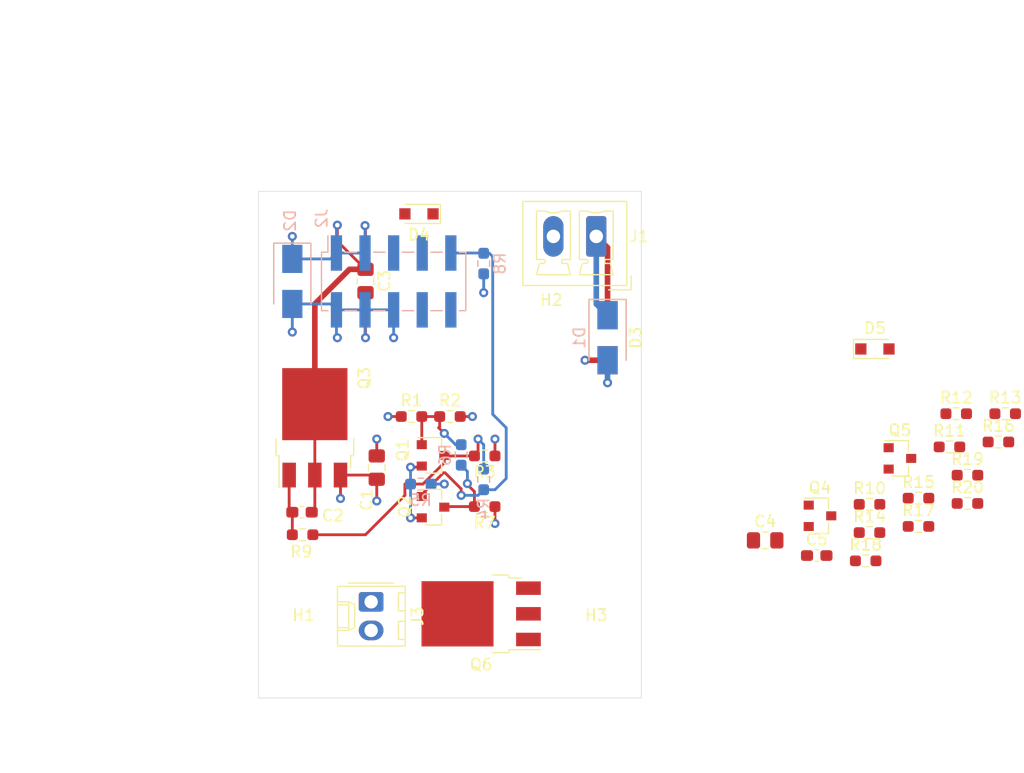
<source format=kicad_pcb>
(kicad_pcb (version 20171130) (host pcbnew 5.1.10-6.fc34)

  (general
    (thickness 1.6)
    (drawings 14)
    (tracks 122)
    (zones 0)
    (modules 42)
    (nets 23)
  )

  (page A4)
  (layers
    (0 F.Cu signal)
    (1 In1.Cu power hide)
    (2 In2.Cu power hide)
    (31 B.Cu signal hide)
    (34 B.Paste user)
    (35 F.Paste user)
    (36 B.SilkS user)
    (37 F.SilkS user)
    (38 B.Mask user)
    (39 F.Mask user)
    (40 Dwgs.User user)
    (41 Cmts.User user hide)
    (44 Edge.Cuts user)
    (45 Margin user hide)
    (46 B.CrtYd user hide)
    (47 F.CrtYd user hide)
    (48 B.Fab user hide)
    (49 F.Fab user hide)
  )

  (setup
    (last_trace_width 0.5)
    (user_trace_width 0.5)
    (trace_clearance 0.2)
    (zone_clearance 0.508)
    (zone_45_only no)
    (trace_min 0.2)
    (via_size 0.8)
    (via_drill 0.4)
    (via_min_size 0.4)
    (via_min_drill 0.3)
    (user_via 0.9 0.5)
    (uvia_size 0.3)
    (uvia_drill 0.1)
    (uvias_allowed no)
    (uvia_min_size 0.2)
    (uvia_min_drill 0.1)
    (edge_width 0.05)
    (segment_width 0.2)
    (pcb_text_width 0.3)
    (pcb_text_size 1.5 1.5)
    (mod_edge_width 0.12)
    (mod_text_size 1 1)
    (mod_text_width 0.15)
    (pad_size 1.524 1.524)
    (pad_drill 0.762)
    (pad_to_mask_clearance 0)
    (aux_axis_origin 0 0)
    (visible_elements FFFFFF7F)
    (pcbplotparams
      (layerselection 0x010fc_ffffffff)
      (usegerberextensions false)
      (usegerberattributes true)
      (usegerberadvancedattributes true)
      (creategerberjobfile true)
      (excludeedgelayer true)
      (linewidth 0.100000)
      (plotframeref false)
      (viasonmask false)
      (mode 1)
      (useauxorigin false)
      (hpglpennumber 1)
      (hpglpenspeed 20)
      (hpglpendiameter 15.000000)
      (psnegative false)
      (psa4output false)
      (plotreference true)
      (plotvalue true)
      (plotinvisibletext false)
      (padsonsilk false)
      (subtractmaskfromsilk false)
      (outputformat 1)
      (mirror false)
      (drillshape 0)
      (scaleselection 1)
      (outputdirectory ""))
  )

  (net 0 "")
  (net 1 /vload)
  (net 2 "Net-(C2-Pad2)")
  (net 3 GND)
  (net 4 "Net-(J2-Pad8)")
  (net 5 "Net-(J2-Pad7)")
  (net 6 "/On When Warm/VD1")
  (net 7 "/On When Warm/vs")
  (net 8 "/On When Warm/vg1")
  (net 9 "/On When Warm/vd2")
  (net 10 VDC)
  (net 11 0)
  (net 12 "/On When Cold/vg3")
  (net 13 "/On When Cold/vload")
  (net 14 /Htr)
  (net 15 "Net-(D4-Pad1)")
  (net 16 "/On When Cold/vd2")
  (net 17 "Net-(D5-Pad1)")
  (net 18 /thermistorOnCold)
  (net 19 /thermistorOnWarm)
  (net 20 "/On When Cold/vd1")
  (net 21 "/On When Cold/vs")
  (net 22 "/On When Cold/vg1")

  (net_class Default "This is the default net class."
    (clearance 0.2)
    (trace_width 0.25)
    (via_dia 0.8)
    (via_drill 0.4)
    (uvia_dia 0.3)
    (uvia_drill 0.1)
    (add_net /Htr)
    (add_net "/On When Cold/vd1")
    (add_net "/On When Cold/vd2")
    (add_net "/On When Cold/vg1")
    (add_net "/On When Cold/vg3")
    (add_net "/On When Cold/vload")
    (add_net "/On When Cold/vs")
    (add_net "/On When Warm/VD1")
    (add_net "/On When Warm/vd2")
    (add_net "/On When Warm/vg1")
    (add_net "/On When Warm/vs")
    (add_net /thermistorOnCold)
    (add_net /thermistorOnWarm)
    (add_net /vload)
    (add_net 0)
    (add_net GND)
    (add_net "Net-(C2-Pad2)")
    (add_net "Net-(D4-Pad1)")
    (add_net "Net-(D5-Pad1)")
    (add_net "Net-(J2-Pad7)")
    (add_net "Net-(J2-Pad8)")
    (add_net VDC)
  )

  (module Resistor_SMD:R_0603_1608Metric_Pad0.98x0.95mm_HandSolder (layer F.Cu) (tedit 5F68FEEE) (tstamp 61550870)
    (at 162.97 127.72)
    (descr "Resistor SMD 0603 (1608 Metric), square (rectangular) end terminal, IPC_7351 nominal with elongated pad for handsoldering. (Body size source: IPC-SM-782 page 72, https://www.pcb-3d.com/wordpress/wp-content/uploads/ipc-sm-782a_amendment_1_and_2.pdf), generated with kicad-footprint-generator")
    (tags "resistor handsolder")
    (path /615691B2/607C3729)
    (attr smd)
    (fp_text reference R20 (at 0 -1.43) (layer F.SilkS)
      (effects (font (size 1 1) (thickness 0.15)))
    )
    (fp_text value 100k (at 0 1.43) (layer F.Fab)
      (effects (font (size 1 1) (thickness 0.15)))
    )
    (fp_text user %R (at 0 0) (layer F.Fab)
      (effects (font (size 0.4 0.4) (thickness 0.06)))
    )
    (fp_line (start -0.8 0.4125) (end -0.8 -0.4125) (layer F.Fab) (width 0.1))
    (fp_line (start -0.8 -0.4125) (end 0.8 -0.4125) (layer F.Fab) (width 0.1))
    (fp_line (start 0.8 -0.4125) (end 0.8 0.4125) (layer F.Fab) (width 0.1))
    (fp_line (start 0.8 0.4125) (end -0.8 0.4125) (layer F.Fab) (width 0.1))
    (fp_line (start -0.254724 -0.5225) (end 0.254724 -0.5225) (layer F.SilkS) (width 0.12))
    (fp_line (start -0.254724 0.5225) (end 0.254724 0.5225) (layer F.SilkS) (width 0.12))
    (fp_line (start -1.65 0.73) (end -1.65 -0.73) (layer F.CrtYd) (width 0.05))
    (fp_line (start -1.65 -0.73) (end 1.65 -0.73) (layer F.CrtYd) (width 0.05))
    (fp_line (start 1.65 -0.73) (end 1.65 0.73) (layer F.CrtYd) (width 0.05))
    (fp_line (start 1.65 0.73) (end -1.65 0.73) (layer F.CrtYd) (width 0.05))
    (pad 2 smd roundrect (at 0.9125 0) (size 0.975 0.95) (layers F.Cu F.Paste F.Mask) (roundrect_rratio 0.25)
      (net 11 0))
    (pad 1 smd roundrect (at -0.9125 0) (size 0.975 0.95) (layers F.Cu F.Paste F.Mask) (roundrect_rratio 0.25)
      (net 12 "/On When Cold/vg3"))
    (model ${KISYS3DMOD}/Resistor_SMD.3dshapes/R_0603_1608Metric.wrl
      (at (xyz 0 0 0))
      (scale (xyz 1 1 1))
      (rotate (xyz 0 0 0))
    )
  )

  (module Resistor_SMD:R_0603_1608Metric_Pad0.98x0.95mm_HandSolder (layer F.Cu) (tedit 5F68FEEE) (tstamp 6155085F)
    (at 162.97 125.21)
    (descr "Resistor SMD 0603 (1608 Metric), square (rectangular) end terminal, IPC_7351 nominal with elongated pad for handsoldering. (Body size source: IPC-SM-782 page 72, https://www.pcb-3d.com/wordpress/wp-content/uploads/ipc-sm-782a_amendment_1_and_2.pdf), generated with kicad-footprint-generator")
    (tags "resistor handsolder")
    (path /615691B2/607712E1)
    (attr smd)
    (fp_text reference R19 (at 0 -1.43) (layer F.SilkS)
      (effects (font (size 1 1) (thickness 0.15)))
    )
    (fp_text value 1k (at 0 1.43) (layer F.Fab)
      (effects (font (size 1 1) (thickness 0.15)))
    )
    (fp_text user %R (at 0 0) (layer F.Fab)
      (effects (font (size 0.4 0.4) (thickness 0.06)))
    )
    (fp_line (start -0.8 0.4125) (end -0.8 -0.4125) (layer F.Fab) (width 0.1))
    (fp_line (start -0.8 -0.4125) (end 0.8 -0.4125) (layer F.Fab) (width 0.1))
    (fp_line (start 0.8 -0.4125) (end 0.8 0.4125) (layer F.Fab) (width 0.1))
    (fp_line (start 0.8 0.4125) (end -0.8 0.4125) (layer F.Fab) (width 0.1))
    (fp_line (start -0.254724 -0.5225) (end 0.254724 -0.5225) (layer F.SilkS) (width 0.12))
    (fp_line (start -0.254724 0.5225) (end 0.254724 0.5225) (layer F.SilkS) (width 0.12))
    (fp_line (start -1.65 0.73) (end -1.65 -0.73) (layer F.CrtYd) (width 0.05))
    (fp_line (start -1.65 -0.73) (end 1.65 -0.73) (layer F.CrtYd) (width 0.05))
    (fp_line (start 1.65 -0.73) (end 1.65 0.73) (layer F.CrtYd) (width 0.05))
    (fp_line (start 1.65 0.73) (end -1.65 0.73) (layer F.CrtYd) (width 0.05))
    (pad 2 smd roundrect (at 0.9125 0) (size 0.975 0.95) (layers F.Cu F.Paste F.Mask) (roundrect_rratio 0.25)
      (net 17 "Net-(D5-Pad1)"))
    (pad 1 smd roundrect (at -0.9125 0) (size 0.975 0.95) (layers F.Cu F.Paste F.Mask) (roundrect_rratio 0.25)
      (net 12 "/On When Cold/vg3"))
    (model ${KISYS3DMOD}/Resistor_SMD.3dshapes/R_0603_1608Metric.wrl
      (at (xyz 0 0 0))
      (scale (xyz 1 1 1))
      (rotate (xyz 0 0 0))
    )
  )

  (module Resistor_SMD:R_0603_1608Metric_Pad0.98x0.95mm_HandSolder (layer F.Cu) (tedit 5F68FEEE) (tstamp 6155084E)
    (at 153.93 132.82)
    (descr "Resistor SMD 0603 (1608 Metric), square (rectangular) end terminal, IPC_7351 nominal with elongated pad for handsoldering. (Body size source: IPC-SM-782 page 72, https://www.pcb-3d.com/wordpress/wp-content/uploads/ipc-sm-782a_amendment_1_and_2.pdf), generated with kicad-footprint-generator")
    (tags "resistor handsolder")
    (path /615691B2/607FC873)
    (attr smd)
    (fp_text reference R18 (at 0 -1.43) (layer F.SilkS)
      (effects (font (size 1 1) (thickness 0.15)))
    )
    (fp_text value 1k (at 0 1.43) (layer F.Fab)
      (effects (font (size 1 1) (thickness 0.15)))
    )
    (fp_text user %R (at 0 0) (layer F.Fab)
      (effects (font (size 0.4 0.4) (thickness 0.06)))
    )
    (fp_line (start -0.8 0.4125) (end -0.8 -0.4125) (layer F.Fab) (width 0.1))
    (fp_line (start -0.8 -0.4125) (end 0.8 -0.4125) (layer F.Fab) (width 0.1))
    (fp_line (start 0.8 -0.4125) (end 0.8 0.4125) (layer F.Fab) (width 0.1))
    (fp_line (start 0.8 0.4125) (end -0.8 0.4125) (layer F.Fab) (width 0.1))
    (fp_line (start -0.254724 -0.5225) (end 0.254724 -0.5225) (layer F.SilkS) (width 0.12))
    (fp_line (start -0.254724 0.5225) (end 0.254724 0.5225) (layer F.SilkS) (width 0.12))
    (fp_line (start -1.65 0.73) (end -1.65 -0.73) (layer F.CrtYd) (width 0.05))
    (fp_line (start -1.65 -0.73) (end 1.65 -0.73) (layer F.CrtYd) (width 0.05))
    (fp_line (start 1.65 -0.73) (end 1.65 0.73) (layer F.CrtYd) (width 0.05))
    (fp_line (start 1.65 0.73) (end -1.65 0.73) (layer F.CrtYd) (width 0.05))
    (pad 2 smd roundrect (at 0.9125 0) (size 0.975 0.95) (layers F.Cu F.Paste F.Mask) (roundrect_rratio 0.25)
      (net 15 "Net-(D4-Pad1)"))
    (pad 1 smd roundrect (at -0.9125 0) (size 0.975 0.95) (layers F.Cu F.Paste F.Mask) (roundrect_rratio 0.25)
      (net 12 "/On When Cold/vg3"))
    (model ${KISYS3DMOD}/Resistor_SMD.3dshapes/R_0603_1608Metric.wrl
      (at (xyz 0 0 0))
      (scale (xyz 1 1 1))
      (rotate (xyz 0 0 0))
    )
  )

  (module Resistor_SMD:R_0603_1608Metric_Pad0.98x0.95mm_HandSolder (layer F.Cu) (tedit 5F68FEEE) (tstamp 6155083D)
    (at 158.62 129.76)
    (descr "Resistor SMD 0603 (1608 Metric), square (rectangular) end terminal, IPC_7351 nominal with elongated pad for handsoldering. (Body size source: IPC-SM-782 page 72, https://www.pcb-3d.com/wordpress/wp-content/uploads/ipc-sm-782a_amendment_1_and_2.pdf), generated with kicad-footprint-generator")
    (tags "resistor handsolder")
    (path /615691B2/60597D14)
    (attr smd)
    (fp_text reference R17 (at 0 -1.43) (layer F.SilkS)
      (effects (font (size 1 1) (thickness 0.15)))
    )
    (fp_text value 10k (at 0 1.43) (layer F.Fab)
      (effects (font (size 1 1) (thickness 0.15)))
    )
    (fp_text user %R (at 0 0) (layer F.Fab)
      (effects (font (size 0.4 0.4) (thickness 0.06)))
    )
    (fp_line (start -0.8 0.4125) (end -0.8 -0.4125) (layer F.Fab) (width 0.1))
    (fp_line (start -0.8 -0.4125) (end 0.8 -0.4125) (layer F.Fab) (width 0.1))
    (fp_line (start 0.8 -0.4125) (end 0.8 0.4125) (layer F.Fab) (width 0.1))
    (fp_line (start 0.8 0.4125) (end -0.8 0.4125) (layer F.Fab) (width 0.1))
    (fp_line (start -0.254724 -0.5225) (end 0.254724 -0.5225) (layer F.SilkS) (width 0.12))
    (fp_line (start -0.254724 0.5225) (end 0.254724 0.5225) (layer F.SilkS) (width 0.12))
    (fp_line (start -1.65 0.73) (end -1.65 -0.73) (layer F.CrtYd) (width 0.05))
    (fp_line (start -1.65 -0.73) (end 1.65 -0.73) (layer F.CrtYd) (width 0.05))
    (fp_line (start 1.65 -0.73) (end 1.65 0.73) (layer F.CrtYd) (width 0.05))
    (fp_line (start 1.65 0.73) (end -1.65 0.73) (layer F.CrtYd) (width 0.05))
    (pad 2 smd roundrect (at 0.9125 0) (size 0.975 0.95) (layers F.Cu F.Paste F.Mask) (roundrect_rratio 0.25)
      (net 18 /thermistorOnCold))
    (pad 1 smd roundrect (at -0.9125 0) (size 0.975 0.95) (layers F.Cu F.Paste F.Mask) (roundrect_rratio 0.25)
      (net 10 VDC))
    (model ${KISYS3DMOD}/Resistor_SMD.3dshapes/R_0603_1608Metric.wrl
      (at (xyz 0 0 0))
      (scale (xyz 1 1 1))
      (rotate (xyz 0 0 0))
    )
  )

  (module Resistor_SMD:R_0603_1608Metric_Pad0.98x0.95mm_HandSolder (layer F.Cu) (tedit 5F68FEEE) (tstamp 6155082C)
    (at 165.72 122.26)
    (descr "Resistor SMD 0603 (1608 Metric), square (rectangular) end terminal, IPC_7351 nominal with elongated pad for handsoldering. (Body size source: IPC-SM-782 page 72, https://www.pcb-3d.com/wordpress/wp-content/uploads/ipc-sm-782a_amendment_1_and_2.pdf), generated with kicad-footprint-generator")
    (tags "resistor handsolder")
    (path /615691B2/60855E6B)
    (attr smd)
    (fp_text reference R16 (at 0 -1.43) (layer F.SilkS)
      (effects (font (size 1 1) (thickness 0.15)))
    )
    (fp_text value 4.7k (at 0 1.43) (layer F.Fab)
      (effects (font (size 1 1) (thickness 0.15)))
    )
    (fp_text user %R (at 0 0) (layer F.Fab)
      (effects (font (size 0.4 0.4) (thickness 0.06)))
    )
    (fp_line (start -0.8 0.4125) (end -0.8 -0.4125) (layer F.Fab) (width 0.1))
    (fp_line (start -0.8 -0.4125) (end 0.8 -0.4125) (layer F.Fab) (width 0.1))
    (fp_line (start 0.8 -0.4125) (end 0.8 0.4125) (layer F.Fab) (width 0.1))
    (fp_line (start 0.8 0.4125) (end -0.8 0.4125) (layer F.Fab) (width 0.1))
    (fp_line (start -0.254724 -0.5225) (end 0.254724 -0.5225) (layer F.SilkS) (width 0.12))
    (fp_line (start -0.254724 0.5225) (end 0.254724 0.5225) (layer F.SilkS) (width 0.12))
    (fp_line (start -1.65 0.73) (end -1.65 -0.73) (layer F.CrtYd) (width 0.05))
    (fp_line (start -1.65 -0.73) (end 1.65 -0.73) (layer F.CrtYd) (width 0.05))
    (fp_line (start 1.65 -0.73) (end 1.65 0.73) (layer F.CrtYd) (width 0.05))
    (fp_line (start 1.65 0.73) (end -1.65 0.73) (layer F.CrtYd) (width 0.05))
    (pad 2 smd roundrect (at 0.9125 0) (size 0.975 0.95) (layers F.Cu F.Paste F.Mask) (roundrect_rratio 0.25)
      (net 16 "/On When Cold/vd2"))
    (pad 1 smd roundrect (at -0.9125 0) (size 0.975 0.95) (layers F.Cu F.Paste F.Mask) (roundrect_rratio 0.25)
      (net 10 VDC))
    (model ${KISYS3DMOD}/Resistor_SMD.3dshapes/R_0603_1608Metric.wrl
      (at (xyz 0 0 0))
      (scale (xyz 1 1 1))
      (rotate (xyz 0 0 0))
    )
  )

  (module Resistor_SMD:R_0603_1608Metric_Pad0.98x0.95mm_HandSolder (layer F.Cu) (tedit 5F68FEEE) (tstamp 6155081B)
    (at 158.62 127.25)
    (descr "Resistor SMD 0603 (1608 Metric), square (rectangular) end terminal, IPC_7351 nominal with elongated pad for handsoldering. (Body size source: IPC-SM-782 page 72, https://www.pcb-3d.com/wordpress/wp-content/uploads/ipc-sm-782a_amendment_1_and_2.pdf), generated with kicad-footprint-generator")
    (tags "resistor handsolder")
    (path /615691B2/605C395B)
    (attr smd)
    (fp_text reference R15 (at 0 -1.43) (layer F.SilkS)
      (effects (font (size 1 1) (thickness 0.15)))
    )
    (fp_text value 20k (at 0 1.43) (layer F.Fab)
      (effects (font (size 1 1) (thickness 0.15)))
    )
    (fp_text user %R (at 0 0) (layer F.Fab)
      (effects (font (size 0.4 0.4) (thickness 0.06)))
    )
    (fp_line (start -0.8 0.4125) (end -0.8 -0.4125) (layer F.Fab) (width 0.1))
    (fp_line (start -0.8 -0.4125) (end 0.8 -0.4125) (layer F.Fab) (width 0.1))
    (fp_line (start 0.8 -0.4125) (end 0.8 0.4125) (layer F.Fab) (width 0.1))
    (fp_line (start 0.8 0.4125) (end -0.8 0.4125) (layer F.Fab) (width 0.1))
    (fp_line (start -0.254724 -0.5225) (end 0.254724 -0.5225) (layer F.SilkS) (width 0.12))
    (fp_line (start -0.254724 0.5225) (end 0.254724 0.5225) (layer F.SilkS) (width 0.12))
    (fp_line (start -1.65 0.73) (end -1.65 -0.73) (layer F.CrtYd) (width 0.05))
    (fp_line (start -1.65 -0.73) (end 1.65 -0.73) (layer F.CrtYd) (width 0.05))
    (fp_line (start 1.65 -0.73) (end 1.65 0.73) (layer F.CrtYd) (width 0.05))
    (fp_line (start 1.65 0.73) (end -1.65 0.73) (layer F.CrtYd) (width 0.05))
    (pad 2 smd roundrect (at 0.9125 0) (size 0.975 0.95) (layers F.Cu F.Paste F.Mask) (roundrect_rratio 0.25)
      (net 16 "/On When Cold/vd2"))
    (pad 1 smd roundrect (at -0.9125 0) (size 0.975 0.95) (layers F.Cu F.Paste F.Mask) (roundrect_rratio 0.25)
      (net 22 "/On When Cold/vg1"))
    (model ${KISYS3DMOD}/Resistor_SMD.3dshapes/R_0603_1608Metric.wrl
      (at (xyz 0 0 0))
      (scale (xyz 1 1 1))
      (rotate (xyz 0 0 0))
    )
  )

  (module Resistor_SMD:R_0603_1608Metric_Pad0.98x0.95mm_HandSolder (layer F.Cu) (tedit 5F68FEEE) (tstamp 6155080A)
    (at 154.27 130.31)
    (descr "Resistor SMD 0603 (1608 Metric), square (rectangular) end terminal, IPC_7351 nominal with elongated pad for handsoldering. (Body size source: IPC-SM-782 page 72, https://www.pcb-3d.com/wordpress/wp-content/uploads/ipc-sm-782a_amendment_1_and_2.pdf), generated with kicad-footprint-generator")
    (tags "resistor handsolder")
    (path /615691B2/60855E69)
    (attr smd)
    (fp_text reference R14 (at 0 -1.43) (layer F.SilkS)
      (effects (font (size 1 1) (thickness 0.15)))
    )
    (fp_text value 1K (at 0 1.43) (layer F.Fab)
      (effects (font (size 1 1) (thickness 0.15)))
    )
    (fp_text user %R (at 0 0) (layer F.Fab)
      (effects (font (size 0.4 0.4) (thickness 0.06)))
    )
    (fp_line (start -0.8 0.4125) (end -0.8 -0.4125) (layer F.Fab) (width 0.1))
    (fp_line (start -0.8 -0.4125) (end 0.8 -0.4125) (layer F.Fab) (width 0.1))
    (fp_line (start 0.8 -0.4125) (end 0.8 0.4125) (layer F.Fab) (width 0.1))
    (fp_line (start 0.8 0.4125) (end -0.8 0.4125) (layer F.Fab) (width 0.1))
    (fp_line (start -0.254724 -0.5225) (end 0.254724 -0.5225) (layer F.SilkS) (width 0.12))
    (fp_line (start -0.254724 0.5225) (end 0.254724 0.5225) (layer F.SilkS) (width 0.12))
    (fp_line (start -1.65 0.73) (end -1.65 -0.73) (layer F.CrtYd) (width 0.05))
    (fp_line (start -1.65 -0.73) (end 1.65 -0.73) (layer F.CrtYd) (width 0.05))
    (fp_line (start 1.65 -0.73) (end 1.65 0.73) (layer F.CrtYd) (width 0.05))
    (fp_line (start 1.65 0.73) (end -1.65 0.73) (layer F.CrtYd) (width 0.05))
    (pad 2 smd roundrect (at 0.9125 0) (size 0.975 0.95) (layers F.Cu F.Paste F.Mask) (roundrect_rratio 0.25)
      (net 11 0))
    (pad 1 smd roundrect (at -0.9125 0) (size 0.975 0.95) (layers F.Cu F.Paste F.Mask) (roundrect_rratio 0.25)
      (net 21 "/On When Cold/vs"))
    (model ${KISYS3DMOD}/Resistor_SMD.3dshapes/R_0603_1608Metric.wrl
      (at (xyz 0 0 0))
      (scale (xyz 1 1 1))
      (rotate (xyz 0 0 0))
    )
  )

  (module Resistor_SMD:R_0603_1608Metric_Pad0.98x0.95mm_HandSolder (layer F.Cu) (tedit 5F68FEEE) (tstamp 615507F9)
    (at 166.32 119.75)
    (descr "Resistor SMD 0603 (1608 Metric), square (rectangular) end terminal, IPC_7351 nominal with elongated pad for handsoldering. (Body size source: IPC-SM-782 page 72, https://www.pcb-3d.com/wordpress/wp-content/uploads/ipc-sm-782a_amendment_1_and_2.pdf), generated with kicad-footprint-generator")
    (tags "resistor handsolder")
    (path /615691B2/605C5249)
    (attr smd)
    (fp_text reference R13 (at 0 -1.43) (layer F.SilkS)
      (effects (font (size 1 1) (thickness 0.15)))
    )
    (fp_text value 20k (at 0 1.43) (layer F.Fab)
      (effects (font (size 1 1) (thickness 0.15)))
    )
    (fp_text user %R (at 0 0) (layer F.Fab)
      (effects (font (size 0.4 0.4) (thickness 0.06)))
    )
    (fp_line (start -0.8 0.4125) (end -0.8 -0.4125) (layer F.Fab) (width 0.1))
    (fp_line (start -0.8 -0.4125) (end 0.8 -0.4125) (layer F.Fab) (width 0.1))
    (fp_line (start 0.8 -0.4125) (end 0.8 0.4125) (layer F.Fab) (width 0.1))
    (fp_line (start 0.8 0.4125) (end -0.8 0.4125) (layer F.Fab) (width 0.1))
    (fp_line (start -0.254724 -0.5225) (end 0.254724 -0.5225) (layer F.SilkS) (width 0.12))
    (fp_line (start -0.254724 0.5225) (end 0.254724 0.5225) (layer F.SilkS) (width 0.12))
    (fp_line (start -1.65 0.73) (end -1.65 -0.73) (layer F.CrtYd) (width 0.05))
    (fp_line (start -1.65 -0.73) (end 1.65 -0.73) (layer F.CrtYd) (width 0.05))
    (fp_line (start 1.65 -0.73) (end 1.65 0.73) (layer F.CrtYd) (width 0.05))
    (fp_line (start 1.65 0.73) (end -1.65 0.73) (layer F.CrtYd) (width 0.05))
    (pad 2 smd roundrect (at 0.9125 0) (size 0.975 0.95) (layers F.Cu F.Paste F.Mask) (roundrect_rratio 0.25)
      (net 18 /thermistorOnCold))
    (pad 1 smd roundrect (at -0.9125 0) (size 0.975 0.95) (layers F.Cu F.Paste F.Mask) (roundrect_rratio 0.25)
      (net 20 "/On When Cold/vd1"))
    (model ${KISYS3DMOD}/Resistor_SMD.3dshapes/R_0603_1608Metric.wrl
      (at (xyz 0 0 0))
      (scale (xyz 1 1 1))
      (rotate (xyz 0 0 0))
    )
  )

  (module Resistor_SMD:R_0603_1608Metric_Pad0.98x0.95mm_HandSolder (layer F.Cu) (tedit 5F68FEEE) (tstamp 615507E8)
    (at 161.97 119.75)
    (descr "Resistor SMD 0603 (1608 Metric), square (rectangular) end terminal, IPC_7351 nominal with elongated pad for handsoldering. (Body size source: IPC-SM-782 page 72, https://www.pcb-3d.com/wordpress/wp-content/uploads/ipc-sm-782a_amendment_1_and_2.pdf), generated with kicad-footprint-generator")
    (tags "resistor handsolder")
    (path /615691B2/60855E6A)
    (attr smd)
    (fp_text reference R12 (at 0 -1.43) (layer F.SilkS)
      (effects (font (size 1 1) (thickness 0.15)))
    )
    (fp_text value 4.7k (at 0 1.43) (layer F.Fab)
      (effects (font (size 1 1) (thickness 0.15)))
    )
    (fp_text user %R (at 0 0) (layer F.Fab)
      (effects (font (size 0.4 0.4) (thickness 0.06)))
    )
    (fp_line (start -0.8 0.4125) (end -0.8 -0.4125) (layer F.Fab) (width 0.1))
    (fp_line (start -0.8 -0.4125) (end 0.8 -0.4125) (layer F.Fab) (width 0.1))
    (fp_line (start 0.8 -0.4125) (end 0.8 0.4125) (layer F.Fab) (width 0.1))
    (fp_line (start 0.8 0.4125) (end -0.8 0.4125) (layer F.Fab) (width 0.1))
    (fp_line (start -0.254724 -0.5225) (end 0.254724 -0.5225) (layer F.SilkS) (width 0.12))
    (fp_line (start -0.254724 0.5225) (end 0.254724 0.5225) (layer F.SilkS) (width 0.12))
    (fp_line (start -1.65 0.73) (end -1.65 -0.73) (layer F.CrtYd) (width 0.05))
    (fp_line (start -1.65 -0.73) (end 1.65 -0.73) (layer F.CrtYd) (width 0.05))
    (fp_line (start 1.65 -0.73) (end 1.65 0.73) (layer F.CrtYd) (width 0.05))
    (fp_line (start 1.65 0.73) (end -1.65 0.73) (layer F.CrtYd) (width 0.05))
    (pad 2 smd roundrect (at 0.9125 0) (size 0.975 0.95) (layers F.Cu F.Paste F.Mask) (roundrect_rratio 0.25)
      (net 20 "/On When Cold/vd1"))
    (pad 1 smd roundrect (at -0.9125 0) (size 0.975 0.95) (layers F.Cu F.Paste F.Mask) (roundrect_rratio 0.25)
      (net 10 VDC))
    (model ${KISYS3DMOD}/Resistor_SMD.3dshapes/R_0603_1608Metric.wrl
      (at (xyz 0 0 0))
      (scale (xyz 1 1 1))
      (rotate (xyz 0 0 0))
    )
  )

  (module Resistor_SMD:R_0603_1608Metric_Pad0.98x0.95mm_HandSolder (layer F.Cu) (tedit 5F68FEEE) (tstamp 615507D7)
    (at 161.37 122.7)
    (descr "Resistor SMD 0603 (1608 Metric), square (rectangular) end terminal, IPC_7351 nominal with elongated pad for handsoldering. (Body size source: IPC-SM-782 page 72, https://www.pcb-3d.com/wordpress/wp-content/uploads/ipc-sm-782a_amendment_1_and_2.pdf), generated with kicad-footprint-generator")
    (tags "resistor handsolder")
    (path /615691B2/6059781E)
    (attr smd)
    (fp_text reference R11 (at 0 -1.43) (layer F.SilkS)
      (effects (font (size 1 1) (thickness 0.15)))
    )
    (fp_text value 10k (at 0 1.43) (layer F.Fab)
      (effects (font (size 1 1) (thickness 0.15)))
    )
    (fp_text user %R (at 0 0) (layer F.Fab)
      (effects (font (size 0.4 0.4) (thickness 0.06)))
    )
    (fp_line (start -0.8 0.4125) (end -0.8 -0.4125) (layer F.Fab) (width 0.1))
    (fp_line (start -0.8 -0.4125) (end 0.8 -0.4125) (layer F.Fab) (width 0.1))
    (fp_line (start 0.8 -0.4125) (end 0.8 0.4125) (layer F.Fab) (width 0.1))
    (fp_line (start 0.8 0.4125) (end -0.8 0.4125) (layer F.Fab) (width 0.1))
    (fp_line (start -0.254724 -0.5225) (end 0.254724 -0.5225) (layer F.SilkS) (width 0.12))
    (fp_line (start -0.254724 0.5225) (end 0.254724 0.5225) (layer F.SilkS) (width 0.12))
    (fp_line (start -1.65 0.73) (end -1.65 -0.73) (layer F.CrtYd) (width 0.05))
    (fp_line (start -1.65 -0.73) (end 1.65 -0.73) (layer F.CrtYd) (width 0.05))
    (fp_line (start 1.65 -0.73) (end 1.65 0.73) (layer F.CrtYd) (width 0.05))
    (fp_line (start 1.65 0.73) (end -1.65 0.73) (layer F.CrtYd) (width 0.05))
    (pad 2 smd roundrect (at 0.9125 0) (size 0.975 0.95) (layers F.Cu F.Paste F.Mask) (roundrect_rratio 0.25)
      (net 11 0))
    (pad 1 smd roundrect (at -0.9125 0) (size 0.975 0.95) (layers F.Cu F.Paste F.Mask) (roundrect_rratio 0.25)
      (net 22 "/On When Cold/vg1"))
    (model ${KISYS3DMOD}/Resistor_SMD.3dshapes/R_0603_1608Metric.wrl
      (at (xyz 0 0 0))
      (scale (xyz 1 1 1))
      (rotate (xyz 0 0 0))
    )
  )

  (module Resistor_SMD:R_0603_1608Metric_Pad0.98x0.95mm_HandSolder (layer F.Cu) (tedit 5F68FEEE) (tstamp 615507C6)
    (at 154.27 127.8)
    (descr "Resistor SMD 0603 (1608 Metric), square (rectangular) end terminal, IPC_7351 nominal with elongated pad for handsoldering. (Body size source: IPC-SM-782 page 72, https://www.pcb-3d.com/wordpress/wp-content/uploads/ipc-sm-782a_amendment_1_and_2.pdf), generated with kicad-footprint-generator")
    (tags "resistor handsolder")
    (path /615691B2/60596F01)
    (attr smd)
    (fp_text reference R10 (at 0 -1.43) (layer F.SilkS)
      (effects (font (size 1 1) (thickness 0.15)))
    )
    (fp_text value 10k (at 0 1.43) (layer F.Fab)
      (effects (font (size 1 1) (thickness 0.15)))
    )
    (fp_text user %R (at 0 0) (layer F.Fab)
      (effects (font (size 0.4 0.4) (thickness 0.06)))
    )
    (fp_line (start -0.8 0.4125) (end -0.8 -0.4125) (layer F.Fab) (width 0.1))
    (fp_line (start -0.8 -0.4125) (end 0.8 -0.4125) (layer F.Fab) (width 0.1))
    (fp_line (start 0.8 -0.4125) (end 0.8 0.4125) (layer F.Fab) (width 0.1))
    (fp_line (start 0.8 0.4125) (end -0.8 0.4125) (layer F.Fab) (width 0.1))
    (fp_line (start -0.254724 -0.5225) (end 0.254724 -0.5225) (layer F.SilkS) (width 0.12))
    (fp_line (start -0.254724 0.5225) (end 0.254724 0.5225) (layer F.SilkS) (width 0.12))
    (fp_line (start -1.65 0.73) (end -1.65 -0.73) (layer F.CrtYd) (width 0.05))
    (fp_line (start -1.65 -0.73) (end 1.65 -0.73) (layer F.CrtYd) (width 0.05))
    (fp_line (start 1.65 -0.73) (end 1.65 0.73) (layer F.CrtYd) (width 0.05))
    (fp_line (start 1.65 0.73) (end -1.65 0.73) (layer F.CrtYd) (width 0.05))
    (pad 2 smd roundrect (at 0.9125 0) (size 0.975 0.95) (layers F.Cu F.Paste F.Mask) (roundrect_rratio 0.25)
      (net 22 "/On When Cold/vg1"))
    (pad 1 smd roundrect (at -0.9125 0) (size 0.975 0.95) (layers F.Cu F.Paste F.Mask) (roundrect_rratio 0.25)
      (net 10 VDC))
    (model ${KISYS3DMOD}/Resistor_SMD.3dshapes/R_0603_1608Metric.wrl
      (at (xyz 0 0 0))
      (scale (xyz 1 1 1))
      (rotate (xyz 0 0 0))
    )
  )

  (module Package_TO_SOT_SMD:TO-252-3_TabPin2 (layer F.Cu) (tedit 5A70F30B) (tstamp 61550695)
    (at 119.775 137.525 180)
    (descr "TO-252 / DPAK SMD package, http://www.infineon.com/cms/en/product/packages/PG-TO252/PG-TO252-3-1/")
    (tags "DPAK TO-252 DPAK-3 TO-252-3 SOT-428")
    (path /615691B2/606E0DAA)
    (attr smd)
    (fp_text reference Q6 (at 0 -4.5) (layer F.SilkS)
      (effects (font (size 1 1) (thickness 0.15)))
    )
    (fp_text value FDD306P (at 0 4.5) (layer F.Fab)
      (effects (font (size 1 1) (thickness 0.15)))
    )
    (fp_text user %R (at 0 0) (layer F.Fab)
      (effects (font (size 1 1) (thickness 0.15)))
    )
    (fp_line (start 3.95 -2.7) (end 4.95 -2.7) (layer F.Fab) (width 0.1))
    (fp_line (start 4.95 -2.7) (end 4.95 2.7) (layer F.Fab) (width 0.1))
    (fp_line (start 4.95 2.7) (end 3.95 2.7) (layer F.Fab) (width 0.1))
    (fp_line (start 3.95 -3.25) (end 3.95 3.25) (layer F.Fab) (width 0.1))
    (fp_line (start 3.95 3.25) (end -2.27 3.25) (layer F.Fab) (width 0.1))
    (fp_line (start -2.27 3.25) (end -2.27 -2.25) (layer F.Fab) (width 0.1))
    (fp_line (start -2.27 -2.25) (end -1.27 -3.25) (layer F.Fab) (width 0.1))
    (fp_line (start -1.27 -3.25) (end 3.95 -3.25) (layer F.Fab) (width 0.1))
    (fp_line (start -1.865 -2.655) (end -4.97 -2.655) (layer F.Fab) (width 0.1))
    (fp_line (start -4.97 -2.655) (end -4.97 -1.905) (layer F.Fab) (width 0.1))
    (fp_line (start -4.97 -1.905) (end -2.27 -1.905) (layer F.Fab) (width 0.1))
    (fp_line (start -2.27 -0.375) (end -4.97 -0.375) (layer F.Fab) (width 0.1))
    (fp_line (start -4.97 -0.375) (end -4.97 0.375) (layer F.Fab) (width 0.1))
    (fp_line (start -4.97 0.375) (end -2.27 0.375) (layer F.Fab) (width 0.1))
    (fp_line (start -2.27 1.905) (end -4.97 1.905) (layer F.Fab) (width 0.1))
    (fp_line (start -4.97 1.905) (end -4.97 2.655) (layer F.Fab) (width 0.1))
    (fp_line (start -4.97 2.655) (end -2.27 2.655) (layer F.Fab) (width 0.1))
    (fp_line (start -0.97 -3.45) (end -2.47 -3.45) (layer F.SilkS) (width 0.12))
    (fp_line (start -2.47 -3.45) (end -2.47 -3.18) (layer F.SilkS) (width 0.12))
    (fp_line (start -2.47 -3.18) (end -5.3 -3.18) (layer F.SilkS) (width 0.12))
    (fp_line (start -0.97 3.45) (end -2.47 3.45) (layer F.SilkS) (width 0.12))
    (fp_line (start -2.47 3.45) (end -2.47 3.18) (layer F.SilkS) (width 0.12))
    (fp_line (start -2.47 3.18) (end -3.57 3.18) (layer F.SilkS) (width 0.12))
    (fp_line (start -5.55 -3.5) (end -5.55 3.5) (layer F.CrtYd) (width 0.05))
    (fp_line (start -5.55 3.5) (end 5.55 3.5) (layer F.CrtYd) (width 0.05))
    (fp_line (start 5.55 3.5) (end 5.55 -3.5) (layer F.CrtYd) (width 0.05))
    (fp_line (start 5.55 -3.5) (end -5.55 -3.5) (layer F.CrtYd) (width 0.05))
    (pad "" smd rect (at 0.425 1.525 180) (size 3.05 2.75) (layers F.Paste))
    (pad "" smd rect (at 3.775 -1.525 180) (size 3.05 2.75) (layers F.Paste))
    (pad "" smd rect (at 0.425 -1.525 180) (size 3.05 2.75) (layers F.Paste))
    (pad "" smd rect (at 3.775 1.525 180) (size 3.05 2.75) (layers F.Paste))
    (pad 2 smd rect (at 2.1 0 180) (size 6.4 5.8) (layers F.Cu F.Mask)
      (net 13 "/On When Cold/vload"))
    (pad 3 smd rect (at -4.2 2.28 180) (size 2.2 1.2) (layers F.Cu F.Paste F.Mask)
      (net 10 VDC))
    (pad 2 smd rect (at -4.2 0 180) (size 2.2 1.2) (layers F.Cu F.Paste F.Mask)
      (net 13 "/On When Cold/vload"))
    (pad 1 smd rect (at -4.2 -2.28 180) (size 2.2 1.2) (layers F.Cu F.Paste F.Mask)
      (net 12 "/On When Cold/vg3"))
    (model ${KISYS3DMOD}/Package_TO_SOT_SMD.3dshapes/TO-252-3_TabPin2.wrl
      (at (xyz 0 0 0))
      (scale (xyz 1 1 1))
      (rotate (xyz 0 0 0))
    )
  )

  (module Package_TO_SOT_SMD:SOT-23 (layer F.Cu) (tedit 5A02FF57) (tstamp 6155066D)
    (at 156.97 123.72)
    (descr "SOT-23, Standard")
    (tags SOT-23)
    (path /615691B2/605C1A8E)
    (attr smd)
    (fp_text reference Q5 (at 0 -2.5) (layer F.SilkS)
      (effects (font (size 1 1) (thickness 0.15)))
    )
    (fp_text value IRLML2402TR (at 0 2.5) (layer F.Fab)
      (effects (font (size 1 1) (thickness 0.15)))
    )
    (fp_text user %R (at 0 0 90) (layer F.Fab)
      (effects (font (size 0.5 0.5) (thickness 0.075)))
    )
    (fp_line (start -0.7 -0.95) (end -0.7 1.5) (layer F.Fab) (width 0.1))
    (fp_line (start -0.15 -1.52) (end 0.7 -1.52) (layer F.Fab) (width 0.1))
    (fp_line (start -0.7 -0.95) (end -0.15 -1.52) (layer F.Fab) (width 0.1))
    (fp_line (start 0.7 -1.52) (end 0.7 1.52) (layer F.Fab) (width 0.1))
    (fp_line (start -0.7 1.52) (end 0.7 1.52) (layer F.Fab) (width 0.1))
    (fp_line (start 0.76 1.58) (end 0.76 0.65) (layer F.SilkS) (width 0.12))
    (fp_line (start 0.76 -1.58) (end 0.76 -0.65) (layer F.SilkS) (width 0.12))
    (fp_line (start -1.7 -1.75) (end 1.7 -1.75) (layer F.CrtYd) (width 0.05))
    (fp_line (start 1.7 -1.75) (end 1.7 1.75) (layer F.CrtYd) (width 0.05))
    (fp_line (start 1.7 1.75) (end -1.7 1.75) (layer F.CrtYd) (width 0.05))
    (fp_line (start -1.7 1.75) (end -1.7 -1.75) (layer F.CrtYd) (width 0.05))
    (fp_line (start 0.76 -1.58) (end -1.4 -1.58) (layer F.SilkS) (width 0.12))
    (fp_line (start 0.76 1.58) (end -0.7 1.58) (layer F.SilkS) (width 0.12))
    (pad 3 smd rect (at 1 0) (size 0.9 0.8) (layers F.Cu F.Paste F.Mask)
      (net 16 "/On When Cold/vd2"))
    (pad 2 smd rect (at -1 0.95) (size 0.9 0.8) (layers F.Cu F.Paste F.Mask)
      (net 21 "/On When Cold/vs"))
    (pad 1 smd rect (at -1 -0.95) (size 0.9 0.8) (layers F.Cu F.Paste F.Mask)
      (net 18 /thermistorOnCold))
    (model ${KISYS3DMOD}/Package_TO_SOT_SMD.3dshapes/SOT-23.wrl
      (at (xyz 0 0 0))
      (scale (xyz 1 1 1))
      (rotate (xyz 0 0 0))
    )
  )

  (module Package_TO_SOT_SMD:SOT-23 (layer F.Cu) (tedit 5A02FF57) (tstamp 61550658)
    (at 149.87 128.82)
    (descr "SOT-23, Standard")
    (tags SOT-23)
    (path /615691B2/605BE7F9)
    (attr smd)
    (fp_text reference Q4 (at 0 -2.5) (layer F.SilkS)
      (effects (font (size 1 1) (thickness 0.15)))
    )
    (fp_text value IRLML2402TR (at 0 2.5) (layer F.Fab)
      (effects (font (size 1 1) (thickness 0.15)))
    )
    (fp_text user %R (at 0 0 90) (layer F.Fab)
      (effects (font (size 0.5 0.5) (thickness 0.075)))
    )
    (fp_line (start -0.7 -0.95) (end -0.7 1.5) (layer F.Fab) (width 0.1))
    (fp_line (start -0.15 -1.52) (end 0.7 -1.52) (layer F.Fab) (width 0.1))
    (fp_line (start -0.7 -0.95) (end -0.15 -1.52) (layer F.Fab) (width 0.1))
    (fp_line (start 0.7 -1.52) (end 0.7 1.52) (layer F.Fab) (width 0.1))
    (fp_line (start -0.7 1.52) (end 0.7 1.52) (layer F.Fab) (width 0.1))
    (fp_line (start 0.76 1.58) (end 0.76 0.65) (layer F.SilkS) (width 0.12))
    (fp_line (start 0.76 -1.58) (end 0.76 -0.65) (layer F.SilkS) (width 0.12))
    (fp_line (start -1.7 -1.75) (end 1.7 -1.75) (layer F.CrtYd) (width 0.05))
    (fp_line (start 1.7 -1.75) (end 1.7 1.75) (layer F.CrtYd) (width 0.05))
    (fp_line (start 1.7 1.75) (end -1.7 1.75) (layer F.CrtYd) (width 0.05))
    (fp_line (start -1.7 1.75) (end -1.7 -1.75) (layer F.CrtYd) (width 0.05))
    (fp_line (start 0.76 -1.58) (end -1.4 -1.58) (layer F.SilkS) (width 0.12))
    (fp_line (start 0.76 1.58) (end -0.7 1.58) (layer F.SilkS) (width 0.12))
    (pad 3 smd rect (at 1 0) (size 0.9 0.8) (layers F.Cu F.Paste F.Mask)
      (net 20 "/On When Cold/vd1"))
    (pad 2 smd rect (at -1 0.95) (size 0.9 0.8) (layers F.Cu F.Paste F.Mask)
      (net 21 "/On When Cold/vs"))
    (pad 1 smd rect (at -1 -0.95) (size 0.9 0.8) (layers F.Cu F.Paste F.Mask)
      (net 22 "/On When Cold/vg1"))
    (model ${KISYS3DMOD}/Package_TO_SOT_SMD.3dshapes/SOT-23.wrl
      (at (xyz 0 0 0))
      (scale (xyz 1 1 1))
      (rotate (xyz 0 0 0))
    )
  )

  (module Connector_Molex:Molex_KK-254_AE-6410-02A_1x02_P2.54mm_Vertical (layer F.Cu) (tedit 5EA53D3B) (tstamp 615505A5)
    (at 110 136.46 270)
    (descr "Molex KK-254 Interconnect System, old/engineering part number: AE-6410-02A example for new part number: 22-27-2021, 2 Pins (http://www.molex.com/pdm_docs/sd/022272021_sd.pdf), generated with kicad-footprint-generator")
    (tags "connector Molex KK-254 vertical")
    (path /6158B75E)
    (fp_text reference J3 (at 1.27 -4.12 90) (layer F.SilkS)
      (effects (font (size 1 1) (thickness 0.15)))
    )
    (fp_text value Conn_01x02_Male (at 1.27 4.08 90) (layer F.Fab)
      (effects (font (size 1 1) (thickness 0.15)))
    )
    (fp_text user %R (at 1.27 -2.22 90) (layer F.Fab)
      (effects (font (size 1 1) (thickness 0.15)))
    )
    (fp_line (start -1.27 -2.92) (end -1.27 2.88) (layer F.Fab) (width 0.1))
    (fp_line (start -1.27 2.88) (end 3.81 2.88) (layer F.Fab) (width 0.1))
    (fp_line (start 3.81 2.88) (end 3.81 -2.92) (layer F.Fab) (width 0.1))
    (fp_line (start 3.81 -2.92) (end -1.27 -2.92) (layer F.Fab) (width 0.1))
    (fp_line (start -1.38 -3.03) (end -1.38 2.99) (layer F.SilkS) (width 0.12))
    (fp_line (start -1.38 2.99) (end 3.92 2.99) (layer F.SilkS) (width 0.12))
    (fp_line (start 3.92 2.99) (end 3.92 -3.03) (layer F.SilkS) (width 0.12))
    (fp_line (start 3.92 -3.03) (end -1.38 -3.03) (layer F.SilkS) (width 0.12))
    (fp_line (start -1.67 -2) (end -1.67 2) (layer F.SilkS) (width 0.12))
    (fp_line (start -1.27 -0.5) (end -0.562893 0) (layer F.Fab) (width 0.1))
    (fp_line (start -0.562893 0) (end -1.27 0.5) (layer F.Fab) (width 0.1))
    (fp_line (start 0 2.99) (end 0 1.99) (layer F.SilkS) (width 0.12))
    (fp_line (start 0 1.99) (end 2.54 1.99) (layer F.SilkS) (width 0.12))
    (fp_line (start 2.54 1.99) (end 2.54 2.99) (layer F.SilkS) (width 0.12))
    (fp_line (start 0 1.99) (end 0.25 1.46) (layer F.SilkS) (width 0.12))
    (fp_line (start 0.25 1.46) (end 2.29 1.46) (layer F.SilkS) (width 0.12))
    (fp_line (start 2.29 1.46) (end 2.54 1.99) (layer F.SilkS) (width 0.12))
    (fp_line (start 0.25 2.99) (end 0.25 1.99) (layer F.SilkS) (width 0.12))
    (fp_line (start 2.29 2.99) (end 2.29 1.99) (layer F.SilkS) (width 0.12))
    (fp_line (start -0.8 -3.03) (end -0.8 -2.43) (layer F.SilkS) (width 0.12))
    (fp_line (start -0.8 -2.43) (end 0.8 -2.43) (layer F.SilkS) (width 0.12))
    (fp_line (start 0.8 -2.43) (end 0.8 -3.03) (layer F.SilkS) (width 0.12))
    (fp_line (start 1.74 -3.03) (end 1.74 -2.43) (layer F.SilkS) (width 0.12))
    (fp_line (start 1.74 -2.43) (end 3.34 -2.43) (layer F.SilkS) (width 0.12))
    (fp_line (start 3.34 -2.43) (end 3.34 -3.03) (layer F.SilkS) (width 0.12))
    (fp_line (start -1.77 -3.42) (end -1.77 3.38) (layer F.CrtYd) (width 0.05))
    (fp_line (start -1.77 3.38) (end 4.31 3.38) (layer F.CrtYd) (width 0.05))
    (fp_line (start 4.31 3.38) (end 4.31 -3.42) (layer F.CrtYd) (width 0.05))
    (fp_line (start 4.31 -3.42) (end -1.77 -3.42) (layer F.CrtYd) (width 0.05))
    (pad 2 thru_hole oval (at 2.54 0 270) (size 1.74 2.19) (drill 1.19) (layers *.Cu *.Mask)
      (net 3 GND))
    (pad 1 thru_hole roundrect (at 0 0 270) (size 1.74 2.19) (drill 1.19) (layers *.Cu *.Mask) (roundrect_rratio 0.143678)
      (net 13 "/On When Cold/vload"))
    (model ${KISYS3DMOD}/Connector_Molex.3dshapes/Molex_KK-254_AE-6410-02A_1x02_P2.54mm_Vertical.wrl
      (at (xyz 0 0 0))
      (scale (xyz 1 1 1))
      (rotate (xyz 0 0 0))
    )
  )

  (module Diode_SMD:D_SOD-323_HandSoldering (layer F.Cu) (tedit 58641869) (tstamp 6155046B)
    (at 154.75 114)
    (descr SOD-323)
    (tags SOD-323)
    (path /615691B2/607B2AF9)
    (attr smd)
    (fp_text reference D5 (at 0 -1.85) (layer F.SilkS)
      (effects (font (size 1 1) (thickness 0.15)))
    )
    (fp_text value RB751V40T1G (at 0.1 1.9) (layer F.Fab)
      (effects (font (size 1 1) (thickness 0.15)))
    )
    (fp_text user %R (at 0 -1.85) (layer F.Fab)
      (effects (font (size 1 1) (thickness 0.15)))
    )
    (fp_line (start -1.9 -0.85) (end -1.9 0.85) (layer F.SilkS) (width 0.12))
    (fp_line (start 0.2 0) (end 0.45 0) (layer F.Fab) (width 0.1))
    (fp_line (start 0.2 0.35) (end -0.3 0) (layer F.Fab) (width 0.1))
    (fp_line (start 0.2 -0.35) (end 0.2 0.35) (layer F.Fab) (width 0.1))
    (fp_line (start -0.3 0) (end 0.2 -0.35) (layer F.Fab) (width 0.1))
    (fp_line (start -0.3 0) (end -0.5 0) (layer F.Fab) (width 0.1))
    (fp_line (start -0.3 -0.35) (end -0.3 0.35) (layer F.Fab) (width 0.1))
    (fp_line (start -0.9 0.7) (end -0.9 -0.7) (layer F.Fab) (width 0.1))
    (fp_line (start 0.9 0.7) (end -0.9 0.7) (layer F.Fab) (width 0.1))
    (fp_line (start 0.9 -0.7) (end 0.9 0.7) (layer F.Fab) (width 0.1))
    (fp_line (start -0.9 -0.7) (end 0.9 -0.7) (layer F.Fab) (width 0.1))
    (fp_line (start -2 -0.95) (end 2 -0.95) (layer F.CrtYd) (width 0.05))
    (fp_line (start 2 -0.95) (end 2 0.95) (layer F.CrtYd) (width 0.05))
    (fp_line (start -2 0.95) (end 2 0.95) (layer F.CrtYd) (width 0.05))
    (fp_line (start -2 -0.95) (end -2 0.95) (layer F.CrtYd) (width 0.05))
    (fp_line (start -1.9 0.85) (end 1.25 0.85) (layer F.SilkS) (width 0.12))
    (fp_line (start -1.9 -0.85) (end 1.25 -0.85) (layer F.SilkS) (width 0.12))
    (pad 2 smd rect (at 1.25 0) (size 1 1) (layers F.Cu F.Paste F.Mask)
      (net 16 "/On When Cold/vd2"))
    (pad 1 smd rect (at -1.25 0) (size 1 1) (layers F.Cu F.Paste F.Mask)
      (net 17 "Net-(D5-Pad1)"))
    (model ${KISYS3DMOD}/Diode_SMD.3dshapes/D_SOD-323.wrl
      (at (xyz 0 0 0))
      (scale (xyz 1 1 1))
      (rotate (xyz 0 0 0))
    )
  )

  (module Diode_SMD:D_SOD-323_HandSoldering (layer F.Cu) (tedit 58641869) (tstamp 61550453)
    (at 114.25 102 180)
    (descr SOD-323)
    (tags SOD-323)
    (path /615691B2/607FC883)
    (attr smd)
    (fp_text reference D4 (at 0 -1.85) (layer F.SilkS)
      (effects (font (size 1 1) (thickness 0.15)))
    )
    (fp_text value RB751V40T1G (at 0.1 1.9) (layer F.Fab)
      (effects (font (size 1 1) (thickness 0.15)))
    )
    (fp_text user %R (at 0 -1.85) (layer F.Fab)
      (effects (font (size 1 1) (thickness 0.15)))
    )
    (fp_line (start -1.9 -0.85) (end -1.9 0.85) (layer F.SilkS) (width 0.12))
    (fp_line (start 0.2 0) (end 0.45 0) (layer F.Fab) (width 0.1))
    (fp_line (start 0.2 0.35) (end -0.3 0) (layer F.Fab) (width 0.1))
    (fp_line (start 0.2 -0.35) (end 0.2 0.35) (layer F.Fab) (width 0.1))
    (fp_line (start -0.3 0) (end 0.2 -0.35) (layer F.Fab) (width 0.1))
    (fp_line (start -0.3 0) (end -0.5 0) (layer F.Fab) (width 0.1))
    (fp_line (start -0.3 -0.35) (end -0.3 0.35) (layer F.Fab) (width 0.1))
    (fp_line (start -0.9 0.7) (end -0.9 -0.7) (layer F.Fab) (width 0.1))
    (fp_line (start 0.9 0.7) (end -0.9 0.7) (layer F.Fab) (width 0.1))
    (fp_line (start 0.9 -0.7) (end 0.9 0.7) (layer F.Fab) (width 0.1))
    (fp_line (start -0.9 -0.7) (end 0.9 -0.7) (layer F.Fab) (width 0.1))
    (fp_line (start -2 -0.95) (end 2 -0.95) (layer F.CrtYd) (width 0.05))
    (fp_line (start 2 -0.95) (end 2 0.95) (layer F.CrtYd) (width 0.05))
    (fp_line (start -2 0.95) (end 2 0.95) (layer F.CrtYd) (width 0.05))
    (fp_line (start -2 -0.95) (end -2 0.95) (layer F.CrtYd) (width 0.05))
    (fp_line (start -1.9 0.85) (end 1.25 0.85) (layer F.SilkS) (width 0.12))
    (fp_line (start -1.9 -0.85) (end 1.25 -0.85) (layer F.SilkS) (width 0.12))
    (pad 2 smd rect (at 1.25 0 180) (size 1 1) (layers F.Cu F.Paste F.Mask)
      (net 14 /Htr))
    (pad 1 smd rect (at -1.25 0 180) (size 1 1) (layers F.Cu F.Paste F.Mask)
      (net 15 "Net-(D4-Pad1)"))
    (model ${KISYS3DMOD}/Diode_SMD.3dshapes/D_SOD-323.wrl
      (at (xyz 0 0 0))
      (scale (xyz 1 1 1))
      (rotate (xyz 0 0 0))
    )
  )

  (module Capacitor_SMD:C_0603_1608Metric_Pad1.08x0.95mm_HandSolder (layer F.Cu) (tedit 5F68FEEF) (tstamp 615503B1)
    (at 149.58 132.35)
    (descr "Capacitor SMD 0603 (1608 Metric), square (rectangular) end terminal, IPC_7351 nominal with elongated pad for handsoldering. (Body size source: IPC-SM-782 page 76, https://www.pcb-3d.com/wordpress/wp-content/uploads/ipc-sm-782a_amendment_1_and_2.pdf), generated with kicad-footprint-generator")
    (tags "capacitor handsolder")
    (path /615691B2/60855E75)
    (attr smd)
    (fp_text reference C5 (at 0 -1.43) (layer F.SilkS)
      (effects (font (size 1 1) (thickness 0.15)))
    )
    (fp_text value 30nF (at 0 1.43) (layer F.Fab)
      (effects (font (size 1 1) (thickness 0.15)))
    )
    (fp_text user %R (at 0 0) (layer F.Fab)
      (effects (font (size 0.4 0.4) (thickness 0.06)))
    )
    (fp_line (start -0.8 0.4) (end -0.8 -0.4) (layer F.Fab) (width 0.1))
    (fp_line (start -0.8 -0.4) (end 0.8 -0.4) (layer F.Fab) (width 0.1))
    (fp_line (start 0.8 -0.4) (end 0.8 0.4) (layer F.Fab) (width 0.1))
    (fp_line (start 0.8 0.4) (end -0.8 0.4) (layer F.Fab) (width 0.1))
    (fp_line (start -0.146267 -0.51) (end 0.146267 -0.51) (layer F.SilkS) (width 0.12))
    (fp_line (start -0.146267 0.51) (end 0.146267 0.51) (layer F.SilkS) (width 0.12))
    (fp_line (start -1.65 0.73) (end -1.65 -0.73) (layer F.CrtYd) (width 0.05))
    (fp_line (start -1.65 -0.73) (end 1.65 -0.73) (layer F.CrtYd) (width 0.05))
    (fp_line (start 1.65 -0.73) (end 1.65 0.73) (layer F.CrtYd) (width 0.05))
    (fp_line (start 1.65 0.73) (end -1.65 0.73) (layer F.CrtYd) (width 0.05))
    (pad 2 smd roundrect (at 0.8625 0) (size 1.075 0.95) (layers F.Cu F.Paste F.Mask) (roundrect_rratio 0.25)
      (net 12 "/On When Cold/vg3"))
    (pad 1 smd roundrect (at -0.8625 0) (size 1.075 0.95) (layers F.Cu F.Paste F.Mask) (roundrect_rratio 0.25)
      (net 13 "/On When Cold/vload"))
    (model ${KISYS3DMOD}/Capacitor_SMD.3dshapes/C_0603_1608Metric.wrl
      (at (xyz 0 0 0))
      (scale (xyz 1 1 1))
      (rotate (xyz 0 0 0))
    )
  )

  (module Capacitor_SMD:C_0805_2012Metric_Pad1.18x1.45mm_HandSolder (layer F.Cu) (tedit 5F68FEEF) (tstamp 615503A0)
    (at 145 131)
    (descr "Capacitor SMD 0805 (2012 Metric), square (rectangular) end terminal, IPC_7351 nominal with elongated pad for handsoldering. (Body size source: IPC-SM-782 page 76, https://www.pcb-3d.com/wordpress/wp-content/uploads/ipc-sm-782a_amendment_1_and_2.pdf, https://docs.google.com/spreadsheets/d/1BsfQQcO9C6DZCsRaXUlFlo91Tg2WpOkGARC1WS5S8t0/edit?usp=sharing), generated with kicad-footprint-generator")
    (tags "capacitor handsolder")
    (path /615691B2/609CCEB1)
    (attr smd)
    (fp_text reference C4 (at 0 -1.68) (layer F.SilkS)
      (effects (font (size 1 1) (thickness 0.15)))
    )
    (fp_text value 1uF (at 0 1.68) (layer F.Fab)
      (effects (font (size 1 1) (thickness 0.15)))
    )
    (fp_text user %R (at 0 0) (layer F.Fab)
      (effects (font (size 0.5 0.5) (thickness 0.08)))
    )
    (fp_line (start -1 0.625) (end -1 -0.625) (layer F.Fab) (width 0.1))
    (fp_line (start -1 -0.625) (end 1 -0.625) (layer F.Fab) (width 0.1))
    (fp_line (start 1 -0.625) (end 1 0.625) (layer F.Fab) (width 0.1))
    (fp_line (start 1 0.625) (end -1 0.625) (layer F.Fab) (width 0.1))
    (fp_line (start -0.261252 -0.735) (end 0.261252 -0.735) (layer F.SilkS) (width 0.12))
    (fp_line (start -0.261252 0.735) (end 0.261252 0.735) (layer F.SilkS) (width 0.12))
    (fp_line (start -1.88 0.98) (end -1.88 -0.98) (layer F.CrtYd) (width 0.05))
    (fp_line (start -1.88 -0.98) (end 1.88 -0.98) (layer F.CrtYd) (width 0.05))
    (fp_line (start 1.88 -0.98) (end 1.88 0.98) (layer F.CrtYd) (width 0.05))
    (fp_line (start 1.88 0.98) (end -1.88 0.98) (layer F.CrtYd) (width 0.05))
    (pad 2 smd roundrect (at 1.0375 0) (size 1.175 1.45) (layers F.Cu F.Paste F.Mask) (roundrect_rratio 0.212766)
      (net 11 0))
    (pad 1 smd roundrect (at -1.0375 0) (size 1.175 1.45) (layers F.Cu F.Paste F.Mask) (roundrect_rratio 0.212766)
      (net 10 VDC))
    (model ${KISYS3DMOD}/Capacitor_SMD.3dshapes/C_0805_2012Metric.wrl
      (at (xyz 0 0 0))
      (scale (xyz 1 1 1))
      (rotate (xyz 0 0 0))
    )
  )

  (module Diode_SMD:D_SMA (layer F.Cu) (tedit 586432E5) (tstamp 61550A3A)
    (at 131 113 270)
    (descr "Diode SMA (DO-214AC)")
    (tags "Diode SMA (DO-214AC)")
    (path /61454A5F)
    (attr smd)
    (fp_text reference D3 (at 0 -2.5 90) (layer F.SilkS)
      (effects (font (size 1 1) (thickness 0.15)))
    )
    (fp_text value PTZTFTE2510B (at 0 2.6 90) (layer F.Fab)
      (effects (font (size 1 1) (thickness 0.15)))
    )
    (fp_line (start -3.4 -1.65) (end 2 -1.65) (layer F.SilkS) (width 0.12))
    (fp_line (start -3.4 1.65) (end 2 1.65) (layer F.SilkS) (width 0.12))
    (fp_line (start -0.64944 0.00102) (end 0.50118 -0.79908) (layer F.Fab) (width 0.1))
    (fp_line (start -0.64944 0.00102) (end 0.50118 0.75032) (layer F.Fab) (width 0.1))
    (fp_line (start 0.50118 0.75032) (end 0.50118 -0.79908) (layer F.Fab) (width 0.1))
    (fp_line (start -0.64944 -0.79908) (end -0.64944 0.80112) (layer F.Fab) (width 0.1))
    (fp_line (start 0.50118 0.00102) (end 1.4994 0.00102) (layer F.Fab) (width 0.1))
    (fp_line (start -0.64944 0.00102) (end -1.55114 0.00102) (layer F.Fab) (width 0.1))
    (fp_line (start -3.5 1.75) (end -3.5 -1.75) (layer F.CrtYd) (width 0.05))
    (fp_line (start 3.5 1.75) (end -3.5 1.75) (layer F.CrtYd) (width 0.05))
    (fp_line (start 3.5 -1.75) (end 3.5 1.75) (layer F.CrtYd) (width 0.05))
    (fp_line (start -3.5 -1.75) (end 3.5 -1.75) (layer F.CrtYd) (width 0.05))
    (fp_line (start 2.3 -1.5) (end -2.3 -1.5) (layer F.Fab) (width 0.1))
    (fp_line (start 2.3 -1.5) (end 2.3 1.5) (layer F.Fab) (width 0.1))
    (fp_line (start -2.3 1.5) (end -2.3 -1.5) (layer F.Fab) (width 0.1))
    (fp_line (start 2.3 1.5) (end -2.3 1.5) (layer F.Fab) (width 0.1))
    (fp_line (start -3.4 -1.65) (end -3.4 1.65) (layer F.SilkS) (width 0.12))
    (fp_text user %R (at 0 -2.5 90) (layer F.Fab)
      (effects (font (size 1 1) (thickness 0.15)))
    )
    (pad 2 smd rect (at 2 0 270) (size 2.5 1.8) (layers F.Cu F.Paste F.Mask)
      (net 3 GND))
    (pad 1 smd rect (at -2 0 270) (size 2.5 1.8) (layers F.Cu F.Paste F.Mask)
      (net 10 VDC))
    (model ${KISYS3DMOD}/Diode_SMD.3dshapes/D_SMA.wrl
      (at (xyz 0 0 0))
      (scale (xyz 1 1 1))
      (rotate (xyz 0 0 0))
    )
  )

  (module Connector_PinHeader_2.54mm:PinHeader_2x05_P2.54mm_Vertical_SMD (layer B.Cu) (tedit 59FED5CC) (tstamp 6137B4E8)
    (at 112 108 270)
    (descr "surface-mounted straight pin header, 2x05, 2.54mm pitch, double rows")
    (tags "Surface mounted pin header SMD 2x05 2.54mm double row")
    (path /613A795B)
    (attr smd)
    (fp_text reference J2 (at -5.6 6.4 270) (layer B.SilkS)
      (effects (font (size 1 1) (thickness 0.15)) (justify mirror))
    )
    (fp_text value Conn_02x05_Odd_Even (at 0 -7.41 270) (layer B.Fab)
      (effects (font (size 1 1) (thickness 0.15)) (justify mirror))
    )
    (fp_line (start 5.9 6.85) (end -5.9 6.85) (layer B.CrtYd) (width 0.05))
    (fp_line (start 5.9 -6.85) (end 5.9 6.85) (layer B.CrtYd) (width 0.05))
    (fp_line (start -5.9 -6.85) (end 5.9 -6.85) (layer B.CrtYd) (width 0.05))
    (fp_line (start -5.9 6.85) (end -5.9 -6.85) (layer B.CrtYd) (width 0.05))
    (fp_line (start 2.6 -3.3) (end 2.6 -4.32) (layer B.SilkS) (width 0.12))
    (fp_line (start -2.6 -3.3) (end -2.6 -4.32) (layer B.SilkS) (width 0.12))
    (fp_line (start 2.6 -0.76) (end 2.6 -1.78) (layer B.SilkS) (width 0.12))
    (fp_line (start -2.6 -0.76) (end -2.6 -1.78) (layer B.SilkS) (width 0.12))
    (fp_line (start 2.6 1.78) (end 2.6 0.76) (layer B.SilkS) (width 0.12))
    (fp_line (start -2.6 1.78) (end -2.6 0.76) (layer B.SilkS) (width 0.12))
    (fp_line (start 2.6 4.32) (end 2.6 3.3) (layer B.SilkS) (width 0.12))
    (fp_line (start -2.6 4.32) (end -2.6 3.3) (layer B.SilkS) (width 0.12))
    (fp_line (start 2.6 -5.84) (end 2.6 -6.41) (layer B.SilkS) (width 0.12))
    (fp_line (start -2.6 -5.84) (end -2.6 -6.41) (layer B.SilkS) (width 0.12))
    (fp_line (start 2.6 6.41) (end 2.6 5.84) (layer B.SilkS) (width 0.12))
    (fp_line (start -2.6 6.41) (end -2.6 5.84) (layer B.SilkS) (width 0.12))
    (fp_line (start -4.04 5.84) (end -2.6 5.84) (layer B.SilkS) (width 0.12))
    (fp_line (start -2.6 -6.41) (end 2.6 -6.41) (layer B.SilkS) (width 0.12))
    (fp_line (start -2.6 6.41) (end 2.6 6.41) (layer B.SilkS) (width 0.12))
    (fp_line (start 3.6 -5.4) (end 2.54 -5.4) (layer B.Fab) (width 0.1))
    (fp_line (start 3.6 -4.76) (end 3.6 -5.4) (layer B.Fab) (width 0.1))
    (fp_line (start 2.54 -4.76) (end 3.6 -4.76) (layer B.Fab) (width 0.1))
    (fp_line (start -3.6 -5.4) (end -2.54 -5.4) (layer B.Fab) (width 0.1))
    (fp_line (start -3.6 -4.76) (end -3.6 -5.4) (layer B.Fab) (width 0.1))
    (fp_line (start -2.54 -4.76) (end -3.6 -4.76) (layer B.Fab) (width 0.1))
    (fp_line (start 3.6 -2.86) (end 2.54 -2.86) (layer B.Fab) (width 0.1))
    (fp_line (start 3.6 -2.22) (end 3.6 -2.86) (layer B.Fab) (width 0.1))
    (fp_line (start 2.54 -2.22) (end 3.6 -2.22) (layer B.Fab) (width 0.1))
    (fp_line (start -3.6 -2.86) (end -2.54 -2.86) (layer B.Fab) (width 0.1))
    (fp_line (start -3.6 -2.22) (end -3.6 -2.86) (layer B.Fab) (width 0.1))
    (fp_line (start -2.54 -2.22) (end -3.6 -2.22) (layer B.Fab) (width 0.1))
    (fp_line (start 3.6 -0.32) (end 2.54 -0.32) (layer B.Fab) (width 0.1))
    (fp_line (start 3.6 0.32) (end 3.6 -0.32) (layer B.Fab) (width 0.1))
    (fp_line (start 2.54 0.32) (end 3.6 0.32) (layer B.Fab) (width 0.1))
    (fp_line (start -3.6 -0.32) (end -2.54 -0.32) (layer B.Fab) (width 0.1))
    (fp_line (start -3.6 0.32) (end -3.6 -0.32) (layer B.Fab) (width 0.1))
    (fp_line (start -2.54 0.32) (end -3.6 0.32) (layer B.Fab) (width 0.1))
    (fp_line (start 3.6 2.22) (end 2.54 2.22) (layer B.Fab) (width 0.1))
    (fp_line (start 3.6 2.86) (end 3.6 2.22) (layer B.Fab) (width 0.1))
    (fp_line (start 2.54 2.86) (end 3.6 2.86) (layer B.Fab) (width 0.1))
    (fp_line (start -3.6 2.22) (end -2.54 2.22) (layer B.Fab) (width 0.1))
    (fp_line (start -3.6 2.86) (end -3.6 2.22) (layer B.Fab) (width 0.1))
    (fp_line (start -2.54 2.86) (end -3.6 2.86) (layer B.Fab) (width 0.1))
    (fp_line (start 3.6 4.76) (end 2.54 4.76) (layer B.Fab) (width 0.1))
    (fp_line (start 3.6 5.4) (end 3.6 4.76) (layer B.Fab) (width 0.1))
    (fp_line (start 2.54 5.4) (end 3.6 5.4) (layer B.Fab) (width 0.1))
    (fp_line (start -3.6 4.76) (end -2.54 4.76) (layer B.Fab) (width 0.1))
    (fp_line (start -3.6 5.4) (end -3.6 4.76) (layer B.Fab) (width 0.1))
    (fp_line (start -2.54 5.4) (end -3.6 5.4) (layer B.Fab) (width 0.1))
    (fp_line (start 2.54 6.35) (end 2.54 -6.35) (layer B.Fab) (width 0.1))
    (fp_line (start -2.54 5.4) (end -1.59 6.35) (layer B.Fab) (width 0.1))
    (fp_line (start -2.54 -6.35) (end -2.54 5.4) (layer B.Fab) (width 0.1))
    (fp_line (start -1.59 6.35) (end 2.54 6.35) (layer B.Fab) (width 0.1))
    (fp_line (start 2.54 -6.35) (end -2.54 -6.35) (layer B.Fab) (width 0.1))
    (fp_text user %R (at 0 0) (layer B.Fab)
      (effects (font (size 1 1) (thickness 0.15)) (justify mirror))
    )
    (pad 10 smd rect (at 2.525 -5.08 270) (size 3.15 1) (layers B.Cu B.Paste B.Mask)
      (net 18 /thermistorOnCold))
    (pad 9 smd rect (at -2.525 -5.08 270) (size 3.15 1) (layers B.Cu B.Paste B.Mask)
      (net 19 /thermistorOnWarm))
    (pad 8 smd rect (at 2.525 -2.54 270) (size 3.15 1) (layers B.Cu B.Paste B.Mask)
      (net 4 "Net-(J2-Pad8)"))
    (pad 7 smd rect (at -2.525 -2.54 270) (size 3.15 1) (layers B.Cu B.Paste B.Mask)
      (net 5 "Net-(J2-Pad7)"))
    (pad 6 smd rect (at 2.525 0 270) (size 3.15 1) (layers B.Cu B.Paste B.Mask)
      (net 3 GND))
    (pad 5 smd rect (at -2.525 0 270) (size 3.15 1) (layers B.Cu B.Paste B.Mask)
      (net 14 /Htr))
    (pad 4 smd rect (at 2.525 2.54 270) (size 3.15 1) (layers B.Cu B.Paste B.Mask)
      (net 3 GND))
    (pad 3 smd rect (at -2.525 2.54 270) (size 3.15 1) (layers B.Cu B.Paste B.Mask)
      (net 1 /vload))
    (pad 2 smd rect (at 2.525 5.08 270) (size 3.15 1) (layers B.Cu B.Paste B.Mask)
      (net 3 GND))
    (pad 1 smd rect (at -2.525 5.08 270) (size 3.15 1) (layers B.Cu B.Paste B.Mask)
      (net 1 /vload))
    (model ${KISYS3DMOD}/Connector_PinHeader_2.54mm.3dshapes/PinHeader_2x05_P2.54mm_Vertical_SMD.wrl
      (at (xyz 0 0 0))
      (scale (xyz 1 1 1))
      (rotate (xyz 0 0 0))
    )
  )

  (module Capacitor_SMD:C_0805_2012Metric_Pad1.18x1.45mm_HandSolder (layer F.Cu) (tedit 5F68FEEF) (tstamp 6137A152)
    (at 110.5 124.5375 90)
    (descr "Capacitor SMD 0805 (2012 Metric), square (rectangular) end terminal, IPC_7351 nominal with elongated pad for handsoldering. (Body size source: IPC-SM-782 page 76, https://www.pcb-3d.com/wordpress/wp-content/uploads/ipc-sm-782a_amendment_1_and_2.pdf, https://docs.google.com/spreadsheets/d/1BsfQQcO9C6DZCsRaXUlFlo91Tg2WpOkGARC1WS5S8t0/edit?usp=sharing), generated with kicad-footprint-generator")
    (tags "capacitor handsolder")
    (path /61394019/6078F49F)
    (attr smd)
    (fp_text reference C1 (at -2.8625 -0.9 90) (layer F.SilkS)
      (effects (font (size 1 1) (thickness 0.15)))
    )
    (fp_text value 4.7uF (at 0 1.68 90) (layer F.Fab)
      (effects (font (size 1 1) (thickness 0.15)))
    )
    (fp_line (start 1.88 0.98) (end -1.88 0.98) (layer F.CrtYd) (width 0.05))
    (fp_line (start 1.88 -0.98) (end 1.88 0.98) (layer F.CrtYd) (width 0.05))
    (fp_line (start -1.88 -0.98) (end 1.88 -0.98) (layer F.CrtYd) (width 0.05))
    (fp_line (start -1.88 0.98) (end -1.88 -0.98) (layer F.CrtYd) (width 0.05))
    (fp_line (start -0.261252 0.735) (end 0.261252 0.735) (layer F.SilkS) (width 0.12))
    (fp_line (start -0.261252 -0.735) (end 0.261252 -0.735) (layer F.SilkS) (width 0.12))
    (fp_line (start 1 0.625) (end -1 0.625) (layer F.Fab) (width 0.1))
    (fp_line (start 1 -0.625) (end 1 0.625) (layer F.Fab) (width 0.1))
    (fp_line (start -1 -0.625) (end 1 -0.625) (layer F.Fab) (width 0.1))
    (fp_line (start -1 0.625) (end -1 -0.625) (layer F.Fab) (width 0.1))
    (fp_text user %R (at 0 0 90) (layer F.Fab)
      (effects (font (size 0.5 0.5) (thickness 0.08)))
    )
    (pad 2 smd roundrect (at 1.0375 0 90) (size 1.175 1.45) (layers F.Cu F.Paste F.Mask) (roundrect_rratio 0.2127659574468085)
      (net 3 GND))
    (pad 1 smd roundrect (at -1.0375 0 90) (size 1.175 1.45) (layers F.Cu F.Paste F.Mask) (roundrect_rratio 0.2127659574468085)
      (net 10 VDC))
    (model ${KISYS3DMOD}/Capacitor_SMD.3dshapes/C_0805_2012Metric.wrl
      (at (xyz 0 0 0))
      (scale (xyz 1 1 1))
      (rotate (xyz 0 0 0))
    )
  )

  (module Capacitor_SMD:C_0603_1608Metric_Pad1.08x0.95mm_HandSolder (layer F.Cu) (tedit 5F68FEEF) (tstamp 6137E2C7)
    (at 103.8625 128.5 180)
    (descr "Capacitor SMD 0603 (1608 Metric), square (rectangular) end terminal, IPC_7351 nominal with elongated pad for handsoldering. (Body size source: IPC-SM-782 page 76, https://www.pcb-3d.com/wordpress/wp-content/uploads/ipc-sm-782a_amendment_1_and_2.pdf), generated with kicad-footprint-generator")
    (tags "capacitor handsolder")
    (path /61394019/6076DAA7)
    (attr smd)
    (fp_text reference C2 (at -2.7375 -0.3) (layer F.SilkS)
      (effects (font (size 1 1) (thickness 0.15)))
    )
    (fp_text value 30nF (at 0 1.43) (layer F.Fab)
      (effects (font (size 1 1) (thickness 0.15)))
    )
    (fp_line (start -0.8 0.4) (end -0.8 -0.4) (layer F.Fab) (width 0.1))
    (fp_line (start -0.8 -0.4) (end 0.8 -0.4) (layer F.Fab) (width 0.1))
    (fp_line (start 0.8 -0.4) (end 0.8 0.4) (layer F.Fab) (width 0.1))
    (fp_line (start 0.8 0.4) (end -0.8 0.4) (layer F.Fab) (width 0.1))
    (fp_line (start -0.146267 -0.51) (end 0.146267 -0.51) (layer F.SilkS) (width 0.12))
    (fp_line (start -0.146267 0.51) (end 0.146267 0.51) (layer F.SilkS) (width 0.12))
    (fp_line (start -1.65 0.73) (end -1.65 -0.73) (layer F.CrtYd) (width 0.05))
    (fp_line (start -1.65 -0.73) (end 1.65 -0.73) (layer F.CrtYd) (width 0.05))
    (fp_line (start 1.65 -0.73) (end 1.65 0.73) (layer F.CrtYd) (width 0.05))
    (fp_line (start 1.65 0.73) (end -1.65 0.73) (layer F.CrtYd) (width 0.05))
    (fp_text user %R (at 0 0) (layer F.Fab)
      (effects (font (size 0.4 0.4) (thickness 0.06)))
    )
    (pad 1 smd roundrect (at -0.8625 0 180) (size 1.075 0.95) (layers F.Cu F.Paste F.Mask) (roundrect_rratio 0.25)
      (net 1 /vload))
    (pad 2 smd roundrect (at 0.8625 0 180) (size 1.075 0.95) (layers F.Cu F.Paste F.Mask) (roundrect_rratio 0.25)
      (net 2 "Net-(C2-Pad2)"))
    (model ${KISYS3DMOD}/Capacitor_SMD.3dshapes/C_0603_1608Metric.wrl
      (at (xyz 0 0 0))
      (scale (xyz 1 1 1))
      (rotate (xyz 0 0 0))
    )
  )

  (module Capacitor_SMD:C_0805_2012Metric_Pad1.18x1.45mm_HandSolder (layer F.Cu) (tedit 5F68FEEF) (tstamp 6137A599)
    (at 109.5 107.9625 270)
    (descr "Capacitor SMD 0805 (2012 Metric), square (rectangular) end terminal, IPC_7351 nominal with elongated pad for handsoldering. (Body size source: IPC-SM-782 page 76, https://www.pcb-3d.com/wordpress/wp-content/uploads/ipc-sm-782a_amendment_1_and_2.pdf, https://docs.google.com/spreadsheets/d/1BsfQQcO9C6DZCsRaXUlFlo91Tg2WpOkGARC1WS5S8t0/edit?usp=sharing), generated with kicad-footprint-generator")
    (tags "capacitor handsolder")
    (path /61394019/60757828)
    (attr smd)
    (fp_text reference C3 (at 0 -1.68 90) (layer F.SilkS)
      (effects (font (size 1 1) (thickness 0.15)))
    )
    (fp_text value 1uF (at 0 1.68 90) (layer F.Fab)
      (effects (font (size 1 1) (thickness 0.15)))
    )
    (fp_line (start -1 0.625) (end -1 -0.625) (layer F.Fab) (width 0.1))
    (fp_line (start -1 -0.625) (end 1 -0.625) (layer F.Fab) (width 0.1))
    (fp_line (start 1 -0.625) (end 1 0.625) (layer F.Fab) (width 0.1))
    (fp_line (start 1 0.625) (end -1 0.625) (layer F.Fab) (width 0.1))
    (fp_line (start -0.261252 -0.735) (end 0.261252 -0.735) (layer F.SilkS) (width 0.12))
    (fp_line (start -0.261252 0.735) (end 0.261252 0.735) (layer F.SilkS) (width 0.12))
    (fp_line (start -1.88 0.98) (end -1.88 -0.98) (layer F.CrtYd) (width 0.05))
    (fp_line (start -1.88 -0.98) (end 1.88 -0.98) (layer F.CrtYd) (width 0.05))
    (fp_line (start 1.88 -0.98) (end 1.88 0.98) (layer F.CrtYd) (width 0.05))
    (fp_line (start 1.88 0.98) (end -1.88 0.98) (layer F.CrtYd) (width 0.05))
    (fp_text user %R (at 0 0 90) (layer F.Fab)
      (effects (font (size 0.5 0.5) (thickness 0.08)))
    )
    (pad 1 smd roundrect (at -1.0375 0 270) (size 1.175 1.45) (layers F.Cu F.Paste F.Mask) (roundrect_rratio 0.2127659574468085)
      (net 1 /vload))
    (pad 2 smd roundrect (at 1.0375 0 270) (size 1.175 1.45) (layers F.Cu F.Paste F.Mask) (roundrect_rratio 0.2127659574468085)
      (net 3 GND))
    (model ${KISYS3DMOD}/Capacitor_SMD.3dshapes/C_0805_2012Metric.wrl
      (at (xyz 0 0 0))
      (scale (xyz 1 1 1))
      (rotate (xyz 0 0 0))
    )
  )

  (module Diode_SMD:D_SMA (layer B.Cu) (tedit 586432E5) (tstamp 61550A7F)
    (at 131 113 270)
    (descr "Diode SMA (DO-214AC)")
    (tags "Diode SMA (DO-214AC)")
    (path /6139D14B)
    (attr smd)
    (fp_text reference D1 (at 0 2.5 90) (layer B.SilkS)
      (effects (font (size 1 1) (thickness 0.15)) (justify mirror))
    )
    (fp_text value B120-E3 (at 0 -2.6 90) (layer B.Fab)
      (effects (font (size 1 1) (thickness 0.15)) (justify mirror))
    )
    (fp_line (start -3.4 1.65) (end -3.4 -1.65) (layer B.SilkS) (width 0.12))
    (fp_line (start 2.3 -1.5) (end -2.3 -1.5) (layer B.Fab) (width 0.1))
    (fp_line (start -2.3 -1.5) (end -2.3 1.5) (layer B.Fab) (width 0.1))
    (fp_line (start 2.3 1.5) (end 2.3 -1.5) (layer B.Fab) (width 0.1))
    (fp_line (start 2.3 1.5) (end -2.3 1.5) (layer B.Fab) (width 0.1))
    (fp_line (start -3.5 1.75) (end 3.5 1.75) (layer B.CrtYd) (width 0.05))
    (fp_line (start 3.5 1.75) (end 3.5 -1.75) (layer B.CrtYd) (width 0.05))
    (fp_line (start 3.5 -1.75) (end -3.5 -1.75) (layer B.CrtYd) (width 0.05))
    (fp_line (start -3.5 -1.75) (end -3.5 1.75) (layer B.CrtYd) (width 0.05))
    (fp_line (start -0.64944 -0.00102) (end -1.55114 -0.00102) (layer B.Fab) (width 0.1))
    (fp_line (start 0.50118 -0.00102) (end 1.4994 -0.00102) (layer B.Fab) (width 0.1))
    (fp_line (start -0.64944 0.79908) (end -0.64944 -0.80112) (layer B.Fab) (width 0.1))
    (fp_line (start 0.50118 -0.75032) (end 0.50118 0.79908) (layer B.Fab) (width 0.1))
    (fp_line (start -0.64944 -0.00102) (end 0.50118 -0.75032) (layer B.Fab) (width 0.1))
    (fp_line (start -0.64944 -0.00102) (end 0.50118 0.79908) (layer B.Fab) (width 0.1))
    (fp_line (start -3.4 -1.65) (end 2 -1.65) (layer B.SilkS) (width 0.12))
    (fp_line (start -3.4 1.65) (end 2 1.65) (layer B.SilkS) (width 0.12))
    (fp_text user %R (at 0 2.5 90) (layer B.Fab)
      (effects (font (size 1 1) (thickness 0.15)) (justify mirror))
    )
    (pad 1 smd rect (at -2 0 270) (size 2.5 1.8) (layers B.Cu B.Paste B.Mask)
      (net 10 VDC))
    (pad 2 smd rect (at 2 0 270) (size 2.5 1.8) (layers B.Cu B.Paste B.Mask)
      (net 3 GND))
    (model ${KISYS3DMOD}/Diode_SMD.3dshapes/D_SMA.wrl
      (at (xyz 0 0 0))
      (scale (xyz 1 1 1))
      (rotate (xyz 0 0 0))
    )
  )

  (module Diode_SMD:D_SMA (layer B.Cu) (tedit 586432E5) (tstamp 6137A5D0)
    (at 103 108 270)
    (descr "Diode SMA (DO-214AC)")
    (tags "Diode SMA (DO-214AC)")
    (path /61399349)
    (attr smd)
    (fp_text reference D2 (at -5.4 0.2 270) (layer B.SilkS)
      (effects (font (size 1 1) (thickness 0.15)) (justify mirror))
    )
    (fp_text value PTZTFTE255.6B (at 0 -2.6 270) (layer B.Fab)
      (effects (font (size 1 1) (thickness 0.15)) (justify mirror))
    )
    (fp_line (start -3.4 1.65) (end 2 1.65) (layer B.SilkS) (width 0.12))
    (fp_line (start -3.4 -1.65) (end 2 -1.65) (layer B.SilkS) (width 0.12))
    (fp_line (start -0.64944 -0.00102) (end 0.50118 0.79908) (layer B.Fab) (width 0.1))
    (fp_line (start -0.64944 -0.00102) (end 0.50118 -0.75032) (layer B.Fab) (width 0.1))
    (fp_line (start 0.50118 -0.75032) (end 0.50118 0.79908) (layer B.Fab) (width 0.1))
    (fp_line (start -0.64944 0.79908) (end -0.64944 -0.80112) (layer B.Fab) (width 0.1))
    (fp_line (start 0.50118 -0.00102) (end 1.4994 -0.00102) (layer B.Fab) (width 0.1))
    (fp_line (start -0.64944 -0.00102) (end -1.55114 -0.00102) (layer B.Fab) (width 0.1))
    (fp_line (start -3.5 -1.75) (end -3.5 1.75) (layer B.CrtYd) (width 0.05))
    (fp_line (start 3.5 -1.75) (end -3.5 -1.75) (layer B.CrtYd) (width 0.05))
    (fp_line (start 3.5 1.75) (end 3.5 -1.75) (layer B.CrtYd) (width 0.05))
    (fp_line (start -3.5 1.75) (end 3.5 1.75) (layer B.CrtYd) (width 0.05))
    (fp_line (start 2.3 1.5) (end -2.3 1.5) (layer B.Fab) (width 0.1))
    (fp_line (start 2.3 1.5) (end 2.3 -1.5) (layer B.Fab) (width 0.1))
    (fp_line (start -2.3 -1.5) (end -2.3 1.5) (layer B.Fab) (width 0.1))
    (fp_line (start 2.3 -1.5) (end -2.3 -1.5) (layer B.Fab) (width 0.1))
    (fp_line (start -3.4 1.65) (end -3.4 -1.65) (layer B.SilkS) (width 0.12))
    (fp_text user %R (at 0 2.5 270) (layer B.Fab)
      (effects (font (size 1 1) (thickness 0.15)) (justify mirror))
    )
    (pad 2 smd rect (at 2 0 270) (size 2.5 1.8) (layers B.Cu B.Paste B.Mask)
      (net 3 GND))
    (pad 1 smd rect (at -2 0 270) (size 2.5 1.8) (layers B.Cu B.Paste B.Mask)
      (net 1 /vload))
    (model ${KISYS3DMOD}/Diode_SMD.3dshapes/D_SMA.wrl
      (at (xyz 0 0 0))
      (scale (xyz 1 1 1))
      (rotate (xyz 0 0 0))
    )
  )

  (module MountingHole:MountingHole_2.7mm_M2.5_DIN965 (layer F.Cu) (tedit 56D1B4CB) (tstamp 6137A714)
    (at 104 141)
    (descr "Mounting Hole 2.7mm, no annular, M2.5, DIN965")
    (tags "mounting hole 2.7mm no annular m2.5 din965")
    (path /613AA181)
    (attr virtual)
    (fp_text reference H1 (at 0 -3.35) (layer F.SilkS)
      (effects (font (size 1 1) (thickness 0.15)))
    )
    (fp_text value MountingHole (at 0 3.35) (layer F.Fab)
      (effects (font (size 1 1) (thickness 0.15)))
    )
    (fp_circle (center 0 0) (end 2.35 0) (layer Cmts.User) (width 0.15))
    (fp_circle (center 0 0) (end 2.6 0) (layer F.CrtYd) (width 0.05))
    (fp_text user %R (at 0.3 0) (layer F.Fab)
      (effects (font (size 1 1) (thickness 0.15)))
    )
    (pad 1 np_thru_hole circle (at 0 0) (size 2.7 2.7) (drill 2.7) (layers *.Cu *.Mask))
  )

  (module MountingHole:MountingHole_2.7mm_M2.5_DIN965 (layer F.Cu) (tedit 56D1B4CB) (tstamp 6137A1D9)
    (at 126 113)
    (descr "Mounting Hole 2.7mm, no annular, M2.5, DIN965")
    (tags "mounting hole 2.7mm no annular m2.5 din965")
    (path /613AB185)
    (attr virtual)
    (fp_text reference H2 (at 0 -3.35) (layer F.SilkS)
      (effects (font (size 1 1) (thickness 0.15)))
    )
    (fp_text value MountingHole (at 0 3.35) (layer F.Fab)
      (effects (font (size 1 1) (thickness 0.15)))
    )
    (fp_circle (center 0 0) (end 2.6 0) (layer F.CrtYd) (width 0.05))
    (fp_circle (center 0 0) (end 2.35 0) (layer Cmts.User) (width 0.15))
    (fp_text user %R (at 0.3 0) (layer F.Fab)
      (effects (font (size 1 1) (thickness 0.15)))
    )
    (pad 1 np_thru_hole circle (at 0 0) (size 2.7 2.7) (drill 2.7) (layers *.Cu *.Mask))
  )

  (module MountingHole:MountingHole_2.7mm_M2.5_DIN965 (layer F.Cu) (tedit 56D1B4CB) (tstamp 6137A389)
    (at 130 141)
    (descr "Mounting Hole 2.7mm, no annular, M2.5, DIN965")
    (tags "mounting hole 2.7mm no annular m2.5 din965")
    (path /613AB5A0)
    (attr virtual)
    (fp_text reference H3 (at 0 -3.35) (layer F.SilkS)
      (effects (font (size 1 1) (thickness 0.15)))
    )
    (fp_text value MountingHole (at 0 3.35) (layer F.Fab)
      (effects (font (size 1 1) (thickness 0.15)))
    )
    (fp_circle (center 0 0) (end 2.35 0) (layer Cmts.User) (width 0.15))
    (fp_circle (center 0 0) (end 2.6 0) (layer F.CrtYd) (width 0.05))
    (fp_text user %R (at 0.3 0) (layer F.Fab)
      (effects (font (size 1 1) (thickness 0.15)))
    )
    (pad 1 np_thru_hole circle (at 0 0) (size 2.7 2.7) (drill 2.7) (layers *.Cu *.Mask))
  )

  (module Connector_Phoenix_MC:PhoenixContact_MCV_1,5_2-G-3.81_1x02_P3.81mm_Vertical (layer F.Cu) (tedit 5B784ED1) (tstamp 6137A31E)
    (at 130 104 180)
    (descr "Generic Phoenix Contact connector footprint for: MCV_1,5/2-G-3.81; number of pins: 02; pin pitch: 3.81mm; Vertical || order number: 1803426 8A 160V")
    (tags "phoenix_contact connector MCV_01x02_G_3.81mm")
    (path /613A0646)
    (fp_text reference J1 (at -3.8 0) (layer F.SilkS)
      (effects (font (size 1 1) (thickness 0.15)))
    )
    (fp_text value Conn_01x02_Male (at 1.9 4.2) (layer F.Fab)
      (effects (font (size 1 1) (thickness 0.15)))
    )
    (fp_line (start -2.71 -4.36) (end -2.71 3.11) (layer F.SilkS) (width 0.12))
    (fp_line (start -2.71 3.11) (end 6.52 3.11) (layer F.SilkS) (width 0.12))
    (fp_line (start 6.52 3.11) (end 6.52 -4.36) (layer F.SilkS) (width 0.12))
    (fp_line (start 6.52 -4.36) (end -2.71 -4.36) (layer F.SilkS) (width 0.12))
    (fp_line (start -2.6 -4.25) (end -2.6 3) (layer F.Fab) (width 0.1))
    (fp_line (start -2.6 3) (end 6.41 3) (layer F.Fab) (width 0.1))
    (fp_line (start 6.41 3) (end 6.41 -4.25) (layer F.Fab) (width 0.1))
    (fp_line (start 6.41 -4.25) (end -2.6 -4.25) (layer F.Fab) (width 0.1))
    (fp_line (start -0.75 2.25) (end -1.5 2.25) (layer F.SilkS) (width 0.12))
    (fp_line (start -1.5 2.25) (end -1.5 -2.05) (layer F.SilkS) (width 0.12))
    (fp_line (start -1.5 -2.05) (end -0.75 -2.05) (layer F.SilkS) (width 0.12))
    (fp_line (start -0.75 -2.05) (end -0.75 -2.4) (layer F.SilkS) (width 0.12))
    (fp_line (start -0.75 -2.4) (end -1.25 -2.4) (layer F.SilkS) (width 0.12))
    (fp_line (start -1.25 -2.4) (end -1.5 -3.4) (layer F.SilkS) (width 0.12))
    (fp_line (start -1.5 -3.4) (end 1.5 -3.4) (layer F.SilkS) (width 0.12))
    (fp_line (start 1.5 -3.4) (end 1.25 -2.4) (layer F.SilkS) (width 0.12))
    (fp_line (start 1.25 -2.4) (end 0.75 -2.4) (layer F.SilkS) (width 0.12))
    (fp_line (start 0.75 -2.4) (end 0.75 -2.05) (layer F.SilkS) (width 0.12))
    (fp_line (start 0.75 -2.05) (end 1.5 -2.05) (layer F.SilkS) (width 0.12))
    (fp_line (start 1.5 -2.05) (end 1.5 2.25) (layer F.SilkS) (width 0.12))
    (fp_line (start 1.5 2.25) (end 0.75 2.25) (layer F.SilkS) (width 0.12))
    (fp_line (start 3.06 2.25) (end 2.31 2.25) (layer F.SilkS) (width 0.12))
    (fp_line (start 2.31 2.25) (end 2.31 -2.05) (layer F.SilkS) (width 0.12))
    (fp_line (start 2.31 -2.05) (end 3.06 -2.05) (layer F.SilkS) (width 0.12))
    (fp_line (start 3.06 -2.05) (end 3.06 -2.4) (layer F.SilkS) (width 0.12))
    (fp_line (start 3.06 -2.4) (end 2.56 -2.4) (layer F.SilkS) (width 0.12))
    (fp_line (start 2.56 -2.4) (end 2.31 -3.4) (layer F.SilkS) (width 0.12))
    (fp_line (start 2.31 -3.4) (end 5.31 -3.4) (layer F.SilkS) (width 0.12))
    (fp_line (start 5.31 -3.4) (end 5.06 -2.4) (layer F.SilkS) (width 0.12))
    (fp_line (start 5.06 -2.4) (end 4.56 -2.4) (layer F.SilkS) (width 0.12))
    (fp_line (start 4.56 -2.4) (end 4.56 -2.05) (layer F.SilkS) (width 0.12))
    (fp_line (start 4.56 -2.05) (end 5.31 -2.05) (layer F.SilkS) (width 0.12))
    (fp_line (start 5.31 -2.05) (end 5.31 2.25) (layer F.SilkS) (width 0.12))
    (fp_line (start 5.31 2.25) (end 4.56 2.25) (layer F.SilkS) (width 0.12))
    (fp_line (start -3.1 -4.75) (end -3.1 3.5) (layer F.CrtYd) (width 0.05))
    (fp_line (start -3.1 3.5) (end 6.91 3.5) (layer F.CrtYd) (width 0.05))
    (fp_line (start 6.91 3.5) (end 6.91 -4.75) (layer F.CrtYd) (width 0.05))
    (fp_line (start 6.91 -4.75) (end -3.1 -4.75) (layer F.CrtYd) (width 0.05))
    (fp_line (start -3.1 -3.5) (end -3.1 -4.75) (layer F.SilkS) (width 0.12))
    (fp_line (start -3.1 -4.75) (end -1.1 -4.75) (layer F.SilkS) (width 0.12))
    (fp_line (start -3.1 -3.5) (end -3.1 -4.75) (layer F.Fab) (width 0.1))
    (fp_line (start -3.1 -4.75) (end -1.1 -4.75) (layer F.Fab) (width 0.1))
    (fp_arc (start 0 3.95) (end -0.75 2.25) (angle 47.6) (layer F.SilkS) (width 0.12))
    (fp_arc (start 3.81 3.95) (end 3.06 2.25) (angle 47.6) (layer F.SilkS) (width 0.12))
    (fp_text user %R (at 1.9 -3.55) (layer F.Fab)
      (effects (font (size 1 1) (thickness 0.15)))
    )
    (pad 1 thru_hole roundrect (at 0 0 180) (size 1.8 3.6) (drill 1.2) (layers *.Cu *.Mask) (roundrect_rratio 0.1388888888888889)
      (net 10 VDC))
    (pad 2 thru_hole oval (at 3.81 0 180) (size 1.8 3.6) (drill 1.2) (layers *.Cu *.Mask)
      (net 3 GND))
    (model ${KISYS3DMOD}/Connector_Phoenix_MC.3dshapes/PhoenixContact_MCV_1,5_2-G-3.81_1x02_P3.81mm_Vertical.wrl
      (at (xyz 0 0 0))
      (scale (xyz 1 1 1))
      (rotate (xyz 0 0 0))
    )
  )

  (module Package_TO_SOT_SMD:SOT-23 (layer F.Cu) (tedit 5A02FF57) (tstamp 6137A561)
    (at 115.5 123.45)
    (descr "SOT-23, Standard")
    (tags SOT-23)
    (path /61394019/60855E70)
    (attr smd)
    (fp_text reference Q1 (at -2.7 -0.45 90) (layer F.SilkS)
      (effects (font (size 1 1) (thickness 0.15)))
    )
    (fp_text value IRLML2402TR (at 0 2.5) (layer F.Fab)
      (effects (font (size 1 1) (thickness 0.15)))
    )
    (fp_line (start 0.76 1.58) (end -0.7 1.58) (layer F.SilkS) (width 0.12))
    (fp_line (start 0.76 -1.58) (end -1.4 -1.58) (layer F.SilkS) (width 0.12))
    (fp_line (start -1.7 1.75) (end -1.7 -1.75) (layer F.CrtYd) (width 0.05))
    (fp_line (start 1.7 1.75) (end -1.7 1.75) (layer F.CrtYd) (width 0.05))
    (fp_line (start 1.7 -1.75) (end 1.7 1.75) (layer F.CrtYd) (width 0.05))
    (fp_line (start -1.7 -1.75) (end 1.7 -1.75) (layer F.CrtYd) (width 0.05))
    (fp_line (start 0.76 -1.58) (end 0.76 -0.65) (layer F.SilkS) (width 0.12))
    (fp_line (start 0.76 1.58) (end 0.76 0.65) (layer F.SilkS) (width 0.12))
    (fp_line (start -0.7 1.52) (end 0.7 1.52) (layer F.Fab) (width 0.1))
    (fp_line (start 0.7 -1.52) (end 0.7 1.52) (layer F.Fab) (width 0.1))
    (fp_line (start -0.7 -0.95) (end -0.15 -1.52) (layer F.Fab) (width 0.1))
    (fp_line (start -0.15 -1.52) (end 0.7 -1.52) (layer F.Fab) (width 0.1))
    (fp_line (start -0.7 -0.95) (end -0.7 1.5) (layer F.Fab) (width 0.1))
    (fp_text user %R (at 0 0 90) (layer F.Fab)
      (effects (font (size 0.5 0.5) (thickness 0.075)))
    )
    (pad 3 smd rect (at 1 0) (size 0.9 0.8) (layers F.Cu F.Paste F.Mask)
      (net 6 "/On When Warm/VD1"))
    (pad 2 smd rect (at -1 0.95) (size 0.9 0.8) (layers F.Cu F.Paste F.Mask)
      (net 7 "/On When Warm/vs"))
    (pad 1 smd rect (at -1 -0.95) (size 0.9 0.8) (layers F.Cu F.Paste F.Mask)
      (net 8 "/On When Warm/vg1"))
    (model ${KISYS3DMOD}/Package_TO_SOT_SMD.3dshapes/SOT-23.wrl
      (at (xyz 0 0 0))
      (scale (xyz 1 1 1))
      (rotate (xyz 0 0 0))
    )
  )

  (module Package_TO_SOT_SMD:SOT-23 (layer F.Cu) (tedit 5A02FF57) (tstamp 6137E35B)
    (at 115.5 128.05)
    (descr "SOT-23, Standard")
    (tags SOT-23)
    (path /61394019/60855E71)
    (attr smd)
    (fp_text reference Q2 (at -2.5 -0.05 90) (layer F.SilkS)
      (effects (font (size 1 1) (thickness 0.15)))
    )
    (fp_text value IRLML2402TR (at 0 2.5) (layer F.Fab)
      (effects (font (size 1 1) (thickness 0.15)))
    )
    (fp_line (start -0.7 -0.95) (end -0.7 1.5) (layer F.Fab) (width 0.1))
    (fp_line (start -0.15 -1.52) (end 0.7 -1.52) (layer F.Fab) (width 0.1))
    (fp_line (start -0.7 -0.95) (end -0.15 -1.52) (layer F.Fab) (width 0.1))
    (fp_line (start 0.7 -1.52) (end 0.7 1.52) (layer F.Fab) (width 0.1))
    (fp_line (start -0.7 1.52) (end 0.7 1.52) (layer F.Fab) (width 0.1))
    (fp_line (start 0.76 1.58) (end 0.76 0.65) (layer F.SilkS) (width 0.12))
    (fp_line (start 0.76 -1.58) (end 0.76 -0.65) (layer F.SilkS) (width 0.12))
    (fp_line (start -1.7 -1.75) (end 1.7 -1.75) (layer F.CrtYd) (width 0.05))
    (fp_line (start 1.7 -1.75) (end 1.7 1.75) (layer F.CrtYd) (width 0.05))
    (fp_line (start 1.7 1.75) (end -1.7 1.75) (layer F.CrtYd) (width 0.05))
    (fp_line (start -1.7 1.75) (end -1.7 -1.75) (layer F.CrtYd) (width 0.05))
    (fp_line (start 0.76 -1.58) (end -1.4 -1.58) (layer F.SilkS) (width 0.12))
    (fp_line (start 0.76 1.58) (end -0.7 1.58) (layer F.SilkS) (width 0.12))
    (fp_text user %R (at 0 0 90) (layer F.Fab)
      (effects (font (size 0.5 0.5) (thickness 0.075)))
    )
    (pad 1 smd rect (at -1 -0.95) (size 0.9 0.8) (layers F.Cu F.Paste F.Mask)
      (net 19 /thermistorOnWarm))
    (pad 2 smd rect (at -1 0.95) (size 0.9 0.8) (layers F.Cu F.Paste F.Mask)
      (net 7 "/On When Warm/vs"))
    (pad 3 smd rect (at 1 0) (size 0.9 0.8) (layers F.Cu F.Paste F.Mask)
      (net 9 "/On When Warm/vd2"))
    (model ${KISYS3DMOD}/Package_TO_SOT_SMD.3dshapes/SOT-23.wrl
      (at (xyz 0 0 0))
      (scale (xyz 1 1 1))
      (rotate (xyz 0 0 0))
    )
  )

  (module Package_TO_SOT_SMD:TO-252-3_TabPin2 (layer F.Cu) (tedit 5A70F30B) (tstamp 6137A433)
    (at 105 121 90)
    (descr "TO-252 / DPAK SMD package, http://www.infineon.com/cms/en/product/packages/PG-TO252/PG-TO252-3-1/")
    (tags "DPAK TO-252 DPAK-3 TO-252-3 SOT-428")
    (path /61394019/60855E74)
    (attr smd)
    (fp_text reference Q3 (at 4.4 4.4 90) (layer F.SilkS)
      (effects (font (size 1 1) (thickness 0.15)))
    )
    (fp_text value FDD306P (at 0 4.5 90) (layer F.Fab)
      (effects (font (size 1 1) (thickness 0.15)))
    )
    (fp_line (start 3.95 -2.7) (end 4.95 -2.7) (layer F.Fab) (width 0.1))
    (fp_line (start 4.95 -2.7) (end 4.95 2.7) (layer F.Fab) (width 0.1))
    (fp_line (start 4.95 2.7) (end 3.95 2.7) (layer F.Fab) (width 0.1))
    (fp_line (start 3.95 -3.25) (end 3.95 3.25) (layer F.Fab) (width 0.1))
    (fp_line (start 3.95 3.25) (end -2.27 3.25) (layer F.Fab) (width 0.1))
    (fp_line (start -2.27 3.25) (end -2.27 -2.25) (layer F.Fab) (width 0.1))
    (fp_line (start -2.27 -2.25) (end -1.27 -3.25) (layer F.Fab) (width 0.1))
    (fp_line (start -1.27 -3.25) (end 3.95 -3.25) (layer F.Fab) (width 0.1))
    (fp_line (start -1.865 -2.655) (end -4.97 -2.655) (layer F.Fab) (width 0.1))
    (fp_line (start -4.97 -2.655) (end -4.97 -1.905) (layer F.Fab) (width 0.1))
    (fp_line (start -4.97 -1.905) (end -2.27 -1.905) (layer F.Fab) (width 0.1))
    (fp_line (start -2.27 -0.375) (end -4.97 -0.375) (layer F.Fab) (width 0.1))
    (fp_line (start -4.97 -0.375) (end -4.97 0.375) (layer F.Fab) (width 0.1))
    (fp_line (start -4.97 0.375) (end -2.27 0.375) (layer F.Fab) (width 0.1))
    (fp_line (start -2.27 1.905) (end -4.97 1.905) (layer F.Fab) (width 0.1))
    (fp_line (start -4.97 1.905) (end -4.97 2.655) (layer F.Fab) (width 0.1))
    (fp_line (start -4.97 2.655) (end -2.27 2.655) (layer F.Fab) (width 0.1))
    (fp_line (start -0.97 -3.45) (end -2.47 -3.45) (layer F.SilkS) (width 0.12))
    (fp_line (start -2.47 -3.45) (end -2.47 -3.18) (layer F.SilkS) (width 0.12))
    (fp_line (start -2.47 -3.18) (end -5.3 -3.18) (layer F.SilkS) (width 0.12))
    (fp_line (start -0.97 3.45) (end -2.47 3.45) (layer F.SilkS) (width 0.12))
    (fp_line (start -2.47 3.45) (end -2.47 3.18) (layer F.SilkS) (width 0.12))
    (fp_line (start -2.47 3.18) (end -3.57 3.18) (layer F.SilkS) (width 0.12))
    (fp_line (start -5.55 -3.5) (end -5.55 3.5) (layer F.CrtYd) (width 0.05))
    (fp_line (start -5.55 3.5) (end 5.55 3.5) (layer F.CrtYd) (width 0.05))
    (fp_line (start 5.55 3.5) (end 5.55 -3.5) (layer F.CrtYd) (width 0.05))
    (fp_line (start 5.55 -3.5) (end -5.55 -3.5) (layer F.CrtYd) (width 0.05))
    (fp_text user %R (at 0 0 90) (layer F.Fab)
      (effects (font (size 1 1) (thickness 0.15)))
    )
    (pad 1 smd rect (at -4.2 -2.28 90) (size 2.2 1.2) (layers F.Cu F.Paste F.Mask)
      (net 2 "Net-(C2-Pad2)"))
    (pad 2 smd rect (at -4.2 0 90) (size 2.2 1.2) (layers F.Cu F.Paste F.Mask)
      (net 1 /vload))
    (pad 3 smd rect (at -4.2 2.28 90) (size 2.2 1.2) (layers F.Cu F.Paste F.Mask)
      (net 10 VDC))
    (pad 2 smd rect (at 2.1 0 90) (size 6.4 5.8) (layers F.Cu F.Mask)
      (net 1 /vload))
    (pad "" smd rect (at 3.775 1.525 90) (size 3.05 2.75) (layers F.Paste))
    (pad "" smd rect (at 0.425 -1.525 90) (size 3.05 2.75) (layers F.Paste))
    (pad "" smd rect (at 3.775 -1.525 90) (size 3.05 2.75) (layers F.Paste))
    (pad "" smd rect (at 0.425 1.525 90) (size 3.05 2.75) (layers F.Paste))
    (model ${KISYS3DMOD}/Package_TO_SOT_SMD.3dshapes/TO-252-3_TabPin2.wrl
      (at (xyz 0 0 0))
      (scale (xyz 1 1 1))
      (rotate (xyz 0 0 0))
    )
  )

  (module Resistor_SMD:R_0603_1608Metric_Pad0.98x0.95mm_HandSolder (layer F.Cu) (tedit 5F68FEEE) (tstamp 6137A60E)
    (at 113.5875 120)
    (descr "Resistor SMD 0603 (1608 Metric), square (rectangular) end terminal, IPC_7351 nominal with elongated pad for handsoldering. (Body size source: IPC-SM-782 page 72, https://www.pcb-3d.com/wordpress/wp-content/uploads/ipc-sm-782a_amendment_1_and_2.pdf), generated with kicad-footprint-generator")
    (tags "resistor handsolder")
    (path /61394019/60855E6D)
    (attr smd)
    (fp_text reference R1 (at 0 -1.43) (layer F.SilkS)
      (effects (font (size 1 1) (thickness 0.15)))
    )
    (fp_text value 100k (at 0 1.43) (layer F.Fab)
      (effects (font (size 1 1) (thickness 0.15)))
    )
    (fp_line (start -0.8 0.4125) (end -0.8 -0.4125) (layer F.Fab) (width 0.1))
    (fp_line (start -0.8 -0.4125) (end 0.8 -0.4125) (layer F.Fab) (width 0.1))
    (fp_line (start 0.8 -0.4125) (end 0.8 0.4125) (layer F.Fab) (width 0.1))
    (fp_line (start 0.8 0.4125) (end -0.8 0.4125) (layer F.Fab) (width 0.1))
    (fp_line (start -0.254724 -0.5225) (end 0.254724 -0.5225) (layer F.SilkS) (width 0.12))
    (fp_line (start -0.254724 0.5225) (end 0.254724 0.5225) (layer F.SilkS) (width 0.12))
    (fp_line (start -1.65 0.73) (end -1.65 -0.73) (layer F.CrtYd) (width 0.05))
    (fp_line (start -1.65 -0.73) (end 1.65 -0.73) (layer F.CrtYd) (width 0.05))
    (fp_line (start 1.65 -0.73) (end 1.65 0.73) (layer F.CrtYd) (width 0.05))
    (fp_line (start 1.65 0.73) (end -1.65 0.73) (layer F.CrtYd) (width 0.05))
    (fp_text user %R (at 0 0) (layer F.Fab)
      (effects (font (size 0.4 0.4) (thickness 0.06)))
    )
    (pad 1 smd roundrect (at -0.9125 0) (size 0.975 0.95) (layers F.Cu F.Paste F.Mask) (roundrect_rratio 0.25)
      (net 10 VDC))
    (pad 2 smd roundrect (at 0.9125 0) (size 0.975 0.95) (layers F.Cu F.Paste F.Mask) (roundrect_rratio 0.25)
      (net 8 "/On When Warm/vg1"))
    (model ${KISYS3DMOD}/Resistor_SMD.3dshapes/R_0603_1608Metric.wrl
      (at (xyz 0 0 0))
      (scale (xyz 1 1 1))
      (rotate (xyz 0 0 0))
    )
  )

  (module Resistor_SMD:R_0603_1608Metric_Pad0.98x0.95mm_HandSolder (layer F.Cu) (tedit 5F68FEEE) (tstamp 6137A227)
    (at 117 120)
    (descr "Resistor SMD 0603 (1608 Metric), square (rectangular) end terminal, IPC_7351 nominal with elongated pad for handsoldering. (Body size source: IPC-SM-782 page 72, https://www.pcb-3d.com/wordpress/wp-content/uploads/ipc-sm-782a_amendment_1_and_2.pdf), generated with kicad-footprint-generator")
    (tags "resistor handsolder")
    (path /61394019/60855E6E)
    (attr smd)
    (fp_text reference R2 (at 0 -1.43) (layer F.SilkS)
      (effects (font (size 1 1) (thickness 0.15)))
    )
    (fp_text value 100k (at 0 1.43) (layer F.Fab)
      (effects (font (size 1 1) (thickness 0.15)))
    )
    (fp_line (start 1.65 0.73) (end -1.65 0.73) (layer F.CrtYd) (width 0.05))
    (fp_line (start 1.65 -0.73) (end 1.65 0.73) (layer F.CrtYd) (width 0.05))
    (fp_line (start -1.65 -0.73) (end 1.65 -0.73) (layer F.CrtYd) (width 0.05))
    (fp_line (start -1.65 0.73) (end -1.65 -0.73) (layer F.CrtYd) (width 0.05))
    (fp_line (start -0.254724 0.5225) (end 0.254724 0.5225) (layer F.SilkS) (width 0.12))
    (fp_line (start -0.254724 -0.5225) (end 0.254724 -0.5225) (layer F.SilkS) (width 0.12))
    (fp_line (start 0.8 0.4125) (end -0.8 0.4125) (layer F.Fab) (width 0.1))
    (fp_line (start 0.8 -0.4125) (end 0.8 0.4125) (layer F.Fab) (width 0.1))
    (fp_line (start -0.8 -0.4125) (end 0.8 -0.4125) (layer F.Fab) (width 0.1))
    (fp_line (start -0.8 0.4125) (end -0.8 -0.4125) (layer F.Fab) (width 0.1))
    (fp_text user %R (at 0 0) (layer F.Fab)
      (effects (font (size 0.4 0.4) (thickness 0.06)))
    )
    (pad 2 smd roundrect (at 0.9125 0) (size 0.975 0.95) (layers F.Cu F.Paste F.Mask) (roundrect_rratio 0.25)
      (net 3 GND))
    (pad 1 smd roundrect (at -0.9125 0) (size 0.975 0.95) (layers F.Cu F.Paste F.Mask) (roundrect_rratio 0.25)
      (net 8 "/On When Warm/vg1"))
    (model ${KISYS3DMOD}/Resistor_SMD.3dshapes/R_0603_1608Metric.wrl
      (at (xyz 0 0 0))
      (scale (xyz 1 1 1))
      (rotate (xyz 0 0 0))
    )
  )

  (module Resistor_SMD:R_0603_1608Metric_Pad0.98x0.95mm_HandSolder (layer F.Cu) (tedit 5F68FEEE) (tstamp 6137A29C)
    (at 120.0875 123.5 180)
    (descr "Resistor SMD 0603 (1608 Metric), square (rectangular) end terminal, IPC_7351 nominal with elongated pad for handsoldering. (Body size source: IPC-SM-782 page 72, https://www.pcb-3d.com/wordpress/wp-content/uploads/ipc-sm-782a_amendment_1_and_2.pdf), generated with kicad-footprint-generator")
    (tags "resistor handsolder")
    (path /61394019/6059315B)
    (attr smd)
    (fp_text reference R3 (at 0 -1.43) (layer F.SilkS)
      (effects (font (size 1 1) (thickness 0.15)))
    )
    (fp_text value 4.7k (at 0 1.43) (layer F.Fab)
      (effects (font (size 1 1) (thickness 0.15)))
    )
    (fp_line (start -0.8 0.4125) (end -0.8 -0.4125) (layer F.Fab) (width 0.1))
    (fp_line (start -0.8 -0.4125) (end 0.8 -0.4125) (layer F.Fab) (width 0.1))
    (fp_line (start 0.8 -0.4125) (end 0.8 0.4125) (layer F.Fab) (width 0.1))
    (fp_line (start 0.8 0.4125) (end -0.8 0.4125) (layer F.Fab) (width 0.1))
    (fp_line (start -0.254724 -0.5225) (end 0.254724 -0.5225) (layer F.SilkS) (width 0.12))
    (fp_line (start -0.254724 0.5225) (end 0.254724 0.5225) (layer F.SilkS) (width 0.12))
    (fp_line (start -1.65 0.73) (end -1.65 -0.73) (layer F.CrtYd) (width 0.05))
    (fp_line (start -1.65 -0.73) (end 1.65 -0.73) (layer F.CrtYd) (width 0.05))
    (fp_line (start 1.65 -0.73) (end 1.65 0.73) (layer F.CrtYd) (width 0.05))
    (fp_line (start 1.65 0.73) (end -1.65 0.73) (layer F.CrtYd) (width 0.05))
    (fp_text user %R (at 0 0) (layer F.Fab)
      (effects (font (size 0.4 0.4) (thickness 0.06)))
    )
    (pad 1 smd roundrect (at -0.9125 0 180) (size 0.975 0.95) (layers F.Cu F.Paste F.Mask) (roundrect_rratio 0.25)
      (net 10 VDC))
    (pad 2 smd roundrect (at 0.9125 0 180) (size 0.975 0.95) (layers F.Cu F.Paste F.Mask) (roundrect_rratio 0.25)
      (net 6 "/On When Warm/VD1"))
    (model ${KISYS3DMOD}/Resistor_SMD.3dshapes/R_0603_1608Metric.wrl
      (at (xyz 0 0 0))
      (scale (xyz 1 1 1))
      (rotate (xyz 0 0 0))
    )
  )

  (module Resistor_SMD:R_0603_1608Metric_Pad0.98x0.95mm_HandSolder (layer B.Cu) (tedit 5F68FEEE) (tstamp 6137A2CC)
    (at 120 125.5875 270)
    (descr "Resistor SMD 0603 (1608 Metric), square (rectangular) end terminal, IPC_7351 nominal with elongated pad for handsoldering. (Body size source: IPC-SM-782 page 72, https://www.pcb-3d.com/wordpress/wp-content/uploads/ipc-sm-782a_amendment_1_and_2.pdf), generated with kicad-footprint-generator")
    (tags "resistor handsolder")
    (path /61394019/60855E73)
    (attr smd)
    (fp_text reference R4 (at 2.6125 0 90) (layer B.SilkS)
      (effects (font (size 1 1) (thickness 0.15)) (justify mirror))
    )
    (fp_text value 200k (at 0 -1.43 90) (layer B.Fab)
      (effects (font (size 1 1) (thickness 0.15)) (justify mirror))
    )
    (fp_line (start 1.65 -0.73) (end -1.65 -0.73) (layer B.CrtYd) (width 0.05))
    (fp_line (start 1.65 0.73) (end 1.65 -0.73) (layer B.CrtYd) (width 0.05))
    (fp_line (start -1.65 0.73) (end 1.65 0.73) (layer B.CrtYd) (width 0.05))
    (fp_line (start -1.65 -0.73) (end -1.65 0.73) (layer B.CrtYd) (width 0.05))
    (fp_line (start -0.254724 -0.5225) (end 0.254724 -0.5225) (layer B.SilkS) (width 0.12))
    (fp_line (start -0.254724 0.5225) (end 0.254724 0.5225) (layer B.SilkS) (width 0.12))
    (fp_line (start 0.8 -0.4125) (end -0.8 -0.4125) (layer B.Fab) (width 0.1))
    (fp_line (start 0.8 0.4125) (end 0.8 -0.4125) (layer B.Fab) (width 0.1))
    (fp_line (start -0.8 0.4125) (end 0.8 0.4125) (layer B.Fab) (width 0.1))
    (fp_line (start -0.8 -0.4125) (end -0.8 0.4125) (layer B.Fab) (width 0.1))
    (fp_text user %R (at 0 0 90) (layer B.Fab)
      (effects (font (size 0.4 0.4) (thickness 0.06)) (justify mirror))
    )
    (pad 2 smd roundrect (at 0.9125 0 270) (size 0.975 0.95) (layers B.Cu B.Paste B.Mask) (roundrect_rratio 0.25)
      (net 19 /thermistorOnWarm))
    (pad 1 smd roundrect (at -0.9125 0 270) (size 0.975 0.95) (layers B.Cu B.Paste B.Mask) (roundrect_rratio 0.25)
      (net 6 "/On When Warm/VD1"))
    (model ${KISYS3DMOD}/Resistor_SMD.3dshapes/R_0603_1608Metric.wrl
      (at (xyz 0 0 0))
      (scale (xyz 1 1 1))
      (rotate (xyz 0 0 0))
    )
  )

  (module Resistor_SMD:R_0603_1608Metric_Pad0.98x0.95mm_HandSolder (layer B.Cu) (tedit 5F68FEEE) (tstamp 6137A3BC)
    (at 114.4125 126)
    (descr "Resistor SMD 0603 (1608 Metric), square (rectangular) end terminal, IPC_7351 nominal with elongated pad for handsoldering. (Body size source: IPC-SM-782 page 72, https://www.pcb-3d.com/wordpress/wp-content/uploads/ipc-sm-782a_amendment_1_and_2.pdf), generated with kicad-footprint-generator")
    (tags "resistor handsolder")
    (path /61394019/60592A8B)
    (attr smd)
    (fp_text reference R5 (at 0 1.43) (layer B.SilkS)
      (effects (font (size 1 1) (thickness 0.15)) (justify mirror))
    )
    (fp_text value 1K (at 0 -1.43) (layer B.Fab)
      (effects (font (size 1 1) (thickness 0.15)) (justify mirror))
    )
    (fp_line (start 1.65 -0.73) (end -1.65 -0.73) (layer B.CrtYd) (width 0.05))
    (fp_line (start 1.65 0.73) (end 1.65 -0.73) (layer B.CrtYd) (width 0.05))
    (fp_line (start -1.65 0.73) (end 1.65 0.73) (layer B.CrtYd) (width 0.05))
    (fp_line (start -1.65 -0.73) (end -1.65 0.73) (layer B.CrtYd) (width 0.05))
    (fp_line (start -0.254724 -0.5225) (end 0.254724 -0.5225) (layer B.SilkS) (width 0.12))
    (fp_line (start -0.254724 0.5225) (end 0.254724 0.5225) (layer B.SilkS) (width 0.12))
    (fp_line (start 0.8 -0.4125) (end -0.8 -0.4125) (layer B.Fab) (width 0.1))
    (fp_line (start 0.8 0.4125) (end 0.8 -0.4125) (layer B.Fab) (width 0.1))
    (fp_line (start -0.8 0.4125) (end 0.8 0.4125) (layer B.Fab) (width 0.1))
    (fp_line (start -0.8 -0.4125) (end -0.8 0.4125) (layer B.Fab) (width 0.1))
    (fp_text user %R (at 0 0) (layer B.Fab)
      (effects (font (size 0.4 0.4) (thickness 0.06)) (justify mirror))
    )
    (pad 2 smd roundrect (at 0.9125 0) (size 0.975 0.95) (layers B.Cu B.Paste B.Mask) (roundrect_rratio 0.25)
      (net 3 GND))
    (pad 1 smd roundrect (at -0.9125 0) (size 0.975 0.95) (layers B.Cu B.Paste B.Mask) (roundrect_rratio 0.25)
      (net 7 "/On When Warm/vs"))
    (model ${KISYS3DMOD}/Resistor_SMD.3dshapes/R_0603_1608Metric.wrl
      (at (xyz 0 0 0))
      (scale (xyz 1 1 1))
      (rotate (xyz 0 0 0))
    )
  )

  (module Resistor_SMD:R_0603_1608Metric_Pad0.98x0.95mm_HandSolder (layer B.Cu) (tedit 5F68FEEE) (tstamp 6137A182)
    (at 118 123.4125 270)
    (descr "Resistor SMD 0603 (1608 Metric), square (rectangular) end terminal, IPC_7351 nominal with elongated pad for handsoldering. (Body size source: IPC-SM-782 page 72, https://www.pcb-3d.com/wordpress/wp-content/uploads/ipc-sm-782a_amendment_1_and_2.pdf), generated with kicad-footprint-generator")
    (tags "resistor handsolder")
    (path /61394019/60855E72)
    (attr smd)
    (fp_text reference R6 (at 0 1.43 90) (layer B.SilkS)
      (effects (font (size 1 1) (thickness 0.15)) (justify mirror))
    )
    (fp_text value 200k (at 0 -1.43 90) (layer B.Fab)
      (effects (font (size 1 1) (thickness 0.15)) (justify mirror))
    )
    (fp_line (start 1.65 -0.73) (end -1.65 -0.73) (layer B.CrtYd) (width 0.05))
    (fp_line (start 1.65 0.73) (end 1.65 -0.73) (layer B.CrtYd) (width 0.05))
    (fp_line (start -1.65 0.73) (end 1.65 0.73) (layer B.CrtYd) (width 0.05))
    (fp_line (start -1.65 -0.73) (end -1.65 0.73) (layer B.CrtYd) (width 0.05))
    (fp_line (start -0.254724 -0.5225) (end 0.254724 -0.5225) (layer B.SilkS) (width 0.12))
    (fp_line (start -0.254724 0.5225) (end 0.254724 0.5225) (layer B.SilkS) (width 0.12))
    (fp_line (start 0.8 -0.4125) (end -0.8 -0.4125) (layer B.Fab) (width 0.1))
    (fp_line (start 0.8 0.4125) (end 0.8 -0.4125) (layer B.Fab) (width 0.1))
    (fp_line (start -0.8 0.4125) (end 0.8 0.4125) (layer B.Fab) (width 0.1))
    (fp_line (start -0.8 -0.4125) (end -0.8 0.4125) (layer B.Fab) (width 0.1))
    (fp_text user %R (at 0 0 90) (layer B.Fab)
      (effects (font (size 0.4 0.4) (thickness 0.06)) (justify mirror))
    )
    (pad 2 smd roundrect (at 0.9125 0 270) (size 0.975 0.95) (layers B.Cu B.Paste B.Mask) (roundrect_rratio 0.25)
      (net 9 "/On When Warm/vd2"))
    (pad 1 smd roundrect (at -0.9125 0 270) (size 0.975 0.95) (layers B.Cu B.Paste B.Mask) (roundrect_rratio 0.25)
      (net 8 "/On When Warm/vg1"))
    (model ${KISYS3DMOD}/Resistor_SMD.3dshapes/R_0603_1608Metric.wrl
      (at (xyz 0 0 0))
      (scale (xyz 1 1 1))
      (rotate (xyz 0 0 0))
    )
  )

  (module Resistor_SMD:R_0603_1608Metric_Pad0.98x0.95mm_HandSolder (layer F.Cu) (tedit 5F68FEEE) (tstamp 6137A1B2)
    (at 120.0875 128 180)
    (descr "Resistor SMD 0603 (1608 Metric), square (rectangular) end terminal, IPC_7351 nominal with elongated pad for handsoldering. (Body size source: IPC-SM-782 page 72, https://www.pcb-3d.com/wordpress/wp-content/uploads/ipc-sm-782a_amendment_1_and_2.pdf), generated with kicad-footprint-generator")
    (tags "resistor handsolder")
    (path /61394019/605937CE)
    (attr smd)
    (fp_text reference R7 (at 0 -1.43) (layer F.SilkS)
      (effects (font (size 1 1) (thickness 0.15)))
    )
    (fp_text value 4.7k (at 0 1.43) (layer F.Fab)
      (effects (font (size 1 1) (thickness 0.15)))
    )
    (fp_line (start -0.8 0.4125) (end -0.8 -0.4125) (layer F.Fab) (width 0.1))
    (fp_line (start -0.8 -0.4125) (end 0.8 -0.4125) (layer F.Fab) (width 0.1))
    (fp_line (start 0.8 -0.4125) (end 0.8 0.4125) (layer F.Fab) (width 0.1))
    (fp_line (start 0.8 0.4125) (end -0.8 0.4125) (layer F.Fab) (width 0.1))
    (fp_line (start -0.254724 -0.5225) (end 0.254724 -0.5225) (layer F.SilkS) (width 0.12))
    (fp_line (start -0.254724 0.5225) (end 0.254724 0.5225) (layer F.SilkS) (width 0.12))
    (fp_line (start -1.65 0.73) (end -1.65 -0.73) (layer F.CrtYd) (width 0.05))
    (fp_line (start -1.65 -0.73) (end 1.65 -0.73) (layer F.CrtYd) (width 0.05))
    (fp_line (start 1.65 -0.73) (end 1.65 0.73) (layer F.CrtYd) (width 0.05))
    (fp_line (start 1.65 0.73) (end -1.65 0.73) (layer F.CrtYd) (width 0.05))
    (fp_text user %R (at 0 0) (layer F.Fab)
      (effects (font (size 0.4 0.4) (thickness 0.06)))
    )
    (pad 1 smd roundrect (at -0.9125 0 180) (size 0.975 0.95) (layers F.Cu F.Paste F.Mask) (roundrect_rratio 0.25)
      (net 10 VDC))
    (pad 2 smd roundrect (at 0.9125 0 180) (size 0.975 0.95) (layers F.Cu F.Paste F.Mask) (roundrect_rratio 0.25)
      (net 9 "/On When Warm/vd2"))
    (model ${KISYS3DMOD}/Resistor_SMD.3dshapes/R_0603_1608Metric.wrl
      (at (xyz 0 0 0))
      (scale (xyz 1 1 1))
      (rotate (xyz 0 0 0))
    )
  )

  (module Resistor_SMD:R_0603_1608Metric_Pad0.98x0.95mm_HandSolder (layer B.Cu) (tedit 5F68FEEE) (tstamp 6137A1F7)
    (at 120 106.4125 90)
    (descr "Resistor SMD 0603 (1608 Metric), square (rectangular) end terminal, IPC_7351 nominal with elongated pad for handsoldering. (Body size source: IPC-SM-782 page 72, https://www.pcb-3d.com/wordpress/wp-content/uploads/ipc-sm-782a_amendment_1_and_2.pdf), generated with kicad-footprint-generator")
    (tags "resistor handsolder")
    (path /61394019/60855E6F)
    (attr smd)
    (fp_text reference R8 (at 0 1.43 270) (layer B.SilkS)
      (effects (font (size 1 1) (thickness 0.15)) (justify mirror))
    )
    (fp_text value 100k (at 0 -1.43 270) (layer B.Fab)
      (effects (font (size 1 1) (thickness 0.15)) (justify mirror))
    )
    (fp_line (start -0.8 -0.4125) (end -0.8 0.4125) (layer B.Fab) (width 0.1))
    (fp_line (start -0.8 0.4125) (end 0.8 0.4125) (layer B.Fab) (width 0.1))
    (fp_line (start 0.8 0.4125) (end 0.8 -0.4125) (layer B.Fab) (width 0.1))
    (fp_line (start 0.8 -0.4125) (end -0.8 -0.4125) (layer B.Fab) (width 0.1))
    (fp_line (start -0.254724 0.5225) (end 0.254724 0.5225) (layer B.SilkS) (width 0.12))
    (fp_line (start -0.254724 -0.5225) (end 0.254724 -0.5225) (layer B.SilkS) (width 0.12))
    (fp_line (start -1.65 -0.73) (end -1.65 0.73) (layer B.CrtYd) (width 0.05))
    (fp_line (start -1.65 0.73) (end 1.65 0.73) (layer B.CrtYd) (width 0.05))
    (fp_line (start 1.65 0.73) (end 1.65 -0.73) (layer B.CrtYd) (width 0.05))
    (fp_line (start 1.65 -0.73) (end -1.65 -0.73) (layer B.CrtYd) (width 0.05))
    (fp_text user %R (at 0 0 270) (layer B.Fab)
      (effects (font (size 0.4 0.4) (thickness 0.06)) (justify mirror))
    )
    (pad 1 smd roundrect (at -0.9125 0 90) (size 0.975 0.95) (layers B.Cu B.Paste B.Mask) (roundrect_rratio 0.25)
      (net 10 VDC))
    (pad 2 smd roundrect (at 0.9125 0 90) (size 0.975 0.95) (layers B.Cu B.Paste B.Mask) (roundrect_rratio 0.25)
      (net 19 /thermistorOnWarm))
    (model ${KISYS3DMOD}/Resistor_SMD.3dshapes/R_0603_1608Metric.wrl
      (at (xyz 0 0 0))
      (scale (xyz 1 1 1))
      (rotate (xyz 0 0 0))
    )
  )

  (module Resistor_SMD:R_0603_1608Metric_Pad0.98x0.95mm_HandSolder (layer F.Cu) (tedit 5F68FEEE) (tstamp 6137A3EC)
    (at 103.9125 130.5)
    (descr "Resistor SMD 0603 (1608 Metric), square (rectangular) end terminal, IPC_7351 nominal with elongated pad for handsoldering. (Body size source: IPC-SM-782 page 72, https://www.pcb-3d.com/wordpress/wp-content/uploads/ipc-sm-782a_amendment_1_and_2.pdf), generated with kicad-footprint-generator")
    (tags "resistor handsolder")
    (path /61394019/60855E76)
    (attr smd)
    (fp_text reference R9 (at -0.1125 1.5) (layer F.SilkS)
      (effects (font (size 1 1) (thickness 0.15)))
    )
    (fp_text value 1k (at 0 1.43) (layer F.Fab)
      (effects (font (size 1 1) (thickness 0.15)))
    )
    (fp_line (start -0.8 0.4125) (end -0.8 -0.4125) (layer F.Fab) (width 0.1))
    (fp_line (start -0.8 -0.4125) (end 0.8 -0.4125) (layer F.Fab) (width 0.1))
    (fp_line (start 0.8 -0.4125) (end 0.8 0.4125) (layer F.Fab) (width 0.1))
    (fp_line (start 0.8 0.4125) (end -0.8 0.4125) (layer F.Fab) (width 0.1))
    (fp_line (start -0.254724 -0.5225) (end 0.254724 -0.5225) (layer F.SilkS) (width 0.12))
    (fp_line (start -0.254724 0.5225) (end 0.254724 0.5225) (layer F.SilkS) (width 0.12))
    (fp_line (start -1.65 0.73) (end -1.65 -0.73) (layer F.CrtYd) (width 0.05))
    (fp_line (start -1.65 -0.73) (end 1.65 -0.73) (layer F.CrtYd) (width 0.05))
    (fp_line (start 1.65 -0.73) (end 1.65 0.73) (layer F.CrtYd) (width 0.05))
    (fp_line (start 1.65 0.73) (end -1.65 0.73) (layer F.CrtYd) (width 0.05))
    (fp_text user %R (at 0 0) (layer F.Fab)
      (effects (font (size 0.4 0.4) (thickness 0.06)))
    )
    (pad 1 smd roundrect (at -0.9125 0) (size 0.975 0.95) (layers F.Cu F.Paste F.Mask) (roundrect_rratio 0.25)
      (net 2 "Net-(C2-Pad2)"))
    (pad 2 smd roundrect (at 0.9125 0) (size 0.975 0.95) (layers F.Cu F.Paste F.Mask) (roundrect_rratio 0.25)
      (net 6 "/On When Warm/VD1"))
    (model ${KISYS3DMOD}/Resistor_SMD.3dshapes/R_0603_1608Metric.wrl
      (at (xyz 0 0 0))
      (scale (xyz 1 1 1))
      (rotate (xyz 0 0 0))
    )
  )

  (dimension 41 (width 0.15) (layer Dwgs.User)
    (gr_text "41.000 mm" (at 80.7 120.5 90) (layer Dwgs.User)
      (effects (font (size 1 1) (thickness 0.15)))
    )
    (feature1 (pts (xy 104 100) (xy 81.413579 100)))
    (feature2 (pts (xy 104 141) (xy 81.413579 141)))
    (crossbar (pts (xy 82 141) (xy 82 100)))
    (arrow1a (pts (xy 82 100) (xy 82.586421 101.126504)))
    (arrow1b (pts (xy 82 100) (xy 81.413579 101.126504)))
    (arrow2a (pts (xy 82 141) (xy 82.586421 139.873496)))
    (arrow2b (pts (xy 82 141) (xy 81.413579 139.873496)))
  )
  (dimension 4 (width 0.15) (layer Dwgs.User)
    (gr_text "4.000 mm" (at 102 152.3) (layer Dwgs.User)
      (effects (font (size 1 1) (thickness 0.15)))
    )
    (feature1 (pts (xy 100 141) (xy 100 151.586421)))
    (feature2 (pts (xy 104 141) (xy 104 151.586421)))
    (crossbar (pts (xy 104 151) (xy 100 151)))
    (arrow1a (pts (xy 100 151) (xy 101.126504 150.413579)))
    (arrow1b (pts (xy 100 151) (xy 101.126504 151.586421)))
    (arrow2a (pts (xy 104 151) (xy 102.873496 150.413579)))
    (arrow2b (pts (xy 104 151) (xy 102.873496 151.586421)))
  )
  (dimension 4 (width 0.15) (layer Dwgs.User)
    (gr_text "4.000 mm" (at 132 150.3) (layer Dwgs.User)
      (effects (font (size 1 1) (thickness 0.15)))
    )
    (feature1 (pts (xy 134 141) (xy 134 149.586421)))
    (feature2 (pts (xy 130 141) (xy 130 149.586421)))
    (crossbar (pts (xy 130 149) (xy 134 149)))
    (arrow1a (pts (xy 134 149) (xy 132.873496 149.586421)))
    (arrow1b (pts (xy 134 149) (xy 132.873496 148.413579)))
    (arrow2a (pts (xy 130 149) (xy 131.126504 149.586421)))
    (arrow2b (pts (xy 130 149) (xy 131.126504 148.413579)))
  )
  (dimension 41 (width 0.15) (layer Dwgs.User)
    (gr_text "41.000 mm" (at 150.3 120.5 90) (layer Dwgs.User)
      (effects (font (size 1 1) (thickness 0.15)))
    )
    (feature1 (pts (xy 130 100) (xy 149.586421 100)))
    (feature2 (pts (xy 130 141) (xy 149.586421 141)))
    (crossbar (pts (xy 149 141) (xy 149 100)))
    (arrow1a (pts (xy 149 100) (xy 149.586421 101.126504)))
    (arrow1b (pts (xy 149 100) (xy 148.413579 101.126504)))
    (arrow2a (pts (xy 149 141) (xy 149.586421 139.873496)))
    (arrow2b (pts (xy 149 141) (xy 148.413579 139.873496)))
  )
  (dimension 8 (width 0.15) (layer Dwgs.User)
    (gr_text "8.000 mm" (at 91.7 104 90) (layer Dwgs.User)
      (effects (font (size 1 1) (thickness 0.15)))
    )
    (feature1 (pts (xy 112 100) (xy 92.413579 100)))
    (feature2 (pts (xy 112 108) (xy 92.413579 108)))
    (crossbar (pts (xy 93 108) (xy 93 100)))
    (arrow1a (pts (xy 93 100) (xy 93.586421 101.126504)))
    (arrow1b (pts (xy 93 100) (xy 92.413579 101.126504)))
    (arrow2a (pts (xy 93 108) (xy 93.586421 106.873496)))
    (arrow2b (pts (xy 93 108) (xy 92.413579 106.873496)))
  )
  (dimension 22 (width 0.15) (layer Dwgs.User)
    (gr_text "22.000 mm" (at 123 83.7) (layer Dwgs.User)
      (effects (font (size 1 1) (thickness 0.15)))
    )
    (feature1 (pts (xy 134 108) (xy 134 84.413579)))
    (feature2 (pts (xy 112 108) (xy 112 84.413579)))
    (crossbar (pts (xy 112 85) (xy 134 85)))
    (arrow1a (pts (xy 134 85) (xy 132.873496 85.586421)))
    (arrow1b (pts (xy 134 85) (xy 132.873496 84.413579)))
    (arrow2a (pts (xy 112 85) (xy 113.126504 85.586421)))
    (arrow2b (pts (xy 112 85) (xy 113.126504 84.413579)))
  )
  (dimension 8 (width 0.15) (layer Dwgs.User)
    (gr_text "8.000 mm" (at 130 95.7) (layer Dwgs.User)
      (effects (font (size 1 1) (thickness 0.15)))
    )
    (feature1 (pts (xy 134 113) (xy 134 96.413579)))
    (feature2 (pts (xy 126 113) (xy 126 96.413579)))
    (crossbar (pts (xy 126 97) (xy 134 97)))
    (arrow1a (pts (xy 134 97) (xy 132.873496 97.586421)))
    (arrow1b (pts (xy 134 97) (xy 132.873496 96.413579)))
    (arrow2a (pts (xy 126 97) (xy 127.126504 97.586421)))
    (arrow2b (pts (xy 126 97) (xy 127.126504 96.413579)))
  )
  (dimension 13 (width 0.15) (layer Dwgs.User)
    (gr_text "13.000 mm" (at 138.3 106.5 270) (layer Dwgs.User)
      (effects (font (size 1 1) (thickness 0.15)))
    )
    (feature1 (pts (xy 126 113) (xy 137.586421 113)))
    (feature2 (pts (xy 126 100) (xy 137.586421 100)))
    (crossbar (pts (xy 137 100) (xy 137 113)))
    (arrow1a (pts (xy 137 113) (xy 136.413579 111.873496)))
    (arrow1b (pts (xy 137 113) (xy 137.586421 111.873496)))
    (arrow2a (pts (xy 137 100) (xy 136.413579 101.126504)))
    (arrow2b (pts (xy 137 100) (xy 137.586421 101.126504)))
  )
  (dimension 34 (width 0.15) (layer Dwgs.User)
    (gr_text "34.000 mm" (at 117 91.700001) (layer Dwgs.User)
      (effects (font (size 1 1) (thickness 0.15)))
    )
    (feature1 (pts (xy 100 100) (xy 100 92.41358)))
    (feature2 (pts (xy 134 100) (xy 134 92.41358)))
    (crossbar (pts (xy 134 93.000001) (xy 100 93.000001)))
    (arrow1a (pts (xy 100 93.000001) (xy 101.126504 92.41358)))
    (arrow1b (pts (xy 100 93.000001) (xy 101.126504 93.586422)))
    (arrow2a (pts (xy 134 93.000001) (xy 132.873496 92.41358)))
    (arrow2b (pts (xy 134 93.000001) (xy 132.873496 93.586422)))
  )
  (dimension 45 (width 0.15) (layer Dwgs.User)
    (gr_text "45.000 mm" (at 142.3 122.5 270) (layer Dwgs.User)
      (effects (font (size 1 1) (thickness 0.15)))
    )
    (feature1 (pts (xy 134 145) (xy 141.586421 145)))
    (feature2 (pts (xy 134 100) (xy 141.586421 100)))
    (crossbar (pts (xy 141 100) (xy 141 145)))
    (arrow1a (pts (xy 141 145) (xy 140.413579 143.873496)))
    (arrow1b (pts (xy 141 145) (xy 141.586421 143.873496)))
    (arrow2a (pts (xy 141 100) (xy 140.413579 101.126504)))
    (arrow2b (pts (xy 141 100) (xy 141.586421 101.126504)))
  )
  (gr_line (start 100 145) (end 100 100) (layer Edge.Cuts) (width 0.05) (tstamp 6137A6FA))
  (gr_line (start 134 145) (end 100 145) (layer Edge.Cuts) (width 0.05))
  (gr_line (start 134 100) (end 134 145) (layer Edge.Cuts) (width 0.05))
  (gr_line (start 100 100) (end 134 100) (layer Edge.Cuts) (width 0.05))

  (segment (start 109.46 105.475) (end 109.46 103.04) (width 0.25) (layer B.Cu) (net 1))
  (via (at 109.46 103.04) (size 0.8) (drill 0.4) (layers F.Cu B.Cu) (net 1))
  (via (at 107 103) (size 0.8) (drill 0.4) (layers F.Cu B.Cu) (net 1))
  (segment (start 106.92 103.08) (end 107 103) (width 0.25) (layer B.Cu) (net 1))
  (segment (start 106.92 105.475) (end 106.92 103.08) (width 0.25) (layer B.Cu) (net 1))
  (segment (start 107 104.425) (end 109.5 106.925) (width 0.25) (layer F.Cu) (net 1))
  (segment (start 107 103) (end 107 104.425) (width 0.25) (layer F.Cu) (net 1))
  (segment (start 109.5 103.08) (end 109.46 103.04) (width 0.25) (layer F.Cu) (net 1))
  (segment (start 109.5 106.925) (end 109.5 103.08) (width 0.25) (layer F.Cu) (net 1))
  (segment (start 103 106) (end 103 104) (width 0.25) (layer B.Cu) (net 1))
  (via (at 103 104) (size 0.8) (drill 0.4) (layers F.Cu B.Cu) (net 1))
  (segment (start 105 125.2) (end 105 118.9) (width 0.25) (layer F.Cu) (net 1))
  (segment (start 109.5 106.925) (end 108.075 106.925) (width 0.5) (layer F.Cu) (net 1))
  (segment (start 105 110) (end 105 118.9) (width 0.5) (layer F.Cu) (net 1))
  (segment (start 108.075 106.925) (end 105 110) (width 0.5) (layer F.Cu) (net 1))
  (segment (start 106.395 106) (end 106.92 105.475) (width 0.25) (layer B.Cu) (net 1))
  (segment (start 103 106) (end 106.395 106) (width 0.25) (layer B.Cu) (net 1))
  (segment (start 106.92 105.475) (end 109.46 105.475) (width 0.25) (layer B.Cu) (net 1))
  (segment (start 105 128.225) (end 104.725 128.5) (width 0.25) (layer F.Cu) (net 1))
  (segment (start 105 125.2) (end 105 128.225) (width 0.25) (layer F.Cu) (net 1))
  (segment (start 102.72 128.22) (end 103 128.5) (width 0.25) (layer F.Cu) (net 2))
  (segment (start 102.72 125.2) (end 102.72 128.22) (width 0.25) (layer F.Cu) (net 2))
  (segment (start 103 128.5) (end 103 130.5) (width 0.25) (layer F.Cu) (net 2))
  (via (at 107 113) (size 0.8) (drill 0.4) (layers F.Cu B.Cu) (net 3))
  (segment (start 106.92 112.92) (end 107 113) (width 0.25) (layer B.Cu) (net 3))
  (segment (start 106.92 110.525) (end 106.92 112.92) (width 0.25) (layer B.Cu) (net 3))
  (segment (start 109.46 112.96) (end 109.5 113) (width 0.25) (layer B.Cu) (net 3))
  (via (at 109.5 113) (size 0.8) (drill 0.4) (layers F.Cu B.Cu) (net 3))
  (segment (start 109.46 110.525) (end 109.46 112.96) (width 0.25) (layer B.Cu) (net 3))
  (segment (start 112 110.525) (end 112 113) (width 0.25) (layer B.Cu) (net 3))
  (via (at 112 113) (size 0.8) (drill 0.4) (layers F.Cu B.Cu) (net 3))
  (segment (start 106.395 110) (end 106.92 110.525) (width 0.25) (layer B.Cu) (net 3))
  (segment (start 103 110) (end 106.395 110) (width 0.25) (layer B.Cu) (net 3))
  (segment (start 103 110) (end 103 112.5) (width 0.25) (layer B.Cu) (net 3))
  (via (at 103 112.5) (size 0.8) (drill 0.4) (layers F.Cu B.Cu) (net 3))
  (segment (start 106.92 110.525) (end 109.46 110.525) (width 0.25) (layer B.Cu) (net 3))
  (segment (start 109.46 110.525) (end 112 110.525) (width 0.25) (layer B.Cu) (net 3))
  (segment (start 110.5 123.5) (end 110.5 122) (width 0.25) (layer F.Cu) (net 3))
  (via (at 110.5 122) (size 0.8) (drill 0.4) (layers F.Cu B.Cu) (net 3))
  (segment (start 109.5 109) (end 109.5 113) (width 0.25) (layer F.Cu) (net 3))
  (via (at 119 120) (size 0.8) (drill 0.4) (layers F.Cu B.Cu) (net 3))
  (segment (start 117.9125 120) (end 119 120) (width 0.25) (layer F.Cu) (net 3))
  (via (at 116.5 126) (size 0.8) (drill 0.4) (layers F.Cu B.Cu) (net 3))
  (segment (start 115.325 126) (end 116.5 126) (width 0.25) (layer B.Cu) (net 3))
  (segment (start 126 104.19) (end 126.19 104) (width 0.25) (layer F.Cu) (net 3) (tstamp 61550AB4))
  (segment (start 126 104.19) (end 126.19 104) (width 0.5) (layer B.Cu) (net 3))
  (segment (start 131 115) (end 131 117) (width 0.5) (layer B.Cu) (net 3))
  (via (at 131 117) (size 0.8) (drill 0.4) (layers F.Cu B.Cu) (net 3))
  (segment (start 131 115) (end 129 115) (width 0.5) (layer F.Cu) (net 3))
  (via (at 129 115) (size 0.8) (drill 0.4) (layers F.Cu B.Cu) (net 3))
  (segment (start 116.55 123.5) (end 116.5 123.45) (width 0.25) (layer F.Cu) (net 6))
  (segment (start 119.175 123.5) (end 116.55 123.5) (width 0.25) (layer F.Cu) (net 6))
  (segment (start 120 124.675) (end 120 122.5) (width 0.25) (layer B.Cu) (net 6))
  (via (at 119.5 122) (size 0.8) (drill 0.4) (layers F.Cu B.Cu) (net 6))
  (segment (start 120 122.5) (end 119.5 122) (width 0.25) (layer B.Cu) (net 6))
  (segment (start 119.5 123.175) (end 119.175 123.5) (width 0.25) (layer F.Cu) (net 6))
  (segment (start 119.5 122) (end 119.5 123.175) (width 0.25) (layer F.Cu) (net 6))
  (segment (start 116.5 124.1) (end 114.6 126) (width 0.25) (layer F.Cu) (net 6))
  (segment (start 116.5 123.45) (end 116.5 124.1) (width 0.25) (layer F.Cu) (net 6))
  (segment (start 114.6 126) (end 113 126) (width 0.25) (layer F.Cu) (net 6))
  (segment (start 113 126) (end 113 127) (width 0.25) (layer F.Cu) (net 6))
  (segment (start 109.5 130.5) (end 104.825 130.5) (width 0.25) (layer F.Cu) (net 6))
  (segment (start 113 127) (end 109.5 130.5) (width 0.25) (layer F.Cu) (net 6))
  (via (at 113.5 124.5) (size 0.8) (drill 0.4) (layers F.Cu B.Cu) (net 7))
  (segment (start 113.5 126) (end 113.5 124.5) (width 0.25) (layer B.Cu) (net 7))
  (segment (start 114.4 124.5) (end 114.5 124.4) (width 0.25) (layer F.Cu) (net 7))
  (segment (start 113.5 124.5) (end 114.4 124.5) (width 0.25) (layer F.Cu) (net 7))
  (via (at 113.5 129) (size 0.8) (drill 0.4) (layers F.Cu B.Cu) (net 7))
  (segment (start 113.5 126) (end 113.5 129) (width 0.25) (layer B.Cu) (net 7))
  (segment (start 113.5 129) (end 114.5 129) (width 0.25) (layer F.Cu) (net 7))
  (segment (start 114.5 120) (end 116.0875 120) (width 0.25) (layer F.Cu) (net 8))
  (segment (start 114.5 120) (end 114.5 122.5) (width 0.25) (layer F.Cu) (net 8))
  (via (at 116.5 121.5) (size 0.8) (drill 0.4) (layers F.Cu B.Cu) (net 8))
  (segment (start 117.5 122.5) (end 116.5 121.5) (width 0.25) (layer B.Cu) (net 8))
  (segment (start 118 122.5) (end 117.5 122.5) (width 0.25) (layer B.Cu) (net 8))
  (segment (start 116.5 121.5) (end 116 121) (width 0.25) (layer F.Cu) (net 8))
  (segment (start 116.0875 120.9125) (end 116.0875 120) (width 0.25) (layer F.Cu) (net 8))
  (segment (start 116 121) (end 116.0875 120.9125) (width 0.25) (layer F.Cu) (net 8))
  (segment (start 119.975 105.475) (end 120 105.5) (width 0.25) (layer B.Cu) (net 19))
  (segment (start 117.08 105.475) (end 119.975 105.475) (width 0.25) (layer B.Cu) (net 19))
  (segment (start 114.5 126.926998) (end 116.426998 125) (width 0.25) (layer F.Cu) (net 19))
  (segment (start 114.5 127.1) (end 114.5 126.926998) (width 0.25) (layer F.Cu) (net 19))
  (segment (start 116.573002 125) (end 118 126.426998) (width 0.25) (layer F.Cu) (net 19))
  (segment (start 116.426998 125) (end 116.573002 125) (width 0.25) (layer F.Cu) (net 19))
  (via (at 118 127) (size 0.8) (drill 0.4) (layers F.Cu B.Cu) (net 19))
  (segment (start 118 126.426998) (end 118 127) (width 0.25) (layer F.Cu) (net 19))
  (segment (start 119.5 127) (end 120 126.5) (width 0.25) (layer B.Cu) (net 19))
  (segment (start 118 127) (end 119.5 127) (width 0.25) (layer B.Cu) (net 19))
  (segment (start 120 105.5) (end 120.5 105.5) (width 0.25) (layer B.Cu) (net 19))
  (segment (start 120.80001 105.80001) (end 120.80001 119.80001) (width 0.25) (layer B.Cu) (net 19))
  (segment (start 120.5 105.5) (end 120.80001 105.80001) (width 0.25) (layer B.Cu) (net 19))
  (segment (start 120.80001 119.80001) (end 122 121) (width 0.25) (layer B.Cu) (net 19))
  (segment (start 122 121) (end 122 125.5) (width 0.25) (layer B.Cu) (net 19))
  (segment (start 121 126.5) (end 120 126.5) (width 0.25) (layer B.Cu) (net 19))
  (segment (start 122 125.5) (end 121 126.5) (width 0.25) (layer B.Cu) (net 19))
  (segment (start 116.55 128) (end 116.5 128.05) (width 0.25) (layer F.Cu) (net 9))
  (segment (start 119.175 128) (end 116.55 128) (width 0.25) (layer F.Cu) (net 9))
  (segment (start 119.175 128) (end 119.175 126.675) (width 0.25) (layer F.Cu) (net 9))
  (via (at 118.551318 125.956175) (size 0.8) (drill 0.4) (layers F.Cu B.Cu) (net 9))
  (segment (start 118.551318 126.051318) (end 118.551318 125.956175) (width 0.25) (layer F.Cu) (net 9))
  (segment (start 119.175 126.675) (end 118.551318 126.051318) (width 0.25) (layer F.Cu) (net 9))
  (segment (start 118.551318 124.876318) (end 118 124.325) (width 0.25) (layer B.Cu) (net 9))
  (segment (start 118.551318 125.956175) (end 118.551318 124.876318) (width 0.25) (layer B.Cu) (net 9))
  (via (at 120 109) (size 0.8) (drill 0.4) (layers F.Cu B.Cu) (net 10))
  (segment (start 120 107.325) (end 120 109) (width 0.25) (layer B.Cu) (net 10))
  (segment (start 107.28 125.2) (end 107.28 127.28) (width 0.25) (layer F.Cu) (net 10))
  (via (at 107.28 127.28) (size 0.8) (drill 0.4) (layers F.Cu B.Cu) (net 10))
  (segment (start 110.125 125.2) (end 110.5 125.575) (width 0.25) (layer F.Cu) (net 10))
  (segment (start 107.28 125.2) (end 110.125 125.2) (width 0.25) (layer F.Cu) (net 10))
  (segment (start 110.5 125.575) (end 110.5 127.5) (width 0.25) (layer F.Cu) (net 10))
  (via (at 110.5 127.5) (size 0.8) (drill 0.4) (layers F.Cu B.Cu) (net 10) (tstamp 6137EF62))
  (via (at 121 122) (size 0.8) (drill 0.4) (layers F.Cu B.Cu) (net 10))
  (segment (start 121 123.5) (end 121 122) (width 0.25) (layer F.Cu) (net 10))
  (via (at 121 129.5) (size 0.8) (drill 0.4) (layers F.Cu B.Cu) (net 10))
  (segment (start 121 128) (end 121 129.5) (width 0.25) (layer F.Cu) (net 10))
  (via (at 111.5 120) (size 0.8) (drill 0.4) (layers F.Cu B.Cu) (net 10))
  (segment (start 112.675 120) (end 111.5 120) (width 0.25) (layer F.Cu) (net 10))
  (segment (start 121 128) (end 121 128.475) (width 0.25) (layer F.Cu) (net 10))
  (segment (start 130 110) (end 131 111) (width 0.5) (layer B.Cu) (net 10))
  (segment (start 130 104) (end 130 110) (width 0.5) (layer B.Cu) (net 10))
  (segment (start 131 105) (end 130 104) (width 0.5) (layer F.Cu) (net 10))
  (segment (start 131 111) (end 131 105) (width 0.5) (layer F.Cu) (net 10))

  (zone (net 3) (net_name GND) (layer In1.Cu) (tstamp 0) (hatch edge 0.508)
    (connect_pads (clearance 0.508))
    (min_thickness 0.254)
    (fill yes (arc_segments 32) (thermal_gap 0.508) (thermal_bridge_width 0.508))
    (polygon
      (pts
        (xy 133.5 144.5) (xy 100.5 144.5) (xy 100.5 100.5) (xy 133.5 100.5)
      )
    )
    (filled_polygon
      (pts
        (xy 133.340001 144.34) (xy 100.66 144.34) (xy 100.66 140.804495) (xy 102.015 140.804495) (xy 102.015 141.195505)
        (xy 102.091282 141.579003) (xy 102.240915 141.94025) (xy 102.458149 142.265364) (xy 102.734636 142.541851) (xy 103.05975 142.759085)
        (xy 103.420997 142.908718) (xy 103.804495 142.985) (xy 104.195505 142.985) (xy 104.579003 142.908718) (xy 104.94025 142.759085)
        (xy 105.265364 142.541851) (xy 105.541851 142.265364) (xy 105.759085 141.94025) (xy 105.908718 141.579003) (xy 105.985 141.195505)
        (xy 105.985 140.804495) (xy 105.908718 140.420997) (xy 105.759085 140.05975) (xy 105.541851 139.734636) (xy 105.265364 139.458149)
        (xy 104.94025 139.240915) (xy 104.579003 139.091282) (xy 104.195505 139.015) (xy 103.804495 139.015) (xy 103.420997 139.091282)
        (xy 103.05975 139.240915) (xy 102.734636 139.458149) (xy 102.458149 139.734636) (xy 102.240915 140.05975) (xy 102.091282 140.420997)
        (xy 102.015 140.804495) (xy 100.66 140.804495) (xy 100.66 138.45) (xy 114.461928 138.45) (xy 114.461928 141.55)
        (xy 114.478992 141.723254) (xy 114.529528 141.88985) (xy 114.611595 142.043386) (xy 114.722038 142.177962) (xy 114.856614 142.288405)
        (xy 115.01015 142.370472) (xy 115.176746 142.421008) (xy 115.35 142.438072) (xy 116.65 142.438072) (xy 116.823254 142.421008)
        (xy 116.98985 142.370472) (xy 117.143386 142.288405) (xy 117.277962 142.177962) (xy 117.388405 142.043386) (xy 117.470472 141.88985)
        (xy 117.521008 141.723254) (xy 117.538072 141.55) (xy 117.538072 140.127) (xy 118.275 140.127) (xy 118.275 141.027)
        (xy 118.329271 141.324023) (xy 118.440446 141.604751) (xy 118.604252 141.858396) (xy 118.814394 142.07521) (xy 119.062796 142.246862)
        (xy 119.339913 142.366755) (xy 119.44526 142.391036) (xy 119.683 142.270378) (xy 119.683 140.127) (xy 119.937 140.127)
        (xy 119.937 142.270378) (xy 120.17474 142.391036) (xy 120.280087 142.366755) (xy 120.557204 142.246862) (xy 120.805606 142.07521)
        (xy 121.015748 141.858396) (xy 121.179554 141.604751) (xy 121.290729 141.324023) (xy 121.345 141.027) (xy 121.345 140.804495)
        (xy 128.015 140.804495) (xy 128.015 141.195505) (xy 128.091282 141.579003) (xy 128.240915 141.94025) (xy 128.458149 142.265364)
        (xy 128.734636 142.541851) (xy 129.05975 142.759085) (xy 129.420997 142.908718) (xy 129.804495 142.985) (xy 130.195505 142.985)
        (xy 130.579003 142.908718) (xy 130.94025 142.759085) (xy 131.265364 142.541851) (xy 131.541851 142.265364) (xy 131.759085 141.94025)
        (xy 131.908718 141.579003) (xy 131.985 141.195505) (xy 131.985 140.804495) (xy 131.908718 140.420997) (xy 131.759085 140.05975)
        (xy 131.541851 139.734636) (xy 131.265364 139.458149) (xy 130.94025 139.240915) (xy 130.579003 139.091282) (xy 130.195505 139.015)
        (xy 129.804495 139.015) (xy 129.420997 139.091282) (xy 129.05975 139.240915) (xy 128.734636 139.458149) (xy 128.458149 139.734636)
        (xy 128.240915 140.05975) (xy 128.091282 140.420997) (xy 128.015 140.804495) (xy 121.345 140.804495) (xy 121.345 140.127)
        (xy 119.937 140.127) (xy 119.683 140.127) (xy 118.275 140.127) (xy 117.538072 140.127) (xy 117.538072 138.973)
        (xy 118.275 138.973) (xy 118.275 139.873) (xy 119.683 139.873) (xy 119.683 137.729622) (xy 119.937 137.729622)
        (xy 119.937 139.873) (xy 121.345 139.873) (xy 121.345 138.973) (xy 121.290729 138.675977) (xy 121.179554 138.395249)
        (xy 121.015748 138.141604) (xy 120.805606 137.92479) (xy 120.557204 137.753138) (xy 120.280087 137.633245) (xy 120.17474 137.608964)
        (xy 119.937 137.729622) (xy 119.683 137.729622) (xy 119.44526 137.608964) (xy 119.339913 137.633245) (xy 119.062796 137.753138)
        (xy 118.814394 137.92479) (xy 118.604252 138.141604) (xy 118.440446 138.395249) (xy 118.329271 138.675977) (xy 118.275 138.973)
        (xy 117.538072 138.973) (xy 117.538072 138.45) (xy 117.521008 138.276746) (xy 117.470472 138.11015) (xy 117.388405 137.956614)
        (xy 117.277962 137.822038) (xy 117.143386 137.711595) (xy 116.98985 137.629528) (xy 116.823254 137.578992) (xy 116.65 137.561928)
        (xy 115.35 137.561928) (xy 115.176746 137.578992) (xy 115.01015 137.629528) (xy 114.856614 137.711595) (xy 114.722038 137.822038)
        (xy 114.611595 137.956614) (xy 114.529528 138.11015) (xy 114.478992 138.276746) (xy 114.461928 138.45) (xy 100.66 138.45)
        (xy 100.66 128.898061) (xy 112.465 128.898061) (xy 112.465 129.101939) (xy 112.504774 129.301898) (xy 112.582795 129.490256)
        (xy 112.696063 129.659774) (xy 112.840226 129.803937) (xy 113.009744 129.917205) (xy 113.198102 129.995226) (xy 113.398061 130.035)
        (xy 113.601939 130.035) (xy 113.801898 129.995226) (xy 113.990256 129.917205) (xy 114.159774 129.803937) (xy 114.303937 129.659774)
        (xy 114.417205 129.490256) (xy 114.455393 129.398061) (xy 119.965 129.398061) (xy 119.965 129.601939) (xy 120.004774 129.801898)
        (xy 120.082795 129.990256) (xy 120.196063 130.159774) (xy 120.340226 130.303937) (xy 120.509744 130.417205) (xy 120.698102 130.495226)
        (xy 120.898061 130.535) (xy 121.101939 130.535) (xy 121.301898 130.495226) (xy 121.490256 130.417205) (xy 121.659774 130.303937)
        (xy 121.803937 130.159774) (xy 121.917205 129.990256) (xy 121.995226 129.801898) (xy 122.035 129.601939) (xy 122.035 129.398061)
        (xy 122.015109 129.298061) (xy 122.165 129.298061) (xy 122.165 129.501939) (xy 122.204774 129.701898) (xy 122.282795 129.890256)
        (xy 122.396063 130.059774) (xy 122.536289 130.2) (xy 122.396063 130.340226) (xy 122.282795 130.509744) (xy 122.204774 130.698102)
        (xy 122.165 130.898061) (xy 122.165 131.101939) (xy 122.204774 131.301898) (xy 122.282795 131.490256) (xy 122.396063 131.659774)
        (xy 122.540226 131.803937) (xy 122.683995 131.9) (xy 122.540226 131.996063) (xy 122.396063 132.140226) (xy 122.282795 132.309744)
        (xy 122.204774 132.498102) (xy 122.165 132.698061) (xy 122.165 132.901939) (xy 122.204774 133.101898) (xy 122.282795 133.290256)
        (xy 122.396063 133.459774) (xy 122.540226 133.603937) (xy 122.709744 133.717205) (xy 122.898102 133.795226) (xy 123.098061 133.835)
        (xy 123.301939 133.835) (xy 123.501898 133.795226) (xy 123.690256 133.717205) (xy 123.859774 133.603937) (xy 124.003937 133.459774)
        (xy 124.117205 133.290256) (xy 124.195226 133.101898) (xy 124.235 132.901939) (xy 124.235 132.698061) (xy 124.195226 132.498102)
        (xy 124.117205 132.309744) (xy 124.003937 132.140226) (xy 123.859774 131.996063) (xy 123.716005 131.9) (xy 123.859774 131.803937)
        (xy 124.003937 131.659774) (xy 124.117205 131.490256) (xy 124.195226 131.301898) (xy 124.235 131.101939) (xy 124.235 130.898061)
        (xy 124.195226 130.698102) (xy 124.117205 130.509744) (xy 124.003937 130.340226) (xy 123.863711 130.2) (xy 124.003937 130.059774)
        (xy 124.117205 129.890256) (xy 124.195226 129.701898) (xy 124.235 129.501939) (xy 124.235 129.298061) (xy 124.195226 129.098102)
        (xy 124.117205 128.909744) (xy 124.003937 128.740226) (xy 123.859774 128.596063) (xy 123.690256 128.482795) (xy 123.501898 128.404774)
        (xy 123.301939 128.365) (xy 123.098061 128.365) (xy 122.898102 128.404774) (xy 122.709744 128.482795) (xy 122.540226 128.596063)
        (xy 122.396063 128.740226) (xy 122.282795 128.909744) (xy 122.204774 129.098102) (xy 122.165 129.298061) (xy 122.015109 129.298061)
        (xy 121.995226 129.198102) (xy 121.917205 129.009744) (xy 121.803937 128.840226) (xy 121.659774 128.696063) (xy 121.490256 128.582795)
        (xy 121.301898 128.504774) (xy 121.101939 128.465) (xy 120.898061 128.465) (xy 120.698102 128.504774) (xy 120.509744 128.582795)
        (xy 120.340226 128.696063) (xy 120.196063 128.840226) (xy 120.082795 129.009744) (xy 120.004774 129.198102) (xy 119.965 129.398061)
        (xy 114.455393 129.398061) (xy 114.495226 129.301898) (xy 114.535 129.101939) (xy 114.535 128.898061) (xy 114.495226 128.698102)
        (xy 114.417205 128.509744) (xy 114.303937 128.340226) (xy 114.159774 128.196063) (xy 113.990256 128.082795) (xy 113.801898 128.004774)
        (xy 113.601939 127.965) (xy 113.398061 127.965) (xy 113.198102 128.004774) (xy 113.009744 128.082795) (xy 112.840226 128.196063)
        (xy 112.696063 128.340226) (xy 112.582795 128.509744) (xy 112.504774 128.698102) (xy 112.465 128.898061) (xy 100.66 128.898061)
        (xy 100.66 127.178061) (xy 106.245 127.178061) (xy 106.245 127.381939) (xy 106.284774 127.581898) (xy 106.362795 127.770256)
        (xy 106.476063 127.939774) (xy 106.620226 128.083937) (xy 106.789744 128.197205) (xy 106.978102 128.275226) (xy 107.178061 128.315)
        (xy 107.381939 128.315) (xy 107.581898 128.275226) (xy 107.770256 128.197205) (xy 107.939774 128.083937) (xy 108.083937 127.939774)
        (xy 108.197205 127.770256) (xy 108.275226 127.581898) (xy 108.311793 127.398061) (xy 109.465 127.398061) (xy 109.465 127.601939)
        (xy 109.504774 127.801898) (xy 109.582795 127.990256) (xy 109.696063 128.159774) (xy 109.840226 128.303937) (xy 110.009744 128.417205)
        (xy 110.198102 128.495226) (xy 110.398061 128.535) (xy 110.601939 128.535) (xy 110.801898 128.495226) (xy 110.990256 128.417205)
        (xy 111.159774 128.303937) (xy 111.303937 128.159774) (xy 111.417205 127.990256) (xy 111.495226 127.801898) (xy 111.535 127.601939)
        (xy 111.535 127.398061) (xy 111.495226 127.198102) (xy 111.417205 127.009744) (xy 111.342582 126.898061) (xy 116.965 126.898061)
        (xy 116.965 127.101939) (xy 117.004774 127.301898) (xy 117.082795 127.490256) (xy 117.196063 127.659774) (xy 117.340226 127.803937)
        (xy 117.509744 127.917205) (xy 117.698102 127.995226) (xy 117.898061 128.035) (xy 118.101939 128.035) (xy 118.301898 127.995226)
        (xy 118.490256 127.917205) (xy 118.659774 127.803937) (xy 118.803937 127.659774) (xy 118.917205 127.490256) (xy 118.995226 127.301898)
        (xy 119.035 127.101939) (xy 119.035 126.898061) (xy 119.030965 126.877775) (xy 119.041574 126.87338) (xy 119.211092 126.760112)
        (xy 119.355255 126.615949) (xy 119.468523 126.446431) (xy 119.546544 126.258073) (xy 119.586318 126.058114) (xy 119.586318 125.854236)
        (xy 119.546544 125.654277) (xy 119.468523 125.465919) (xy 119.355255 125.296401) (xy 119.211092 125.152238) (xy 119.041574 125.03897)
        (xy 118.853216 124.960949) (xy 118.653257 124.921175) (xy 118.449379 124.921175) (xy 118.24942 124.960949) (xy 118.061062 125.03897)
        (xy 117.891544 125.152238) (xy 117.747381 125.296401) (xy 117.634113 125.465919) (xy 117.556092 125.654277) (xy 117.516318 125.854236)
        (xy 117.516318 126.058114) (xy 117.520353 126.0784) (xy 117.509744 126.082795) (xy 117.340226 126.196063) (xy 117.196063 126.340226)
        (xy 117.082795 126.509744) (xy 117.004774 126.698102) (xy 116.965 126.898061) (xy 111.342582 126.898061) (xy 111.303937 126.840226)
        (xy 111.159774 126.696063) (xy 110.990256 126.582795) (xy 110.801898 126.504774) (xy 110.601939 126.465) (xy 110.398061 126.465)
        (xy 110.198102 126.504774) (xy 110.009744 126.582795) (xy 109.840226 126.696063) (xy 109.696063 126.840226) (xy 109.582795 127.009744)
        (xy 109.504774 127.198102) (xy 109.465 127.398061) (xy 108.311793 127.398061) (xy 108.315 127.381939) (xy 108.315 127.178061)
        (xy 108.275226 126.978102) (xy 108.197205 126.789744) (xy 108.083937 126.620226) (xy 107.939774 126.476063) (xy 107.770256 126.362795)
        (xy 107.581898 126.284774) (xy 107.381939 126.245) (xy 107.178061 126.245) (xy 106.978102 126.284774) (xy 106.789744 126.362795)
        (xy 106.620226 126.476063) (xy 106.476063 126.620226) (xy 106.362795 126.789744) (xy 106.284774 126.978102) (xy 106.245 127.178061)
        (xy 100.66 127.178061) (xy 100.66 124.398061) (xy 112.465 124.398061) (xy 112.465 124.601939) (xy 112.504774 124.801898)
        (xy 112.582795 124.990256) (xy 112.696063 125.159774) (xy 112.840226 125.303937) (xy 113.009744 125.417205) (xy 113.198102 125.495226)
        (xy 113.398061 125.535) (xy 113.601939 125.535) (xy 113.801898 125.495226) (xy 113.990256 125.417205) (xy 114.159774 125.303937)
        (xy 114.303937 125.159774) (xy 114.417205 124.990256) (xy 114.495226 124.801898) (xy 114.535 124.601939) (xy 114.535 124.398061)
        (xy 114.495226 124.198102) (xy 114.417205 124.009744) (xy 114.303937 123.840226) (xy 114.159774 123.696063) (xy 113.990256 123.582795)
        (xy 113.801898 123.504774) (xy 113.601939 123.465) (xy 113.398061 123.465) (xy 113.198102 123.504774) (xy 113.009744 123.582795)
        (xy 112.840226 123.696063) (xy 112.696063 123.840226) (xy 112.582795 124.009744) (xy 112.504774 124.198102) (xy 112.465 124.398061)
        (xy 100.66 124.398061) (xy 100.66 121.398061) (xy 115.465 121.398061) (xy 115.465 121.601939) (xy 115.504774 121.801898)
        (xy 115.582795 121.990256) (xy 115.696063 122.159774) (xy 115.840226 122.303937) (xy 116.009744 122.417205) (xy 116.198102 122.495226)
        (xy 116.398061 122.535) (xy 116.601939 122.535) (xy 116.801898 122.495226) (xy 116.990256 122.417205) (xy 117.159774 122.303937)
        (xy 117.303937 122.159774) (xy 117.417205 121.990256) (xy 117.455393 121.898061) (xy 118.465 121.898061) (xy 118.465 122.101939)
        (xy 118.504774 122.301898) (xy 118.582795 122.490256) (xy 118.696063 122.659774) (xy 118.840226 122.803937) (xy 119.009744 122.917205)
        (xy 119.198102 122.995226) (xy 119.398061 123.035) (xy 119.601939 123.035) (xy 119.801898 122.995226) (xy 119.990256 122.917205)
        (xy 120.159774 122.803937) (xy 120.25 122.713711) (xy 120.340226 122.803937) (xy 120.509744 122.917205) (xy 120.698102 122.995226)
        (xy 120.898061 123.035) (xy 121.101939 123.035) (xy 121.301898 122.995226) (xy 121.490256 122.917205) (xy 121.659774 122.803937)
        (xy 121.803937 122.659774) (xy 121.917205 122.490256) (xy 121.995226 122.301898) (xy 122.035 122.101939) (xy 122.035 121.898061)
        (xy 121.995226 121.698102) (xy 121.917205 121.509744) (xy 121.803937 121.340226) (xy 121.659774 121.196063) (xy 121.490256 121.082795)
        (xy 121.301898 121.004774) (xy 121.101939 120.965) (xy 120.898061 120.965) (xy 120.698102 121.004774) (xy 120.509744 121.082795)
        (xy 120.340226 121.196063) (xy 120.25 121.286289) (xy 120.159774 121.196063) (xy 119.990256 121.082795) (xy 119.801898 121.004774)
        (xy 119.601939 120.965) (xy 119.398061 120.965) (xy 119.198102 121.004774) (xy 119.009744 121.082795) (xy 118.840226 121.196063)
        (xy 118.696063 121.340226) (xy 118.582795 121.509744) (xy 118.504774 121.698102) (xy 118.465 121.898061) (xy 117.455393 121.898061)
        (xy 117.495226 121.801898) (xy 117.535 121.601939) (xy 117.535 121.398061) (xy 117.495226 121.198102) (xy 117.417205 121.009744)
        (xy 117.303937 120.840226) (xy 117.159774 120.696063) (xy 116.990256 120.582795) (xy 116.801898 120.504774) (xy 116.601939 120.465)
        (xy 116.398061 120.465) (xy 116.198102 120.504774) (xy 116.009744 120.582795) (xy 115.840226 120.696063) (xy 115.696063 120.840226)
        (xy 115.582795 121.009744) (xy 115.504774 121.198102) (xy 115.465 121.398061) (xy 100.66 121.398061) (xy 100.66 119.898061)
        (xy 110.465 119.898061) (xy 110.465 120.101939) (xy 110.504774 120.301898) (xy 110.582795 120.490256) (xy 110.696063 120.659774)
        (xy 110.840226 120.803937) (xy 111.009744 120.917205) (xy 111.198102 120.995226) (xy 111.398061 121.035) (xy 111.601939 121.035)
        (xy 111.801898 120.995226) (xy 111.990256 120.917205) (xy 112.159774 120.803937) (xy 112.303937 120.659774) (xy 112.417205 120.490256)
        (xy 112.495226 120.301898) (xy 112.535 120.101939) (xy 112.535 119.898061) (xy 112.495226 119.698102) (xy 112.417205 119.509744)
        (xy 112.303937 119.340226) (xy 112.159774 119.196063) (xy 111.990256 119.082795) (xy 111.801898 119.004774) (xy 111.601939 118.965)
        (xy 111.398061 118.965) (xy 111.198102 119.004774) (xy 111.009744 119.082795) (xy 110.840226 119.196063) (xy 110.696063 119.340226)
        (xy 110.582795 119.509744) (xy 110.504774 119.698102) (xy 110.465 119.898061) (xy 100.66 119.898061) (xy 100.66 112.804495)
        (xy 124.015 112.804495) (xy 124.015 113.195505) (xy 124.091282 113.579003) (xy 124.240915 113.94025) (xy 124.458149 114.265364)
        (xy 124.734636 114.541851) (xy 125.05975 114.759085) (xy 125.420997 114.908718) (xy 125.804495 114.985) (xy 126.195505 114.985)
        (xy 126.579003 114.908718) (xy 126.94025 114.759085) (xy 127.265364 114.541851) (xy 127.541851 114.265364) (xy 127.759085 113.94025)
        (xy 127.908718 113.579003) (xy 127.985 113.195505) (xy 127.985 112.804495) (xy 127.908718 112.420997) (xy 127.759085 112.05975)
        (xy 127.541851 111.734636) (xy 127.265364 111.458149) (xy 126.94025 111.240915) (xy 126.579003 111.091282) (xy 126.195505 111.015)
        (xy 125.804495 111.015) (xy 125.420997 111.091282) (xy 125.05975 111.240915) (xy 124.734636 111.458149) (xy 124.458149 111.734636)
        (xy 124.240915 112.05975) (xy 124.091282 112.420997) (xy 124.015 112.804495) (xy 100.66 112.804495) (xy 100.66 108.898061)
        (xy 118.965 108.898061) (xy 118.965 109.101939) (xy 119.004774 109.301898) (xy 119.082795 109.490256) (xy 119.196063 109.659774)
        (xy 119.340226 109.803937) (xy 119.509744 109.917205) (xy 119.698102 109.995226) (xy 119.898061 110.035) (xy 120.101939 110.035)
        (xy 120.301898 109.995226) (xy 120.490256 109.917205) (xy 120.659774 109.803937) (xy 120.803937 109.659774) (xy 120.917205 109.490256)
        (xy 120.995226 109.301898) (xy 121.035 109.101939) (xy 121.035 108.898061) (xy 120.995226 108.698102) (xy 120.917205 108.509744)
        (xy 120.803937 108.340226) (xy 120.659774 108.196063) (xy 120.490256 108.082795) (xy 120.301898 108.004774) (xy 120.101939 107.965)
        (xy 119.898061 107.965) (xy 119.698102 108.004774) (xy 119.509744 108.082795) (xy 119.340226 108.196063) (xy 119.196063 108.340226)
        (xy 119.082795 108.509744) (xy 119.004774 108.698102) (xy 118.965 108.898061) (xy 100.66 108.898061) (xy 100.66 105.379999)
        (xy 124.266928 105.379999) (xy 124.266928 106.620001) (xy 124.283992 106.793255) (xy 124.334528 106.959851) (xy 124.416595 107.113387)
        (xy 124.527038 107.247962) (xy 124.661613 107.358405) (xy 124.815149 107.440472) (xy 124.981745 107.491008) (xy 125.154999 107.508072)
        (xy 126.845001 107.508072) (xy 127.018255 107.491008) (xy 127.184851 107.440472) (xy 127.338387 107.358405) (xy 127.472962 107.247962)
        (xy 127.583405 107.113387) (xy 127.665472 106.959851) (xy 127.716008 106.793255) (xy 127.733072 106.620001) (xy 127.733072 105.379999)
        (xy 127.716008 105.206745) (xy 127.665472 105.040149) (xy 127.583405 104.886613) (xy 127.472962 104.752038) (xy 127.338387 104.641595)
        (xy 127.22941 104.583345) (xy 127.388306 104.426326) (xy 127.554474 104.180809) (xy 127.669551 103.907591) (xy 127.686302 103.820031)
        (xy 127.565246 103.587) (xy 126.127 103.587) (xy 126.127 103.607) (xy 125.873 103.607) (xy 125.873 103.587)
        (xy 124.434754 103.587) (xy 124.313698 103.820031) (xy 124.330449 103.907591) (xy 124.445526 104.180809) (xy 124.611694 104.426326)
        (xy 124.77059 104.583345) (xy 124.661613 104.641595) (xy 124.527038 104.752038) (xy 124.416595 104.886613) (xy 124.334528 105.040149)
        (xy 124.283992 105.206745) (xy 124.266928 105.379999) (xy 100.66 105.379999) (xy 100.66 103.898061) (xy 101.965 103.898061)
        (xy 101.965 104.101939) (xy 102.004774 104.301898) (xy 102.082795 104.490256) (xy 102.196063 104.659774) (xy 102.340226 104.803937)
        (xy 102.509744 104.917205) (xy 102.698102 104.995226) (xy 102.898061 105.035) (xy 103.101939 105.035) (xy 103.301898 104.995226)
        (xy 103.490256 104.917205) (xy 103.659774 104.803937) (xy 103.803937 104.659774) (xy 103.917205 104.490256) (xy 103.995226 104.301898)
        (xy 104.035 104.101939) (xy 104.035 103.898061) (xy 103.995226 103.698102) (xy 103.917205 103.509744) (xy 103.803937 103.340226)
        (xy 103.659774 103.196063) (xy 103.490256 103.082795) (xy 103.301898 103.004774) (xy 103.101939 102.965) (xy 102.898061 102.965)
        (xy 102.698102 103.004774) (xy 102.509744 103.082795) (xy 102.340226 103.196063) (xy 102.196063 103.340226) (xy 102.082795 103.509744)
        (xy 102.004774 103.698102) (xy 101.965 103.898061) (xy 100.66 103.898061) (xy 100.66 102.898061) (xy 105.965 102.898061)
        (xy 105.965 103.101939) (xy 106.004774 103.301898) (xy 106.082795 103.490256) (xy 106.196063 103.659774) (xy 106.340226 103.803937)
        (xy 106.509744 103.917205) (xy 106.698102 103.995226) (xy 106.898061 104.035) (xy 107.101939 104.035) (xy 107.301898 103.995226)
        (xy 107.490256 103.917205) (xy 107.659774 103.803937) (xy 107.803937 103.659774) (xy 107.917205 103.490256) (xy 107.995226 103.301898)
        (xy 108.035 103.101939) (xy 108.035 102.938061) (xy 108.425 102.938061) (xy 108.425 103.141939) (xy 108.464774 103.341898)
        (xy 108.542795 103.530256) (xy 108.656063 103.699774) (xy 108.800226 103.843937) (xy 108.969744 103.957205) (xy 109.158102 104.035226)
        (xy 109.358061 104.075) (xy 109.561939 104.075) (xy 109.761898 104.035226) (xy 109.950256 103.957205) (xy 110.119774 103.843937)
        (xy 110.263937 103.699774) (xy 110.377205 103.530256) (xy 110.455226 103.341898) (xy 110.495 103.141939) (xy 110.495 103.099969)
        (xy 124.313698 103.099969) (xy 124.434754 103.333) (xy 125.873 103.333) (xy 125.873 102.109624) (xy 126.127 102.109624)
        (xy 126.127 103.333) (xy 127.565246 103.333) (xy 127.686302 103.099969) (xy 127.669551 103.012409) (xy 127.554474 102.739191)
        (xy 127.388306 102.493674) (xy 127.177433 102.285292) (xy 126.929958 102.122053) (xy 126.655392 102.010231) (xy 126.364286 101.954123)
        (xy 126.127 102.109624) (xy 125.873 102.109624) (xy 125.635714 101.954123) (xy 125.344608 102.010231) (xy 125.070042 102.122053)
        (xy 124.822567 102.285292) (xy 124.611694 102.493674) (xy 124.445526 102.739191) (xy 124.330449 103.012409) (xy 124.313698 103.099969)
        (xy 110.495 103.099969) (xy 110.495 102.938061) (xy 110.455226 102.738102) (xy 110.377205 102.549744) (xy 110.263937 102.380226)
        (xy 110.119774 102.236063) (xy 109.950256 102.122795) (xy 109.761898 102.044774) (xy 109.561939 102.005) (xy 109.358061 102.005)
        (xy 109.158102 102.044774) (xy 108.969744 102.122795) (xy 108.800226 102.236063) (xy 108.656063 102.380226) (xy 108.542795 102.549744)
        (xy 108.464774 102.738102) (xy 108.425 102.938061) (xy 108.035 102.938061) (xy 108.035 102.898061) (xy 107.995226 102.698102)
        (xy 107.917205 102.509744) (xy 107.803937 102.340226) (xy 107.659774 102.196063) (xy 107.490256 102.082795) (xy 107.301898 102.004774)
        (xy 107.101939 101.965) (xy 106.898061 101.965) (xy 106.698102 102.004774) (xy 106.509744 102.082795) (xy 106.340226 102.196063)
        (xy 106.196063 102.340226) (xy 106.082795 102.509744) (xy 106.004774 102.698102) (xy 105.965 102.898061) (xy 100.66 102.898061)
        (xy 100.66 100.66) (xy 133.34 100.66)
      )
    )
  )
  (zone (net 10) (net_name VDC) (layer In2.Cu) (tstamp 0) (hatch edge 0.508)
    (connect_pads (clearance 0.508))
    (min_thickness 0.254)
    (fill yes (arc_segments 32) (thermal_gap 0.508) (thermal_bridge_width 0.508))
    (polygon
      (pts
        (xy 133.5 144.5) (xy 100.5 144.5) (xy 100.5 100.5) (xy 133.5 100.5)
      )
    )
    (filled_polygon
      (pts
        (xy 133.340001 144.34) (xy 100.66 144.34) (xy 100.66 140.804495) (xy 102.015 140.804495) (xy 102.015 141.195505)
        (xy 102.091282 141.579003) (xy 102.240915 141.94025) (xy 102.458149 142.265364) (xy 102.734636 142.541851) (xy 103.05975 142.759085)
        (xy 103.420997 142.908718) (xy 103.804495 142.985) (xy 104.195505 142.985) (xy 104.579003 142.908718) (xy 104.94025 142.759085)
        (xy 105.265364 142.541851) (xy 105.541851 142.265364) (xy 105.759085 141.94025) (xy 105.817178 141.8) (xy 114.461928 141.8)
        (xy 114.474188 141.924482) (xy 114.510498 142.04418) (xy 114.569463 142.154494) (xy 114.648815 142.251185) (xy 114.745506 142.330537)
        (xy 114.85582 142.389502) (xy 114.975518 142.425812) (xy 115.1 142.438072) (xy 115.71425 142.435) (xy 115.873 142.27625)
        (xy 115.873 140.127) (xy 116.127 140.127) (xy 116.127 142.27625) (xy 116.28575 142.435) (xy 116.9 142.438072)
        (xy 117.024482 142.425812) (xy 117.14418 142.389502) (xy 117.254494 142.330537) (xy 117.351185 142.251185) (xy 117.430537 142.154494)
        (xy 117.489502 142.04418) (xy 117.525812 141.924482) (xy 117.538072 141.8) (xy 117.535 140.28575) (xy 117.37625 140.127)
        (xy 116.127 140.127) (xy 115.873 140.127) (xy 114.62375 140.127) (xy 114.465 140.28575) (xy 114.461928 141.8)
        (xy 105.817178 141.8) (xy 105.908718 141.579003) (xy 105.985 141.195505) (xy 105.985 140.804495) (xy 105.908718 140.420997)
        (xy 105.759085 140.05975) (xy 105.541851 139.734636) (xy 105.265364 139.458149) (xy 104.94025 139.240915) (xy 104.579003 139.091282)
        (xy 104.195505 139.015) (xy 103.804495 139.015) (xy 103.420997 139.091282) (xy 103.05975 139.240915) (xy 102.734636 139.458149)
        (xy 102.458149 139.734636) (xy 102.240915 140.05975) (xy 102.091282 140.420997) (xy 102.015 140.804495) (xy 100.66 140.804495)
        (xy 100.66 138.2) (xy 114.461928 138.2) (xy 114.465 139.71425) (xy 114.62375 139.873) (xy 115.873 139.873)
        (xy 115.873 137.72375) (xy 116.127 137.72375) (xy 116.127 139.873) (xy 117.37625 139.873) (xy 117.535 139.71425)
        (xy 117.536399 139.024593) (xy 118.275 139.024593) (xy 118.275 140.975408) (xy 118.297211 141.200913) (xy 118.384984 141.490261)
        (xy 118.52752 141.756927) (xy 118.71934 141.990661) (xy 118.953074 142.182481) (xy 119.21974 142.325017) (xy 119.509088 142.41279)
        (xy 119.81 142.442427) (xy 120.110913 142.41279) (xy 120.400261 142.325017) (xy 120.666927 142.182481) (xy 120.900661 141.990661)
        (xy 121.092481 141.756927) (xy 121.235017 141.490261) (xy 121.32279 141.200913) (xy 121.345 140.975408) (xy 121.345 140.804495)
        (xy 128.015 140.804495) (xy 128.015 141.195505) (xy 128.091282 141.579003) (xy 128.240915 141.94025) (xy 128.458149 142.265364)
        (xy 128.734636 142.541851) (xy 129.05975 142.759085) (xy 129.420997 142.908718) (xy 129.804495 142.985) (xy 130.195505 142.985)
        (xy 130.579003 142.908718) (xy 130.94025 142.759085) (xy 131.265364 142.541851) (xy 131.541851 142.265364) (xy 131.759085 141.94025)
        (xy 131.908718 141.579003) (xy 131.985 141.195505) (xy 131.985 140.804495) (xy 131.908718 140.420997) (xy 131.759085 140.05975)
        (xy 131.541851 139.734636) (xy 131.265364 139.458149) (xy 130.94025 139.240915) (xy 130.579003 139.091282) (xy 130.195505 139.015)
        (xy 129.804495 139.015) (xy 129.420997 139.091282) (xy 129.05975 139.240915) (xy 128.734636 139.458149) (xy 128.458149 139.734636)
        (xy 128.240915 140.05975) (xy 128.091282 140.420997) (xy 128.015 140.804495) (xy 121.345 140.804495) (xy 121.345 139.024592)
        (xy 121.32279 138.799087) (xy 121.235017 138.509739) (xy 121.092481 138.243073) (xy 120.900661 138.009339) (xy 120.666926 137.817519)
        (xy 120.40026 137.674983) (xy 120.110912 137.58721) (xy 119.81 137.557573) (xy 119.509087 137.58721) (xy 119.219739 137.674983)
        (xy 118.953073 137.817519) (xy 118.719339 138.009339) (xy 118.527519 138.243074) (xy 118.384983 138.50974) (xy 118.29721 138.799088)
        (xy 118.275 139.024593) (xy 117.536399 139.024593) (xy 117.538072 138.2) (xy 117.525812 138.075518) (xy 117.489502 137.95582)
        (xy 117.430537 137.845506) (xy 117.351185 137.748815) (xy 117.254494 137.669463) (xy 117.14418 137.610498) (xy 117.024482 137.574188)
        (xy 116.9 137.561928) (xy 116.28575 137.565) (xy 116.127 137.72375) (xy 115.873 137.72375) (xy 115.71425 137.565)
        (xy 115.1 137.561928) (xy 114.975518 137.574188) (xy 114.85582 137.610498) (xy 114.745506 137.669463) (xy 114.648815 137.748815)
        (xy 114.569463 137.845506) (xy 114.510498 137.95582) (xy 114.474188 138.075518) (xy 114.461928 138.2) (xy 100.66 138.2)
        (xy 100.66 132.148061) (xy 126.915 132.148061) (xy 126.915 132.351939) (xy 126.954774 132.551898) (xy 127.032795 132.740256)
        (xy 127.146063 132.909774) (xy 127.290226 133.053937) (xy 127.459744 133.167205) (xy 127.648102 133.245226) (xy 127.848061 133.285)
        (xy 128.051939 133.285) (xy 128.251898 133.245226) (xy 128.440256 133.167205) (xy 128.609774 133.053937) (xy 128.753937 132.909774)
        (xy 128.867205 132.740256) (xy 128.945226 132.551898) (xy 128.985 132.351939) (xy 128.985 132.148061) (xy 128.945226 131.948102)
        (xy 128.867205 131.759744) (xy 128.753937 131.590226) (xy 128.609774 131.446063) (xy 128.440256 131.332795) (xy 128.251898 131.254774)
        (xy 128.051939 131.215) (xy 127.848061 131.215) (xy 127.648102 131.254774) (xy 127.459744 131.332795) (xy 127.290226 131.446063)
        (xy 127.146063 131.590226) (xy 127.032795 131.759744) (xy 126.954774 131.948102) (xy 126.915 132.148061) (xy 100.66 132.148061)
        (xy 100.66 128.898061) (xy 112.465 128.898061) (xy 112.465 129.101939) (xy 112.504774 129.301898) (xy 112.582795 129.490256)
        (xy 112.696063 129.659774) (xy 112.840226 129.803937) (xy 113.009744 129.917205) (xy 113.198102 129.995226) (xy 113.398061 130.035)
        (xy 113.601939 130.035) (xy 113.801898 129.995226) (xy 113.990256 129.917205) (xy 114.159774 129.803937) (xy 114.303937 129.659774)
        (xy 114.417205 129.490256) (xy 114.495226 129.301898) (xy 114.535 129.101939) (xy 114.535 129.048061) (xy 126.515 129.048061)
        (xy 126.515 129.251939) (xy 126.554774 129.451898) (xy 126.632795 129.640256) (xy 126.746063 129.809774) (xy 126.890226 129.953937)
        (xy 127.059744 130.067205) (xy 127.248102 130.145226) (xy 127.448061 130.185) (xy 127.651939 130.185) (xy 127.851898 130.145226)
        (xy 128.040256 130.067205) (xy 128.209774 129.953937) (xy 128.353937 129.809774) (xy 128.467205 129.640256) (xy 128.545226 129.451898)
        (xy 128.585 129.251939) (xy 128.585 129.048061) (xy 128.545226 128.848102) (xy 128.467205 128.659744) (xy 128.353937 128.490226)
        (xy 128.209774 128.346063) (xy 128.040256 128.232795) (xy 127.851898 128.154774) (xy 127.651939 128.115) (xy 127.448061 128.115)
        (xy 127.248102 128.154774) (xy 127.059744 128.232795) (xy 126.890226 128.346063) (xy 126.746063 128.490226) (xy 126.632795 128.659744)
        (xy 126.554774 128.848102) (xy 126.515 129.048061) (xy 114.535 129.048061) (xy 114.535 128.898061) (xy 114.495226 128.698102)
        (xy 114.417205 128.509744) (xy 114.303937 128.340226) (xy 114.159774 128.196063) (xy 113.990256 128.082795) (xy 113.801898 128.004774)
        (xy 113.601939 127.965) (xy 113.398061 127.965) (xy 113.198102 128.004774) (xy 113.009744 128.082795) (xy 112.840226 128.196063)
        (xy 112.696063 128.340226) (xy 112.582795 128.509744) (xy 112.504774 128.698102) (xy 112.465 128.898061) (xy 100.66 128.898061)
        (xy 100.66 125.898061) (xy 115.465 125.898061) (xy 115.465 126.101939) (xy 115.504774 126.301898) (xy 115.582795 126.490256)
        (xy 115.696063 126.659774) (xy 115.840226 126.803937) (xy 116.009744 126.917205) (xy 116.198102 126.995226) (xy 116.398061 127.035)
        (xy 116.601939 127.035) (xy 116.801898 126.995226) (xy 116.965 126.927666) (xy 116.965 127.101939) (xy 117.004774 127.301898)
        (xy 117.082795 127.490256) (xy 117.196063 127.659774) (xy 117.340226 127.803937) (xy 117.509744 127.917205) (xy 117.698102 127.995226)
        (xy 117.898061 128.035) (xy 118.101939 128.035) (xy 118.301898 127.995226) (xy 118.490256 127.917205) (xy 118.659774 127.803937)
        (xy 118.803937 127.659774) (xy 118.917205 127.490256) (xy 118.995226 127.301898) (xy 119.035 127.101939) (xy 119.035 126.898061)
        (xy 119.030965 126.877775) (xy 119.041574 126.87338) (xy 119.211092 126.760112) (xy 119.355255 126.615949) (xy 119.468523 126.446431)
        (xy 119.546544 126.258073) (xy 119.586318 126.058114) (xy 119.586318 125.854236) (xy 119.546544 125.654277) (xy 119.481837 125.498061)
        (xy 122.165 125.498061) (xy 122.165 125.701939) (xy 122.204774 125.901898) (xy 122.282795 126.090256) (xy 122.396063 126.259774)
        (xy 122.540226 126.403937) (xy 122.709744 126.517205) (xy 122.898102 126.595226) (xy 122.922103 126.6) (xy 122.898102 126.604774)
        (xy 122.709744 126.682795) (xy 122.540226 126.796063) (xy 122.396063 126.940226) (xy 122.282795 127.109744) (xy 122.204774 127.298102)
        (xy 122.165 127.498061) (xy 122.165 127.701939) (xy 122.204774 127.901898) (xy 122.282795 128.090256) (xy 122.396063 128.259774)
        (xy 122.540226 128.403937) (xy 122.709744 128.517205) (xy 122.898102 128.595226) (xy 123.098061 128.635) (xy 123.301939 128.635)
        (xy 123.501898 128.595226) (xy 123.690256 128.517205) (xy 123.859774 128.403937) (xy 124.003937 128.259774) (xy 124.117205 128.090256)
        (xy 124.195226 127.901898) (xy 124.212924 127.812924) (xy 124.301898 127.795226) (xy 124.490256 127.717205) (xy 124.659774 127.603937)
        (xy 124.803937 127.459774) (xy 124.917205 127.290256) (xy 124.995226 127.101898) (xy 125.010908 127.023057) (xy 127.167593 127.023057)
        (xy 127.167593 127.226935) (xy 127.207367 127.426894) (xy 127.285388 127.615252) (xy 127.398656 127.78477) (xy 127.542819 127.928933)
        (xy 127.712337 128.042201) (xy 127.900695 128.120222) (xy 128.100654 128.159996) (xy 128.228839 128.159996) (xy 128.282795 128.290256)
        (xy 128.396063 128.459774) (xy 128.540226 128.603937) (xy 128.709744 128.717205) (xy 128.898102 128.795226) (xy 129.098061 128.835)
        (xy 129.301939 128.835) (xy 129.501898 128.795226) (xy 129.690256 128.717205) (xy 129.859774 128.603937) (xy 130.003937 128.459774)
        (xy 130.117205 128.290256) (xy 130.195226 128.101898) (xy 130.235 127.901939) (xy 130.235 127.698061) (xy 130.195226 127.498102)
        (xy 130.117205 127.309744) (xy 130.110694 127.3) (xy 130.117205 127.290256) (xy 130.195226 127.101898) (xy 130.235 126.901939)
        (xy 130.235 126.698061) (xy 130.195226 126.498102) (xy 130.117205 126.309744) (xy 130.003937 126.140226) (xy 129.859774 125.996063)
        (xy 129.690256 125.882795) (xy 129.501898 125.804774) (xy 129.301939 125.765) (xy 129.098061 125.765) (xy 128.898102 125.804774)
        (xy 128.709744 125.882795) (xy 128.540226 125.996063) (xy 128.422773 126.113516) (xy 128.304532 126.089996) (xy 128.100654 126.089996)
        (xy 127.900695 126.12977) (xy 127.712337 126.207791) (xy 127.542819 126.321059) (xy 127.398656 126.465222) (xy 127.285388 126.63474)
        (xy 127.207367 126.823098) (xy 127.167593 127.023057) (xy 125.010908 127.023057) (xy 125.035 126.901939) (xy 125.035 126.698061)
        (xy 124.995226 126.498102) (xy 124.917205 126.309744) (xy 124.803937 126.140226) (xy 124.659774 125.996063) (xy 124.490256 125.882795)
        (xy 124.301898 125.804774) (xy 124.21787 125.78806) (xy 124.235 125.701939) (xy 124.235 125.498061) (xy 124.195226 125.298102)
        (xy 124.117205 125.109744) (xy 124.003937 124.940226) (xy 123.859774 124.796063) (xy 123.690256 124.682795) (xy 123.501898 124.604774)
        (xy 123.301939 124.565) (xy 123.098061 124.565) (xy 122.898102 124.604774) (xy 122.709744 124.682795) (xy 122.540226 124.796063)
        (xy 122.396063 124.940226) (xy 122.282795 125.109744) (xy 122.204774 125.298102) (xy 122.165 125.498061) (xy 119.481837 125.498061)
        (xy 119.468523 125.465919) (xy 119.355255 125.296401) (xy 119.211092 125.152238) (xy 119.041574 125.03897) (xy 118.853216 124.960949)
        (xy 118.653257 124.921175) (xy 118.449379 124.921175) (xy 118.24942 124.960949) (xy 118.061062 125.03897) (xy 117.891544 125.152238)
        (xy 117.747381 125.296401) (xy 117.634113 125.465919) (xy 117.556092 125.654277) (xy 117.5213 125.829188) (xy 117.495226 125.698102)
        (xy 117.417205 125.509744) (xy 117.303937 125.340226) (xy 117.159774 125.196063) (xy 116.990256 125.082795) (xy 116.801898 125.004774)
        (xy 116.601939 124.965) (xy 116.398061 124.965) (xy 116.198102 125.004774) (xy 116.009744 125.082795) (xy 115.840226 125.196063)
        (xy 115.696063 125.340226) (xy 115.582795 125.509744) (xy 115.504774 125.698102) (xy 115.465 125.898061) (xy 100.66 125.898061)
        (xy 100.66 124.398061) (xy 112.465 124.398061) (xy 112.465 124.601939) (xy 112.504774 124.801898) (xy 112.582795 124.990256)
        (xy 112.696063 125.159774) (xy 112.840226 125.303937) (xy 113.009744 125.417205) (xy 113.198102 125.495226) (xy 113.398061 125.535)
        (xy 113.601939 125.535) (xy 113.801898 125.495226) (xy 113.990256 125.417205) (xy 114.159774 125.303937) (xy 114.303937 125.159774)
        (xy 114.417205 124.990256) (xy 114.495226 124.801898) (xy 114.535 124.601939) (xy 114.535 124.398061) (xy 114.495226 124.198102)
        (xy 114.417205 124.009744) (xy 114.303937 123.840226) (xy 114.159774 123.696063) (xy 113.990256 123.582795) (xy 113.801898 123.504774)
        (xy 113.601939 123.465) (xy 113.398061 123.465) (xy 113.198102 123.504774) (xy 113.009744 123.582795) (xy 112.840226 123.696063)
        (xy 112.696063 123.840226) (xy 112.582795 124.009744) (xy 112.504774 124.198102) (xy 112.465 124.398061) (xy 100.66 124.398061)
        (xy 100.66 121.898061) (xy 109.465 121.898061) (xy 109.465 122.101939) (xy 109.504774 122.301898) (xy 109.582795 122.490256)
        (xy 109.696063 122.659774) (xy 109.840226 122.803937) (xy 110.009744 122.917205) (xy 110.198102 122.995226) (xy 110.398061 123.035)
        (xy 110.601939 123.035) (xy 110.801898 122.995226) (xy 110.990256 122.917205) (xy 111.159774 122.803937) (xy 111.303937 122.659774)
        (xy 111.417205 122.490256) (xy 111.495226 122.301898) (xy 111.535 122.101939) (xy 111.535 121.898061) (xy 111.495226 121.698102)
        (xy 111.417205 121.509744) (xy 111.342582 121.398061) (xy 115.465 121.398061) (xy 115.465 121.601939) (xy 115.504774 121.801898)
        (xy 115.582795 121.990256) (xy 115.696063 122.159774) (xy 115.840226 122.303937) (xy 116.009744 122.417205) (xy 116.198102 122.495226)
        (xy 116.398061 122.535) (xy 116.601939 122.535) (xy 116.801898 122.495226) (xy 116.990256 122.417205) (xy 117.159774 122.303937)
        (xy 117.303937 122.159774) (xy 117.417205 121.990256) (xy 117.495226 121.801898) (xy 117.535 121.601939) (xy 117.535 121.398061)
        (xy 117.495226 121.198102) (xy 117.417205 121.009744) (xy 117.303937 120.840226) (xy 117.159774 120.696063) (xy 116.990256 120.582795)
        (xy 116.801898 120.504774) (xy 116.601939 120.465) (xy 116.398061 120.465) (xy 116.198102 120.504774) (xy 116.009744 120.582795)
        (xy 115.840226 120.696063) (xy 115.696063 120.840226) (xy 115.582795 121.009744) (xy 115.504774 121.198102) (xy 115.465 121.398061)
        (xy 111.342582 121.398061) (xy 111.303937 121.340226) (xy 111.159774 121.196063) (xy 110.990256 121.082795) (xy 110.801898 121.004774)
        (xy 110.601939 120.965) (xy 110.398061 120.965) (xy 110.198102 121.004774) (xy 110.009744 121.082795) (xy 109.840226 121.196063)
        (xy 109.696063 121.340226) (xy 109.582795 121.509744) (xy 109.504774 121.698102) (xy 109.465 121.898061) (xy 100.66 121.898061)
        (xy 100.66 119.898061) (xy 117.965 119.898061) (xy 117.965 120.101939) (xy 118.004774 120.301898) (xy 118.082795 120.490256)
        (xy 118.196063 120.659774) (xy 118.340226 120.803937) (xy 118.509744 120.917205) (xy 118.698102 120.995226) (xy 118.898061 121.035)
        (xy 119.101939 121.035) (xy 119.146556 121.026125) (xy 119.009744 121.082795) (xy 118.840226 121.196063) (xy 118.696063 121.340226)
        (xy 118.582795 121.509744) (xy 118.504774 121.698102) (xy 118.465 121.898061) (xy 118.465 122.101939) (xy 118.504774 122.301898)
        (xy 118.582795 122.490256) (xy 118.696063 122.659774) (xy 118.840226 122.803937) (xy 119.009744 122.917205) (xy 119.198102 122.995226)
        (xy 119.398061 123.035) (xy 119.601939 123.035) (xy 119.801898 122.995226) (xy 119.990256 122.917205) (xy 120.159774 122.803937)
        (xy 120.303937 122.659774) (xy 120.417205 122.490256) (xy 120.495226 122.301898) (xy 120.535 122.101939) (xy 120.535 121.898061)
        (xy 120.495226 121.698102) (xy 120.417205 121.509744) (xy 120.303937 121.340226) (xy 120.159774 121.196063) (xy 119.990256 121.082795)
        (xy 119.801898 121.004774) (xy 119.601939 120.965) (xy 119.398061 120.965) (xy 119.353444 120.973875) (xy 119.490256 120.917205)
        (xy 119.659774 120.803937) (xy 119.803937 120.659774) (xy 119.917205 120.490256) (xy 119.995226 120.301898) (xy 120.035 120.101939)
        (xy 120.035 119.898061) (xy 119.995226 119.698102) (xy 119.917205 119.509744) (xy 119.803937 119.340226) (xy 119.659774 119.196063)
        (xy 119.490256 119.082795) (xy 119.301898 119.004774) (xy 119.101939 118.965) (xy 118.898061 118.965) (xy 118.698102 119.004774)
        (xy 118.509744 119.082795) (xy 118.340226 119.196063) (xy 118.196063 119.340226) (xy 118.082795 119.509744) (xy 118.004774 119.698102)
        (xy 117.965 119.898061) (xy 100.66 119.898061) (xy 100.66 118.898061) (xy 122.965 118.898061) (xy 122.965 119.101939)
        (xy 123.004774 119.301898) (xy 123.082795 119.490256) (xy 123.196063 119.659774) (xy 123.340226 119.803937) (xy 123.509744 119.917205)
        (xy 123.698102 119.995226) (xy 123.898061 120.035) (xy 124.101939 120.035) (xy 124.301898 119.995226) (xy 124.490256 119.917205)
        (xy 124.659774 119.803937) (xy 124.803937 119.659774) (xy 124.917205 119.490256) (xy 124.995226 119.301898) (xy 125.035 119.101939)
        (xy 125.035 118.898061) (xy 125.465 118.898061) (xy 125.465 119.101939) (xy 125.504774 119.301898) (xy 125.582795 119.490256)
        (xy 125.696063 119.659774) (xy 125.840226 119.803937) (xy 126.009744 119.917205) (xy 126.198102 119.995226) (xy 126.398061 120.035)
        (xy 126.601939 120.035) (xy 126.801898 119.995226) (xy 126.990256 119.917205) (xy 127.159774 119.803937) (xy 127.303937 119.659774)
        (xy 127.417205 119.490256) (xy 127.495226 119.301898) (xy 127.5 119.277897) (xy 127.504774 119.301898) (xy 127.582795 119.490256)
        (xy 127.696063 119.659774) (xy 127.840226 119.803937) (xy 128.009744 119.917205) (xy 128.198102 119.995226) (xy 128.398061 120.035)
        (xy 128.601939 120.035) (xy 128.801898 119.995226) (xy 128.990256 119.917205) (xy 129.159774 119.803937) (xy 129.303937 119.659774)
        (xy 129.417205 119.490256) (xy 129.495226 119.301898) (xy 129.535 119.101939) (xy 129.535 118.898061) (xy 129.495226 118.698102)
        (xy 129.417205 118.509744) (xy 129.303937 118.340226) (xy 129.159774 118.196063) (xy 128.990256 118.082795) (xy 128.801898 118.004774)
        (xy 128.601939 117.965) (xy 128.398061 117.965) (xy 128.198102 118.004774) (xy 128.009744 118.082795) (xy 127.840226 118.196063)
        (xy 127.696063 118.340226) (xy 127.582795 118.509744) (xy 127.504774 118.698102) (xy 127.5 118.722103) (xy 127.495226 118.698102)
        (xy 127.417205 118.509744) (xy 127.303937 118.340226) (xy 127.159774 118.196063) (xy 126.990256 118.082795) (xy 126.801898 118.004774)
        (xy 126.601939 117.965) (xy 126.398061 117.965) (xy 126.198102 118.004774) (xy 126.009744 118.082795) (xy 125.840226 118.196063)
        (xy 125.696063 118.340226) (xy 125.582795 118.509744) (xy 125.504774 118.698102) (xy 125.465 118.898061) (xy 125.035 118.898061)
        (xy 124.995226 118.698102) (xy 124.917205 118.509744) (xy 124.803937 118.340226) (xy 124.659774 118.196063) (xy 124.490256 118.082795)
        (xy 124.301898 118.004774) (xy 124.101939 117.965) (xy 123.898061 117.965) (xy 123.698102 118.004774) (xy 123.509744 118.082795)
        (xy 123.340226 118.196063) (xy 123.196063 118.340226) (xy 123.082795 118.509744) (xy 123.004774 118.698102) (xy 122.965 118.898061)
        (xy 100.66 118.898061) (xy 100.66 112.398061) (xy 101.965 112.398061) (xy 101.965 112.601939) (xy 102.004774 112.801898)
        (xy 102.082795 112.990256) (xy 102.196063 113.159774) (xy 102.340226 113.303937) (xy 102.509744 113.417205) (xy 102.698102 113.495226)
        (xy 102.898061 113.535) (xy 103.101939 113.535) (xy 103.301898 113.495226) (xy 103.490256 113.417205) (xy 103.659774 113.303937)
        (xy 103.803937 113.159774) (xy 103.917205 112.990256) (xy 103.955393 112.898061) (xy 105.965 112.898061) (xy 105.965 113.101939)
        (xy 106.004774 113.301898) (xy 106.082795 113.490256) (xy 106.196063 113.659774) (xy 106.340226 113.803937) (xy 106.509744 113.917205)
        (xy 106.698102 113.995226) (xy 106.898061 114.035) (xy 107.101939 114.035) (xy 107.301898 113.995226) (xy 107.490256 113.917205)
        (xy 107.659774 113.803937) (xy 107.803937 113.659774) (xy 107.917205 113.490256) (xy 107.995226 113.301898) (xy 108.035 113.101939)
        (xy 108.035 112.898061) (xy 108.465 112.898061) (xy 108.465 113.101939) (xy 108.504774 113.301898) (xy 108.582795 113.490256)
        (xy 108.696063 113.659774) (xy 108.840226 113.803937) (xy 109.009744 113.917205) (xy 109.198102 113.995226) (xy 109.398061 114.035)
        (xy 109.601939 114.035) (xy 109.801898 113.995226) (xy 109.990256 113.917205) (xy 110.159774 113.803937) (xy 110.303937 113.659774)
        (xy 110.417205 113.490256) (xy 110.495226 113.301898) (xy 110.535 113.101939) (xy 110.535 112.898061) (xy 110.965 112.898061)
        (xy 110.965 113.101939) (xy 111.004774 113.301898) (xy 111.082795 113.490256) (xy 111.196063 113.659774) (xy 111.340226 113.803937)
        (xy 111.509744 113.917205) (xy 111.698102 113.995226) (xy 111.898061 114.035) (xy 112.101939 114.035) (xy 112.301898 113.995226)
        (xy 112.490256 113.917205) (xy 112.659774 113.803937) (xy 112.803937 113.659774) (xy 112.917205 113.490256) (xy 112.995226 113.301898)
        (xy 113.035 113.101939) (xy 113.035 112.898061) (xy 113.016389 112.804495) (xy 124.015 112.804495) (xy 124.015 113.195505)
        (xy 124.091282 113.579003) (xy 124.240915 113.94025) (xy 124.458149 114.265364) (xy 124.734636 114.541851) (xy 125.05975 114.759085)
        (xy 125.420997 114.908718) (xy 125.804495 114.985) (xy 126.195505 114.985) (xy 126.579003 114.908718) (xy 126.94025 114.759085)
        (xy 127.265364 114.541851) (xy 127.541851 114.265364) (xy 127.759085 113.94025) (xy 127.908718 113.579003) (xy 127.985 113.195505)
        (xy 127.985 112.804495) (xy 127.908718 112.420997) (xy 127.759085 112.05975) (xy 127.541851 111.734636) (xy 127.265364 111.458149)
        (xy 126.94025 111.240915) (xy 126.579003 111.091282) (xy 126.195505 111.015) (xy 125.804495 111.015) (xy 125.420997 111.091282)
        (xy 125.05975 111.240915) (xy 124.734636 111.458149) (xy 124.458149 111.734636) (xy 124.240915 112.05975) (xy 124.091282 112.420997)
        (xy 124.015 112.804495) (xy 113.016389 112.804495) (xy 112.995226 112.698102) (xy 112.917205 112.509744) (xy 112.803937 112.340226)
        (xy 112.659774 112.196063) (xy 112.490256 112.082795) (xy 112.301898 112.004774) (xy 112.101939 111.965) (xy 111.898061 111.965)
        (xy 111.698102 112.004774) (xy 111.509744 112.082795) (xy 111.340226 112.196063) (xy 111.196063 112.340226) (xy 111.082795 112.509744)
        (xy 111.004774 112.698102) (xy 110.965 112.898061) (xy 110.535 112.898061) (xy 110.495226 112.698102) (xy 110.417205 112.509744)
        (xy 110.303937 112.340226) (xy 110.159774 112.196063) (xy 109.990256 112.082795) (xy 109.801898 112.004774) (xy 109.601939 111.965)
        (xy 109.398061 111.965) (xy 109.198102 112.004774) (xy 109.009744 112.082795) (xy 108.840226 112.196063) (xy 108.696063 112.340226)
        (xy 108.582795 112.509744) (xy 108.504774 112.698102) (xy 108.465 112.898061) (xy 108.035 112.898061) (xy 107.995226 112.698102)
        (xy 107.917205 112.509744) (xy 107.803937 112.340226) (xy 107.659774 112.196063) (xy 107.490256 112.082795) (xy 107.301898 112.004774)
        (xy 107.101939 111.965) (xy 106.898061 111.965) (xy 106.698102 112.004774) (xy 106.509744 112.082795) (xy 106.340226 112.196063)
        (xy 106.196063 112.340226) (xy 106.082795 112.509744) (xy 106.004774 112.698102) (xy 105.965 112.898061) (xy 103.955393 112.898061)
        (xy 103.995226 112.801898) (xy 104.035 112.601939) (xy 104.035 112.398061) (xy 103.995226 112.198102) (xy 103.917205 112.009744)
        (xy 103.803937 111.840226) (xy 103.659774 111.696063) (xy 103.490256 111.582795) (xy 103.301898 111.504774) (xy 103.101939 111.465)
        (xy 102.898061 111.465) (xy 102.698102 111.504774) (xy 102.509744 111.582795) (xy 102.340226 111.696063) (xy 102.196063 111.840226)
        (xy 102.082795 112.009744) (xy 102.004774 112.198102) (xy 101.965 112.398061) (xy 100.66 112.398061) (xy 100.66 103.898061)
        (xy 101.965 103.898061) (xy 101.965 104.101939) (xy 102.004774 104.301898) (xy 102.082795 104.490256) (xy 102.196063 104.659774)
        (xy 102.340226 104.803937) (xy 102.509744 104.917205) (xy 102.698102 104.995226) (xy 102.898061 105.035) (xy 103.101939 105.035)
        (xy 103.301898 104.995226) (xy 103.490256 104.917205) (xy 103.659774 104.803937) (xy 103.803937 104.659774) (xy 103.917205 104.490256)
        (xy 103.995226 104.301898) (xy 104.035 104.101939) (xy 104.035 103.898061) (xy 103.995226 103.698102) (xy 103.917205 103.509744)
        (xy 103.803937 103.340226) (xy 103.659774 103.196063) (xy 103.490256 103.082795) (xy 103.301898 103.004774) (xy 103.101939 102.965)
        (xy 102.898061 102.965) (xy 102.698102 103.004774) (xy 102.509744 103.082795) (xy 102.340226 103.196063) (xy 102.196063 103.340226)
        (xy 102.082795 103.509744) (xy 102.004774 103.698102) (xy 101.965 103.898061) (xy 100.66 103.898061) (xy 100.66 102.898061)
        (xy 105.965 102.898061) (xy 105.965 103.101939) (xy 106.004774 103.301898) (xy 106.082795 103.490256) (xy 106.196063 103.659774)
        (xy 106.340226 103.803937) (xy 106.509744 103.917205) (xy 106.698102 103.995226) (xy 106.898061 104.035) (xy 107.101939 104.035)
        (xy 107.301898 103.995226) (xy 107.490256 103.917205) (xy 107.659774 103.803937) (xy 107.803937 103.659774) (xy 107.917205 103.490256)
        (xy 107.995226 103.301898) (xy 108.035 103.101939) (xy 108.035 102.938061) (xy 108.425 102.938061) (xy 108.425 103.141939)
        (xy 108.464774 103.341898) (xy 108.542795 103.530256) (xy 108.656063 103.699774) (xy 108.800226 103.843937) (xy 108.969744 103.957205)
        (xy 109.158102 104.035226) (xy 109.358061 104.075) (xy 109.561939 104.075) (xy 109.761898 104.035226) (xy 109.950256 103.957205)
        (xy 110.119774 103.843937) (xy 110.263937 103.699774) (xy 110.377205 103.530256) (xy 110.406306 103.46) (xy 124.262718 103.46)
        (xy 124.291776 103.755032) (xy 124.377834 104.038725) (xy 124.517583 104.300179) (xy 124.705655 104.529345) (xy 124.771114 104.583066)
        (xy 124.661613 104.641595) (xy 124.527038 104.752038) (xy 124.416595 104.886613) (xy 124.334528 105.040149) (xy 124.283992 105.206745)
        (xy 124.266928 105.379999) (xy 124.266928 106.620001) (xy 124.283992 106.793255) (xy 124.334528 106.959851) (xy 124.416595 107.113387)
        (xy 124.527038 107.247962) (xy 124.661613 107.358405) (xy 124.815149 107.440472) (xy 124.981745 107.491008) (xy 125.154999 107.508072)
        (xy 126.845001 107.508072) (xy 127.018255 107.491008) (xy 127.184851 107.440472) (xy 127.338387 107.358405) (xy 127.472962 107.247962)
        (xy 127.583405 107.113387) (xy 127.665472 106.959851) (xy 127.716008 106.793255) (xy 127.733072 106.620001) (xy 127.733072 105.379999)
        (xy 127.716008 105.206745) (xy 127.665472 105.040149) (xy 127.583405 104.886613) (xy 127.472962 104.752038) (xy 127.338387 104.641595)
        (xy 127.228886 104.583066) (xy 127.294345 104.529345) (xy 127.482417 104.300179) (xy 127.622166 104.038725) (xy 127.708224 103.755032)
        (xy 127.737282 103.46) (xy 127.708224 103.164968) (xy 127.622166 102.881275) (xy 127.482417 102.619821) (xy 127.294345 102.390655)
        (xy 127.065179 102.202583) (xy 126.803725 102.062834) (xy 126.520032 101.976776) (xy 126.298936 101.955) (xy 125.701064 101.955)
        (xy 125.479968 101.976776) (xy 125.196275 102.062834) (xy 124.934821 102.202583) (xy 124.705655 102.390655) (xy 124.517583 102.619821)
        (xy 124.377834 102.881275) (xy 124.291776 103.164968) (xy 124.262718 103.46) (xy 110.406306 103.46) (xy 110.455226 103.341898)
        (xy 110.495 103.141939) (xy 110.495 102.938061) (xy 110.455226 102.738102) (xy 110.377205 102.549744) (xy 110.263937 102.380226)
        (xy 110.119774 102.236063) (xy 109.950256 102.122795) (xy 109.761898 102.044774) (xy 109.561939 102.005) (xy 109.358061 102.005)
        (xy 109.158102 102.044774) (xy 108.969744 102.122795) (xy 108.800226 102.236063) (xy 108.656063 102.380226) (xy 108.542795 102.549744)
        (xy 108.464774 102.738102) (xy 108.425 102.938061) (xy 108.035 102.938061) (xy 108.035 102.898061) (xy 107.995226 102.698102)
        (xy 107.917205 102.509744) (xy 107.803937 102.340226) (xy 107.659774 102.196063) (xy 107.490256 102.082795) (xy 107.301898 102.004774)
        (xy 107.101939 101.965) (xy 106.898061 101.965) (xy 106.698102 102.004774) (xy 106.509744 102.082795) (xy 106.340226 102.196063)
        (xy 106.196063 102.340226) (xy 106.082795 102.509744) (xy 106.004774 102.698102) (xy 105.965 102.898061) (xy 100.66 102.898061)
        (xy 100.66 100.66) (xy 133.34 100.66)
      )
    )
  )
)

</source>
